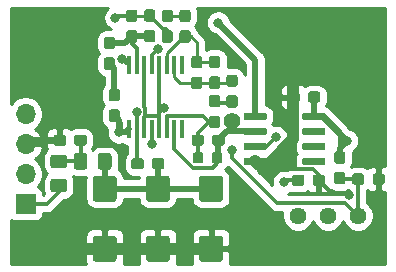
<source format=gbr>
G04 #@! TF.GenerationSoftware,KiCad,Pcbnew,5.1.5+dfsg1-2build2*
G04 #@! TF.CreationDate,2021-10-19T23:30:31+01:00*
G04 #@! TF.ProjectId,radiation_sensor,72616469-6174-4696-9f6e-5f73656e736f,rev?*
G04 #@! TF.SameCoordinates,Original*
G04 #@! TF.FileFunction,Copper,L1,Top*
G04 #@! TF.FilePolarity,Positive*
%FSLAX46Y46*%
G04 Gerber Fmt 4.6, Leading zero omitted, Abs format (unit mm)*
G04 Created by KiCad (PCBNEW 5.1.5+dfsg1-2build2) date 2021-10-19 23:30:31*
%MOMM*%
%LPD*%
G04 APERTURE LIST*
%ADD10C,0.100000*%
%ADD11C,1.440000*%
%ADD12O,1.700000X1.700000*%
%ADD13R,1.700000X1.700000*%
%ADD14R,0.435000X1.526000*%
%ADD15C,0.800000*%
%ADD16C,0.600000*%
%ADD17C,1.400000*%
%ADD18C,0.300000*%
%ADD19C,0.500000*%
%ADD20C,1.000000*%
%ADD21C,0.250000*%
%ADD22C,0.254000*%
G04 APERTURE END LIST*
G04 #@! TA.AperFunction,SMDPad,CuDef*
D10*
G36*
X130660779Y-64751144D02*
G01*
X130683834Y-64754563D01*
X130706443Y-64760227D01*
X130728387Y-64768079D01*
X130749457Y-64778044D01*
X130769448Y-64790026D01*
X130788168Y-64803910D01*
X130805438Y-64819562D01*
X130821090Y-64836832D01*
X130834974Y-64855552D01*
X130846956Y-64875543D01*
X130856921Y-64896613D01*
X130864773Y-64918557D01*
X130870437Y-64941166D01*
X130873856Y-64964221D01*
X130875000Y-64987500D01*
X130875000Y-65562500D01*
X130873856Y-65585779D01*
X130870437Y-65608834D01*
X130864773Y-65631443D01*
X130856921Y-65653387D01*
X130846956Y-65674457D01*
X130834974Y-65694448D01*
X130821090Y-65713168D01*
X130805438Y-65730438D01*
X130788168Y-65746090D01*
X130769448Y-65759974D01*
X130749457Y-65771956D01*
X130728387Y-65781921D01*
X130706443Y-65789773D01*
X130683834Y-65795437D01*
X130660779Y-65798856D01*
X130637500Y-65800000D01*
X130162500Y-65800000D01*
X130139221Y-65798856D01*
X130116166Y-65795437D01*
X130093557Y-65789773D01*
X130071613Y-65781921D01*
X130050543Y-65771956D01*
X130030552Y-65759974D01*
X130011832Y-65746090D01*
X129994562Y-65730438D01*
X129978910Y-65713168D01*
X129965026Y-65694448D01*
X129953044Y-65674457D01*
X129943079Y-65653387D01*
X129935227Y-65631443D01*
X129929563Y-65608834D01*
X129926144Y-65585779D01*
X129925000Y-65562500D01*
X129925000Y-64987500D01*
X129926144Y-64964221D01*
X129929563Y-64941166D01*
X129935227Y-64918557D01*
X129943079Y-64896613D01*
X129953044Y-64875543D01*
X129965026Y-64855552D01*
X129978910Y-64836832D01*
X129994562Y-64819562D01*
X130011832Y-64803910D01*
X130030552Y-64790026D01*
X130050543Y-64778044D01*
X130071613Y-64768079D01*
X130093557Y-64760227D01*
X130116166Y-64754563D01*
X130139221Y-64751144D01*
X130162500Y-64750000D01*
X130637500Y-64750000D01*
X130660779Y-64751144D01*
G37*
G04 #@! TD.AperFunction*
G04 #@! TA.AperFunction,SMDPad,CuDef*
G36*
X130660779Y-63001144D02*
G01*
X130683834Y-63004563D01*
X130706443Y-63010227D01*
X130728387Y-63018079D01*
X130749457Y-63028044D01*
X130769448Y-63040026D01*
X130788168Y-63053910D01*
X130805438Y-63069562D01*
X130821090Y-63086832D01*
X130834974Y-63105552D01*
X130846956Y-63125543D01*
X130856921Y-63146613D01*
X130864773Y-63168557D01*
X130870437Y-63191166D01*
X130873856Y-63214221D01*
X130875000Y-63237500D01*
X130875000Y-63812500D01*
X130873856Y-63835779D01*
X130870437Y-63858834D01*
X130864773Y-63881443D01*
X130856921Y-63903387D01*
X130846956Y-63924457D01*
X130834974Y-63944448D01*
X130821090Y-63963168D01*
X130805438Y-63980438D01*
X130788168Y-63996090D01*
X130769448Y-64009974D01*
X130749457Y-64021956D01*
X130728387Y-64031921D01*
X130706443Y-64039773D01*
X130683834Y-64045437D01*
X130660779Y-64048856D01*
X130637500Y-64050000D01*
X130162500Y-64050000D01*
X130139221Y-64048856D01*
X130116166Y-64045437D01*
X130093557Y-64039773D01*
X130071613Y-64031921D01*
X130050543Y-64021956D01*
X130030552Y-64009974D01*
X130011832Y-63996090D01*
X129994562Y-63980438D01*
X129978910Y-63963168D01*
X129965026Y-63944448D01*
X129953044Y-63924457D01*
X129943079Y-63903387D01*
X129935227Y-63881443D01*
X129929563Y-63858834D01*
X129926144Y-63835779D01*
X129925000Y-63812500D01*
X129925000Y-63237500D01*
X129926144Y-63214221D01*
X129929563Y-63191166D01*
X129935227Y-63168557D01*
X129943079Y-63146613D01*
X129953044Y-63125543D01*
X129965026Y-63105552D01*
X129978910Y-63086832D01*
X129994562Y-63069562D01*
X130011832Y-63053910D01*
X130030552Y-63040026D01*
X130050543Y-63028044D01*
X130071613Y-63018079D01*
X130093557Y-63010227D01*
X130116166Y-63004563D01*
X130139221Y-63001144D01*
X130162500Y-63000000D01*
X130637500Y-63000000D01*
X130660779Y-63001144D01*
G37*
G04 #@! TD.AperFunction*
G04 #@! TA.AperFunction,SMDPad,CuDef*
G36*
X137752691Y-68376053D02*
G01*
X137773926Y-68379203D01*
X137794750Y-68384419D01*
X137814962Y-68391651D01*
X137834368Y-68400830D01*
X137852781Y-68411866D01*
X137870024Y-68424654D01*
X137885930Y-68439070D01*
X137900346Y-68454976D01*
X137913134Y-68472219D01*
X137924170Y-68490632D01*
X137933349Y-68510038D01*
X137940581Y-68530250D01*
X137945797Y-68551074D01*
X137948947Y-68572309D01*
X137950000Y-68593750D01*
X137950000Y-69106250D01*
X137948947Y-69127691D01*
X137945797Y-69148926D01*
X137940581Y-69169750D01*
X137933349Y-69189962D01*
X137924170Y-69209368D01*
X137913134Y-69227781D01*
X137900346Y-69245024D01*
X137885930Y-69260930D01*
X137870024Y-69275346D01*
X137852781Y-69288134D01*
X137834368Y-69299170D01*
X137814962Y-69308349D01*
X137794750Y-69315581D01*
X137773926Y-69320797D01*
X137752691Y-69323947D01*
X137731250Y-69325000D01*
X137293750Y-69325000D01*
X137272309Y-69323947D01*
X137251074Y-69320797D01*
X137230250Y-69315581D01*
X137210038Y-69308349D01*
X137190632Y-69299170D01*
X137172219Y-69288134D01*
X137154976Y-69275346D01*
X137139070Y-69260930D01*
X137124654Y-69245024D01*
X137111866Y-69227781D01*
X137100830Y-69209368D01*
X137091651Y-69189962D01*
X137084419Y-69169750D01*
X137079203Y-69148926D01*
X137076053Y-69127691D01*
X137075000Y-69106250D01*
X137075000Y-68593750D01*
X137076053Y-68572309D01*
X137079203Y-68551074D01*
X137084419Y-68530250D01*
X137091651Y-68510038D01*
X137100830Y-68490632D01*
X137111866Y-68472219D01*
X137124654Y-68454976D01*
X137139070Y-68439070D01*
X137154976Y-68424654D01*
X137172219Y-68411866D01*
X137190632Y-68400830D01*
X137210038Y-68391651D01*
X137230250Y-68384419D01*
X137251074Y-68379203D01*
X137272309Y-68376053D01*
X137293750Y-68375000D01*
X137731250Y-68375000D01*
X137752691Y-68376053D01*
G37*
G04 #@! TD.AperFunction*
G04 #@! TA.AperFunction,SMDPad,CuDef*
G36*
X139327691Y-68376053D02*
G01*
X139348926Y-68379203D01*
X139369750Y-68384419D01*
X139389962Y-68391651D01*
X139409368Y-68400830D01*
X139427781Y-68411866D01*
X139445024Y-68424654D01*
X139460930Y-68439070D01*
X139475346Y-68454976D01*
X139488134Y-68472219D01*
X139499170Y-68490632D01*
X139508349Y-68510038D01*
X139515581Y-68530250D01*
X139520797Y-68551074D01*
X139523947Y-68572309D01*
X139525000Y-68593750D01*
X139525000Y-69106250D01*
X139523947Y-69127691D01*
X139520797Y-69148926D01*
X139515581Y-69169750D01*
X139508349Y-69189962D01*
X139499170Y-69209368D01*
X139488134Y-69227781D01*
X139475346Y-69245024D01*
X139460930Y-69260930D01*
X139445024Y-69275346D01*
X139427781Y-69288134D01*
X139409368Y-69299170D01*
X139389962Y-69308349D01*
X139369750Y-69315581D01*
X139348926Y-69320797D01*
X139327691Y-69323947D01*
X139306250Y-69325000D01*
X138868750Y-69325000D01*
X138847309Y-69323947D01*
X138826074Y-69320797D01*
X138805250Y-69315581D01*
X138785038Y-69308349D01*
X138765632Y-69299170D01*
X138747219Y-69288134D01*
X138729976Y-69275346D01*
X138714070Y-69260930D01*
X138699654Y-69245024D01*
X138686866Y-69227781D01*
X138675830Y-69209368D01*
X138666651Y-69189962D01*
X138659419Y-69169750D01*
X138654203Y-69148926D01*
X138651053Y-69127691D01*
X138650000Y-69106250D01*
X138650000Y-68593750D01*
X138651053Y-68572309D01*
X138654203Y-68551074D01*
X138659419Y-68530250D01*
X138666651Y-68510038D01*
X138675830Y-68490632D01*
X138686866Y-68472219D01*
X138699654Y-68454976D01*
X138714070Y-68439070D01*
X138729976Y-68424654D01*
X138747219Y-68411866D01*
X138765632Y-68400830D01*
X138785038Y-68391651D01*
X138805250Y-68384419D01*
X138826074Y-68379203D01*
X138847309Y-68376053D01*
X138868750Y-68375000D01*
X139306250Y-68375000D01*
X139327691Y-68376053D01*
G37*
G04 #@! TD.AperFunction*
G04 #@! TA.AperFunction,SMDPad,CuDef*
G36*
X148139703Y-65030722D02*
G01*
X148154264Y-65032882D01*
X148168543Y-65036459D01*
X148182403Y-65041418D01*
X148195710Y-65047712D01*
X148208336Y-65055280D01*
X148220159Y-65064048D01*
X148231066Y-65073934D01*
X148240952Y-65084841D01*
X148249720Y-65096664D01*
X148257288Y-65109290D01*
X148263582Y-65122597D01*
X148268541Y-65136457D01*
X148272118Y-65150736D01*
X148274278Y-65165297D01*
X148275000Y-65180000D01*
X148275000Y-65480000D01*
X148274278Y-65494703D01*
X148272118Y-65509264D01*
X148268541Y-65523543D01*
X148263582Y-65537403D01*
X148257288Y-65550710D01*
X148249720Y-65563336D01*
X148240952Y-65575159D01*
X148231066Y-65586066D01*
X148220159Y-65595952D01*
X148208336Y-65604720D01*
X148195710Y-65612288D01*
X148182403Y-65618582D01*
X148168543Y-65623541D01*
X148154264Y-65627118D01*
X148139703Y-65629278D01*
X148125000Y-65630000D01*
X146475000Y-65630000D01*
X146460297Y-65629278D01*
X146445736Y-65627118D01*
X146431457Y-65623541D01*
X146417597Y-65618582D01*
X146404290Y-65612288D01*
X146391664Y-65604720D01*
X146379841Y-65595952D01*
X146368934Y-65586066D01*
X146359048Y-65575159D01*
X146350280Y-65563336D01*
X146342712Y-65550710D01*
X146336418Y-65537403D01*
X146331459Y-65523543D01*
X146327882Y-65509264D01*
X146325722Y-65494703D01*
X146325000Y-65480000D01*
X146325000Y-65180000D01*
X146325722Y-65165297D01*
X146327882Y-65150736D01*
X146331459Y-65136457D01*
X146336418Y-65122597D01*
X146342712Y-65109290D01*
X146350280Y-65096664D01*
X146359048Y-65084841D01*
X146368934Y-65073934D01*
X146379841Y-65064048D01*
X146391664Y-65055280D01*
X146404290Y-65047712D01*
X146417597Y-65041418D01*
X146431457Y-65036459D01*
X146445736Y-65032882D01*
X146460297Y-65030722D01*
X146475000Y-65030000D01*
X148125000Y-65030000D01*
X148139703Y-65030722D01*
G37*
G04 #@! TD.AperFunction*
G04 #@! TA.AperFunction,SMDPad,CuDef*
G36*
X148139703Y-66300722D02*
G01*
X148154264Y-66302882D01*
X148168543Y-66306459D01*
X148182403Y-66311418D01*
X148195710Y-66317712D01*
X148208336Y-66325280D01*
X148220159Y-66334048D01*
X148231066Y-66343934D01*
X148240952Y-66354841D01*
X148249720Y-66366664D01*
X148257288Y-66379290D01*
X148263582Y-66392597D01*
X148268541Y-66406457D01*
X148272118Y-66420736D01*
X148274278Y-66435297D01*
X148275000Y-66450000D01*
X148275000Y-66750000D01*
X148274278Y-66764703D01*
X148272118Y-66779264D01*
X148268541Y-66793543D01*
X148263582Y-66807403D01*
X148257288Y-66820710D01*
X148249720Y-66833336D01*
X148240952Y-66845159D01*
X148231066Y-66856066D01*
X148220159Y-66865952D01*
X148208336Y-66874720D01*
X148195710Y-66882288D01*
X148182403Y-66888582D01*
X148168543Y-66893541D01*
X148154264Y-66897118D01*
X148139703Y-66899278D01*
X148125000Y-66900000D01*
X146475000Y-66900000D01*
X146460297Y-66899278D01*
X146445736Y-66897118D01*
X146431457Y-66893541D01*
X146417597Y-66888582D01*
X146404290Y-66882288D01*
X146391664Y-66874720D01*
X146379841Y-66865952D01*
X146368934Y-66856066D01*
X146359048Y-66845159D01*
X146350280Y-66833336D01*
X146342712Y-66820710D01*
X146336418Y-66807403D01*
X146331459Y-66793543D01*
X146327882Y-66779264D01*
X146325722Y-66764703D01*
X146325000Y-66750000D01*
X146325000Y-66450000D01*
X146325722Y-66435297D01*
X146327882Y-66420736D01*
X146331459Y-66406457D01*
X146336418Y-66392597D01*
X146342712Y-66379290D01*
X146350280Y-66366664D01*
X146359048Y-66354841D01*
X146368934Y-66343934D01*
X146379841Y-66334048D01*
X146391664Y-66325280D01*
X146404290Y-66317712D01*
X146417597Y-66311418D01*
X146431457Y-66306459D01*
X146445736Y-66302882D01*
X146460297Y-66300722D01*
X146475000Y-66300000D01*
X148125000Y-66300000D01*
X148139703Y-66300722D01*
G37*
G04 #@! TD.AperFunction*
G04 #@! TA.AperFunction,SMDPad,CuDef*
G36*
X148139703Y-67570722D02*
G01*
X148154264Y-67572882D01*
X148168543Y-67576459D01*
X148182403Y-67581418D01*
X148195710Y-67587712D01*
X148208336Y-67595280D01*
X148220159Y-67604048D01*
X148231066Y-67613934D01*
X148240952Y-67624841D01*
X148249720Y-67636664D01*
X148257288Y-67649290D01*
X148263582Y-67662597D01*
X148268541Y-67676457D01*
X148272118Y-67690736D01*
X148274278Y-67705297D01*
X148275000Y-67720000D01*
X148275000Y-68020000D01*
X148274278Y-68034703D01*
X148272118Y-68049264D01*
X148268541Y-68063543D01*
X148263582Y-68077403D01*
X148257288Y-68090710D01*
X148249720Y-68103336D01*
X148240952Y-68115159D01*
X148231066Y-68126066D01*
X148220159Y-68135952D01*
X148208336Y-68144720D01*
X148195710Y-68152288D01*
X148182403Y-68158582D01*
X148168543Y-68163541D01*
X148154264Y-68167118D01*
X148139703Y-68169278D01*
X148125000Y-68170000D01*
X146475000Y-68170000D01*
X146460297Y-68169278D01*
X146445736Y-68167118D01*
X146431457Y-68163541D01*
X146417597Y-68158582D01*
X146404290Y-68152288D01*
X146391664Y-68144720D01*
X146379841Y-68135952D01*
X146368934Y-68126066D01*
X146359048Y-68115159D01*
X146350280Y-68103336D01*
X146342712Y-68090710D01*
X146336418Y-68077403D01*
X146331459Y-68063543D01*
X146327882Y-68049264D01*
X146325722Y-68034703D01*
X146325000Y-68020000D01*
X146325000Y-67720000D01*
X146325722Y-67705297D01*
X146327882Y-67690736D01*
X146331459Y-67676457D01*
X146336418Y-67662597D01*
X146342712Y-67649290D01*
X146350280Y-67636664D01*
X146359048Y-67624841D01*
X146368934Y-67613934D01*
X146379841Y-67604048D01*
X146391664Y-67595280D01*
X146404290Y-67587712D01*
X146417597Y-67581418D01*
X146431457Y-67576459D01*
X146445736Y-67572882D01*
X146460297Y-67570722D01*
X146475000Y-67570000D01*
X148125000Y-67570000D01*
X148139703Y-67570722D01*
G37*
G04 #@! TD.AperFunction*
G04 #@! TA.AperFunction,SMDPad,CuDef*
G36*
X148139703Y-68840722D02*
G01*
X148154264Y-68842882D01*
X148168543Y-68846459D01*
X148182403Y-68851418D01*
X148195710Y-68857712D01*
X148208336Y-68865280D01*
X148220159Y-68874048D01*
X148231066Y-68883934D01*
X148240952Y-68894841D01*
X148249720Y-68906664D01*
X148257288Y-68919290D01*
X148263582Y-68932597D01*
X148268541Y-68946457D01*
X148272118Y-68960736D01*
X148274278Y-68975297D01*
X148275000Y-68990000D01*
X148275000Y-69290000D01*
X148274278Y-69304703D01*
X148272118Y-69319264D01*
X148268541Y-69333543D01*
X148263582Y-69347403D01*
X148257288Y-69360710D01*
X148249720Y-69373336D01*
X148240952Y-69385159D01*
X148231066Y-69396066D01*
X148220159Y-69405952D01*
X148208336Y-69414720D01*
X148195710Y-69422288D01*
X148182403Y-69428582D01*
X148168543Y-69433541D01*
X148154264Y-69437118D01*
X148139703Y-69439278D01*
X148125000Y-69440000D01*
X146475000Y-69440000D01*
X146460297Y-69439278D01*
X146445736Y-69437118D01*
X146431457Y-69433541D01*
X146417597Y-69428582D01*
X146404290Y-69422288D01*
X146391664Y-69414720D01*
X146379841Y-69405952D01*
X146368934Y-69396066D01*
X146359048Y-69385159D01*
X146350280Y-69373336D01*
X146342712Y-69360710D01*
X146336418Y-69347403D01*
X146331459Y-69333543D01*
X146327882Y-69319264D01*
X146325722Y-69304703D01*
X146325000Y-69290000D01*
X146325000Y-68990000D01*
X146325722Y-68975297D01*
X146327882Y-68960736D01*
X146331459Y-68946457D01*
X146336418Y-68932597D01*
X146342712Y-68919290D01*
X146350280Y-68906664D01*
X146359048Y-68894841D01*
X146368934Y-68883934D01*
X146379841Y-68874048D01*
X146391664Y-68865280D01*
X146404290Y-68857712D01*
X146417597Y-68851418D01*
X146431457Y-68846459D01*
X146445736Y-68842882D01*
X146460297Y-68840722D01*
X146475000Y-68840000D01*
X148125000Y-68840000D01*
X148139703Y-68840722D01*
G37*
G04 #@! TD.AperFunction*
G04 #@! TA.AperFunction,SMDPad,CuDef*
G36*
X143189703Y-68840722D02*
G01*
X143204264Y-68842882D01*
X143218543Y-68846459D01*
X143232403Y-68851418D01*
X143245710Y-68857712D01*
X143258336Y-68865280D01*
X143270159Y-68874048D01*
X143281066Y-68883934D01*
X143290952Y-68894841D01*
X143299720Y-68906664D01*
X143307288Y-68919290D01*
X143313582Y-68932597D01*
X143318541Y-68946457D01*
X143322118Y-68960736D01*
X143324278Y-68975297D01*
X143325000Y-68990000D01*
X143325000Y-69290000D01*
X143324278Y-69304703D01*
X143322118Y-69319264D01*
X143318541Y-69333543D01*
X143313582Y-69347403D01*
X143307288Y-69360710D01*
X143299720Y-69373336D01*
X143290952Y-69385159D01*
X143281066Y-69396066D01*
X143270159Y-69405952D01*
X143258336Y-69414720D01*
X143245710Y-69422288D01*
X143232403Y-69428582D01*
X143218543Y-69433541D01*
X143204264Y-69437118D01*
X143189703Y-69439278D01*
X143175000Y-69440000D01*
X141525000Y-69440000D01*
X141510297Y-69439278D01*
X141495736Y-69437118D01*
X141481457Y-69433541D01*
X141467597Y-69428582D01*
X141454290Y-69422288D01*
X141441664Y-69414720D01*
X141429841Y-69405952D01*
X141418934Y-69396066D01*
X141409048Y-69385159D01*
X141400280Y-69373336D01*
X141392712Y-69360710D01*
X141386418Y-69347403D01*
X141381459Y-69333543D01*
X141377882Y-69319264D01*
X141375722Y-69304703D01*
X141375000Y-69290000D01*
X141375000Y-68990000D01*
X141375722Y-68975297D01*
X141377882Y-68960736D01*
X141381459Y-68946457D01*
X141386418Y-68932597D01*
X141392712Y-68919290D01*
X141400280Y-68906664D01*
X141409048Y-68894841D01*
X141418934Y-68883934D01*
X141429841Y-68874048D01*
X141441664Y-68865280D01*
X141454290Y-68857712D01*
X141467597Y-68851418D01*
X141481457Y-68846459D01*
X141495736Y-68842882D01*
X141510297Y-68840722D01*
X141525000Y-68840000D01*
X143175000Y-68840000D01*
X143189703Y-68840722D01*
G37*
G04 #@! TD.AperFunction*
G04 #@! TA.AperFunction,SMDPad,CuDef*
G36*
X143189703Y-67570722D02*
G01*
X143204264Y-67572882D01*
X143218543Y-67576459D01*
X143232403Y-67581418D01*
X143245710Y-67587712D01*
X143258336Y-67595280D01*
X143270159Y-67604048D01*
X143281066Y-67613934D01*
X143290952Y-67624841D01*
X143299720Y-67636664D01*
X143307288Y-67649290D01*
X143313582Y-67662597D01*
X143318541Y-67676457D01*
X143322118Y-67690736D01*
X143324278Y-67705297D01*
X143325000Y-67720000D01*
X143325000Y-68020000D01*
X143324278Y-68034703D01*
X143322118Y-68049264D01*
X143318541Y-68063543D01*
X143313582Y-68077403D01*
X143307288Y-68090710D01*
X143299720Y-68103336D01*
X143290952Y-68115159D01*
X143281066Y-68126066D01*
X143270159Y-68135952D01*
X143258336Y-68144720D01*
X143245710Y-68152288D01*
X143232403Y-68158582D01*
X143218543Y-68163541D01*
X143204264Y-68167118D01*
X143189703Y-68169278D01*
X143175000Y-68170000D01*
X141525000Y-68170000D01*
X141510297Y-68169278D01*
X141495736Y-68167118D01*
X141481457Y-68163541D01*
X141467597Y-68158582D01*
X141454290Y-68152288D01*
X141441664Y-68144720D01*
X141429841Y-68135952D01*
X141418934Y-68126066D01*
X141409048Y-68115159D01*
X141400280Y-68103336D01*
X141392712Y-68090710D01*
X141386418Y-68077403D01*
X141381459Y-68063543D01*
X141377882Y-68049264D01*
X141375722Y-68034703D01*
X141375000Y-68020000D01*
X141375000Y-67720000D01*
X141375722Y-67705297D01*
X141377882Y-67690736D01*
X141381459Y-67676457D01*
X141386418Y-67662597D01*
X141392712Y-67649290D01*
X141400280Y-67636664D01*
X141409048Y-67624841D01*
X141418934Y-67613934D01*
X141429841Y-67604048D01*
X141441664Y-67595280D01*
X141454290Y-67587712D01*
X141467597Y-67581418D01*
X141481457Y-67576459D01*
X141495736Y-67572882D01*
X141510297Y-67570722D01*
X141525000Y-67570000D01*
X143175000Y-67570000D01*
X143189703Y-67570722D01*
G37*
G04 #@! TD.AperFunction*
G04 #@! TA.AperFunction,SMDPad,CuDef*
G36*
X143189703Y-66300722D02*
G01*
X143204264Y-66302882D01*
X143218543Y-66306459D01*
X143232403Y-66311418D01*
X143245710Y-66317712D01*
X143258336Y-66325280D01*
X143270159Y-66334048D01*
X143281066Y-66343934D01*
X143290952Y-66354841D01*
X143299720Y-66366664D01*
X143307288Y-66379290D01*
X143313582Y-66392597D01*
X143318541Y-66406457D01*
X143322118Y-66420736D01*
X143324278Y-66435297D01*
X143325000Y-66450000D01*
X143325000Y-66750000D01*
X143324278Y-66764703D01*
X143322118Y-66779264D01*
X143318541Y-66793543D01*
X143313582Y-66807403D01*
X143307288Y-66820710D01*
X143299720Y-66833336D01*
X143290952Y-66845159D01*
X143281066Y-66856066D01*
X143270159Y-66865952D01*
X143258336Y-66874720D01*
X143245710Y-66882288D01*
X143232403Y-66888582D01*
X143218543Y-66893541D01*
X143204264Y-66897118D01*
X143189703Y-66899278D01*
X143175000Y-66900000D01*
X141525000Y-66900000D01*
X141510297Y-66899278D01*
X141495736Y-66897118D01*
X141481457Y-66893541D01*
X141467597Y-66888582D01*
X141454290Y-66882288D01*
X141441664Y-66874720D01*
X141429841Y-66865952D01*
X141418934Y-66856066D01*
X141409048Y-66845159D01*
X141400280Y-66833336D01*
X141392712Y-66820710D01*
X141386418Y-66807403D01*
X141381459Y-66793543D01*
X141377882Y-66779264D01*
X141375722Y-66764703D01*
X141375000Y-66750000D01*
X141375000Y-66450000D01*
X141375722Y-66435297D01*
X141377882Y-66420736D01*
X141381459Y-66406457D01*
X141386418Y-66392597D01*
X141392712Y-66379290D01*
X141400280Y-66366664D01*
X141409048Y-66354841D01*
X141418934Y-66343934D01*
X141429841Y-66334048D01*
X141441664Y-66325280D01*
X141454290Y-66317712D01*
X141467597Y-66311418D01*
X141481457Y-66306459D01*
X141495736Y-66302882D01*
X141510297Y-66300722D01*
X141525000Y-66300000D01*
X143175000Y-66300000D01*
X143189703Y-66300722D01*
G37*
G04 #@! TD.AperFunction*
G04 #@! TA.AperFunction,SMDPad,CuDef*
G36*
X143189703Y-65030722D02*
G01*
X143204264Y-65032882D01*
X143218543Y-65036459D01*
X143232403Y-65041418D01*
X143245710Y-65047712D01*
X143258336Y-65055280D01*
X143270159Y-65064048D01*
X143281066Y-65073934D01*
X143290952Y-65084841D01*
X143299720Y-65096664D01*
X143307288Y-65109290D01*
X143313582Y-65122597D01*
X143318541Y-65136457D01*
X143322118Y-65150736D01*
X143324278Y-65165297D01*
X143325000Y-65180000D01*
X143325000Y-65480000D01*
X143324278Y-65494703D01*
X143322118Y-65509264D01*
X143318541Y-65523543D01*
X143313582Y-65537403D01*
X143307288Y-65550710D01*
X143299720Y-65563336D01*
X143290952Y-65575159D01*
X143281066Y-65586066D01*
X143270159Y-65595952D01*
X143258336Y-65604720D01*
X143245710Y-65612288D01*
X143232403Y-65618582D01*
X143218543Y-65623541D01*
X143204264Y-65627118D01*
X143189703Y-65629278D01*
X143175000Y-65630000D01*
X141525000Y-65630000D01*
X141510297Y-65629278D01*
X141495736Y-65627118D01*
X141481457Y-65623541D01*
X141467597Y-65618582D01*
X141454290Y-65612288D01*
X141441664Y-65604720D01*
X141429841Y-65595952D01*
X141418934Y-65586066D01*
X141409048Y-65575159D01*
X141400280Y-65563336D01*
X141392712Y-65550710D01*
X141386418Y-65537403D01*
X141381459Y-65523543D01*
X141377882Y-65509264D01*
X141375722Y-65494703D01*
X141375000Y-65480000D01*
X141375000Y-65180000D01*
X141375722Y-65165297D01*
X141377882Y-65150736D01*
X141381459Y-65136457D01*
X141386418Y-65122597D01*
X141392712Y-65109290D01*
X141400280Y-65096664D01*
X141409048Y-65084841D01*
X141418934Y-65073934D01*
X141429841Y-65064048D01*
X141441664Y-65055280D01*
X141454290Y-65047712D01*
X141467597Y-65041418D01*
X141481457Y-65036459D01*
X141495736Y-65032882D01*
X141510297Y-65030722D01*
X141525000Y-65030000D01*
X143175000Y-65030000D01*
X143189703Y-65030722D01*
G37*
G04 #@! TD.AperFunction*
D11*
X145970000Y-73750000D03*
X148510000Y-73750000D03*
X151050000Y-73750000D03*
G04 #@! TA.AperFunction,SMDPad,CuDef*
D10*
G36*
X148035779Y-70276144D02*
G01*
X148058834Y-70279563D01*
X148081443Y-70285227D01*
X148103387Y-70293079D01*
X148124457Y-70303044D01*
X148144448Y-70315026D01*
X148163168Y-70328910D01*
X148180438Y-70344562D01*
X148196090Y-70361832D01*
X148209974Y-70380552D01*
X148221956Y-70400543D01*
X148231921Y-70421613D01*
X148239773Y-70443557D01*
X148245437Y-70466166D01*
X148248856Y-70489221D01*
X148250000Y-70512500D01*
X148250000Y-70987500D01*
X148248856Y-71010779D01*
X148245437Y-71033834D01*
X148239773Y-71056443D01*
X148231921Y-71078387D01*
X148221956Y-71099457D01*
X148209974Y-71119448D01*
X148196090Y-71138168D01*
X148180438Y-71155438D01*
X148163168Y-71171090D01*
X148144448Y-71184974D01*
X148124457Y-71196956D01*
X148103387Y-71206921D01*
X148081443Y-71214773D01*
X148058834Y-71220437D01*
X148035779Y-71223856D01*
X148012500Y-71225000D01*
X147437500Y-71225000D01*
X147414221Y-71223856D01*
X147391166Y-71220437D01*
X147368557Y-71214773D01*
X147346613Y-71206921D01*
X147325543Y-71196956D01*
X147305552Y-71184974D01*
X147286832Y-71171090D01*
X147269562Y-71155438D01*
X147253910Y-71138168D01*
X147240026Y-71119448D01*
X147228044Y-71099457D01*
X147218079Y-71078387D01*
X147210227Y-71056443D01*
X147204563Y-71033834D01*
X147201144Y-71010779D01*
X147200000Y-70987500D01*
X147200000Y-70512500D01*
X147201144Y-70489221D01*
X147204563Y-70466166D01*
X147210227Y-70443557D01*
X147218079Y-70421613D01*
X147228044Y-70400543D01*
X147240026Y-70380552D01*
X147253910Y-70361832D01*
X147269562Y-70344562D01*
X147286832Y-70328910D01*
X147305552Y-70315026D01*
X147325543Y-70303044D01*
X147346613Y-70293079D01*
X147368557Y-70285227D01*
X147391166Y-70279563D01*
X147414221Y-70276144D01*
X147437500Y-70275000D01*
X148012500Y-70275000D01*
X148035779Y-70276144D01*
G37*
G04 #@! TD.AperFunction*
G04 #@! TA.AperFunction,SMDPad,CuDef*
G36*
X146285779Y-70276144D02*
G01*
X146308834Y-70279563D01*
X146331443Y-70285227D01*
X146353387Y-70293079D01*
X146374457Y-70303044D01*
X146394448Y-70315026D01*
X146413168Y-70328910D01*
X146430438Y-70344562D01*
X146446090Y-70361832D01*
X146459974Y-70380552D01*
X146471956Y-70400543D01*
X146481921Y-70421613D01*
X146489773Y-70443557D01*
X146495437Y-70466166D01*
X146498856Y-70489221D01*
X146500000Y-70512500D01*
X146500000Y-70987500D01*
X146498856Y-71010779D01*
X146495437Y-71033834D01*
X146489773Y-71056443D01*
X146481921Y-71078387D01*
X146471956Y-71099457D01*
X146459974Y-71119448D01*
X146446090Y-71138168D01*
X146430438Y-71155438D01*
X146413168Y-71171090D01*
X146394448Y-71184974D01*
X146374457Y-71196956D01*
X146353387Y-71206921D01*
X146331443Y-71214773D01*
X146308834Y-71220437D01*
X146285779Y-71223856D01*
X146262500Y-71225000D01*
X145687500Y-71225000D01*
X145664221Y-71223856D01*
X145641166Y-71220437D01*
X145618557Y-71214773D01*
X145596613Y-71206921D01*
X145575543Y-71196956D01*
X145555552Y-71184974D01*
X145536832Y-71171090D01*
X145519562Y-71155438D01*
X145503910Y-71138168D01*
X145490026Y-71119448D01*
X145478044Y-71099457D01*
X145468079Y-71078387D01*
X145460227Y-71056443D01*
X145454563Y-71033834D01*
X145451144Y-71010779D01*
X145450000Y-70987500D01*
X145450000Y-70512500D01*
X145451144Y-70489221D01*
X145454563Y-70466166D01*
X145460227Y-70443557D01*
X145468079Y-70421613D01*
X145478044Y-70400543D01*
X145490026Y-70380552D01*
X145503910Y-70361832D01*
X145519562Y-70344562D01*
X145536832Y-70328910D01*
X145555552Y-70315026D01*
X145575543Y-70303044D01*
X145596613Y-70293079D01*
X145618557Y-70285227D01*
X145641166Y-70279563D01*
X145664221Y-70276144D01*
X145687500Y-70275000D01*
X146262500Y-70275000D01*
X146285779Y-70276144D01*
G37*
G04 #@! TD.AperFunction*
G04 #@! TA.AperFunction,SMDPad,CuDef*
G36*
X149760779Y-70051144D02*
G01*
X149783834Y-70054563D01*
X149806443Y-70060227D01*
X149828387Y-70068079D01*
X149849457Y-70078044D01*
X149869448Y-70090026D01*
X149888168Y-70103910D01*
X149905438Y-70119562D01*
X149921090Y-70136832D01*
X149934974Y-70155552D01*
X149946956Y-70175543D01*
X149956921Y-70196613D01*
X149964773Y-70218557D01*
X149970437Y-70241166D01*
X149973856Y-70264221D01*
X149975000Y-70287500D01*
X149975000Y-70862500D01*
X149973856Y-70885779D01*
X149970437Y-70908834D01*
X149964773Y-70931443D01*
X149956921Y-70953387D01*
X149946956Y-70974457D01*
X149934974Y-70994448D01*
X149921090Y-71013168D01*
X149905438Y-71030438D01*
X149888168Y-71046090D01*
X149869448Y-71059974D01*
X149849457Y-71071956D01*
X149828387Y-71081921D01*
X149806443Y-71089773D01*
X149783834Y-71095437D01*
X149760779Y-71098856D01*
X149737500Y-71100000D01*
X149262500Y-71100000D01*
X149239221Y-71098856D01*
X149216166Y-71095437D01*
X149193557Y-71089773D01*
X149171613Y-71081921D01*
X149150543Y-71071956D01*
X149130552Y-71059974D01*
X149111832Y-71046090D01*
X149094562Y-71030438D01*
X149078910Y-71013168D01*
X149065026Y-70994448D01*
X149053044Y-70974457D01*
X149043079Y-70953387D01*
X149035227Y-70931443D01*
X149029563Y-70908834D01*
X149026144Y-70885779D01*
X149025000Y-70862500D01*
X149025000Y-70287500D01*
X149026144Y-70264221D01*
X149029563Y-70241166D01*
X149035227Y-70218557D01*
X149043079Y-70196613D01*
X149053044Y-70175543D01*
X149065026Y-70155552D01*
X149078910Y-70136832D01*
X149094562Y-70119562D01*
X149111832Y-70103910D01*
X149130552Y-70090026D01*
X149150543Y-70078044D01*
X149171613Y-70068079D01*
X149193557Y-70060227D01*
X149216166Y-70054563D01*
X149239221Y-70051144D01*
X149262500Y-70050000D01*
X149737500Y-70050000D01*
X149760779Y-70051144D01*
G37*
G04 #@! TD.AperFunction*
G04 #@! TA.AperFunction,SMDPad,CuDef*
G36*
X149760779Y-68301144D02*
G01*
X149783834Y-68304563D01*
X149806443Y-68310227D01*
X149828387Y-68318079D01*
X149849457Y-68328044D01*
X149869448Y-68340026D01*
X149888168Y-68353910D01*
X149905438Y-68369562D01*
X149921090Y-68386832D01*
X149934974Y-68405552D01*
X149946956Y-68425543D01*
X149956921Y-68446613D01*
X149964773Y-68468557D01*
X149970437Y-68491166D01*
X149973856Y-68514221D01*
X149975000Y-68537500D01*
X149975000Y-69112500D01*
X149973856Y-69135779D01*
X149970437Y-69158834D01*
X149964773Y-69181443D01*
X149956921Y-69203387D01*
X149946956Y-69224457D01*
X149934974Y-69244448D01*
X149921090Y-69263168D01*
X149905438Y-69280438D01*
X149888168Y-69296090D01*
X149869448Y-69309974D01*
X149849457Y-69321956D01*
X149828387Y-69331921D01*
X149806443Y-69339773D01*
X149783834Y-69345437D01*
X149760779Y-69348856D01*
X149737500Y-69350000D01*
X149262500Y-69350000D01*
X149239221Y-69348856D01*
X149216166Y-69345437D01*
X149193557Y-69339773D01*
X149171613Y-69331921D01*
X149150543Y-69321956D01*
X149130552Y-69309974D01*
X149111832Y-69296090D01*
X149094562Y-69280438D01*
X149078910Y-69263168D01*
X149065026Y-69244448D01*
X149053044Y-69224457D01*
X149043079Y-69203387D01*
X149035227Y-69181443D01*
X149029563Y-69158834D01*
X149026144Y-69135779D01*
X149025000Y-69112500D01*
X149025000Y-68537500D01*
X149026144Y-68514221D01*
X149029563Y-68491166D01*
X149035227Y-68468557D01*
X149043079Y-68446613D01*
X149053044Y-68425543D01*
X149065026Y-68405552D01*
X149078910Y-68386832D01*
X149094562Y-68369562D01*
X149111832Y-68353910D01*
X149130552Y-68340026D01*
X149150543Y-68328044D01*
X149171613Y-68318079D01*
X149193557Y-68310227D01*
X149216166Y-68304563D01*
X149239221Y-68301144D01*
X149262500Y-68300000D01*
X149737500Y-68300000D01*
X149760779Y-68301144D01*
G37*
G04 #@! TD.AperFunction*
G04 #@! TA.AperFunction,SMDPad,CuDef*
G36*
X139160779Y-63526144D02*
G01*
X139183834Y-63529563D01*
X139206443Y-63535227D01*
X139228387Y-63543079D01*
X139249457Y-63553044D01*
X139269448Y-63565026D01*
X139288168Y-63578910D01*
X139305438Y-63594562D01*
X139321090Y-63611832D01*
X139334974Y-63630552D01*
X139346956Y-63650543D01*
X139356921Y-63671613D01*
X139364773Y-63693557D01*
X139370437Y-63716166D01*
X139373856Y-63739221D01*
X139375000Y-63762500D01*
X139375000Y-64337500D01*
X139373856Y-64360779D01*
X139370437Y-64383834D01*
X139364773Y-64406443D01*
X139356921Y-64428387D01*
X139346956Y-64449457D01*
X139334974Y-64469448D01*
X139321090Y-64488168D01*
X139305438Y-64505438D01*
X139288168Y-64521090D01*
X139269448Y-64534974D01*
X139249457Y-64546956D01*
X139228387Y-64556921D01*
X139206443Y-64564773D01*
X139183834Y-64570437D01*
X139160779Y-64573856D01*
X139137500Y-64575000D01*
X138662500Y-64575000D01*
X138639221Y-64573856D01*
X138616166Y-64570437D01*
X138593557Y-64564773D01*
X138571613Y-64556921D01*
X138550543Y-64546956D01*
X138530552Y-64534974D01*
X138511832Y-64521090D01*
X138494562Y-64505438D01*
X138478910Y-64488168D01*
X138465026Y-64469448D01*
X138453044Y-64449457D01*
X138443079Y-64428387D01*
X138435227Y-64406443D01*
X138429563Y-64383834D01*
X138426144Y-64360779D01*
X138425000Y-64337500D01*
X138425000Y-63762500D01*
X138426144Y-63739221D01*
X138429563Y-63716166D01*
X138435227Y-63693557D01*
X138443079Y-63671613D01*
X138453044Y-63650543D01*
X138465026Y-63630552D01*
X138478910Y-63611832D01*
X138494562Y-63594562D01*
X138511832Y-63578910D01*
X138530552Y-63565026D01*
X138550543Y-63553044D01*
X138571613Y-63543079D01*
X138593557Y-63535227D01*
X138616166Y-63529563D01*
X138639221Y-63526144D01*
X138662500Y-63525000D01*
X139137500Y-63525000D01*
X139160779Y-63526144D01*
G37*
G04 #@! TD.AperFunction*
G04 #@! TA.AperFunction,SMDPad,CuDef*
G36*
X139160779Y-65276144D02*
G01*
X139183834Y-65279563D01*
X139206443Y-65285227D01*
X139228387Y-65293079D01*
X139249457Y-65303044D01*
X139269448Y-65315026D01*
X139288168Y-65328910D01*
X139305438Y-65344562D01*
X139321090Y-65361832D01*
X139334974Y-65380552D01*
X139346956Y-65400543D01*
X139356921Y-65421613D01*
X139364773Y-65443557D01*
X139370437Y-65466166D01*
X139373856Y-65489221D01*
X139375000Y-65512500D01*
X139375000Y-66087500D01*
X139373856Y-66110779D01*
X139370437Y-66133834D01*
X139364773Y-66156443D01*
X139356921Y-66178387D01*
X139346956Y-66199457D01*
X139334974Y-66219448D01*
X139321090Y-66238168D01*
X139305438Y-66255438D01*
X139288168Y-66271090D01*
X139269448Y-66284974D01*
X139249457Y-66296956D01*
X139228387Y-66306921D01*
X139206443Y-66314773D01*
X139183834Y-66320437D01*
X139160779Y-66323856D01*
X139137500Y-66325000D01*
X138662500Y-66325000D01*
X138639221Y-66323856D01*
X138616166Y-66320437D01*
X138593557Y-66314773D01*
X138571613Y-66306921D01*
X138550543Y-66296956D01*
X138530552Y-66284974D01*
X138511832Y-66271090D01*
X138494562Y-66255438D01*
X138478910Y-66238168D01*
X138465026Y-66219448D01*
X138453044Y-66199457D01*
X138443079Y-66178387D01*
X138435227Y-66156443D01*
X138429563Y-66133834D01*
X138426144Y-66110779D01*
X138425000Y-66087500D01*
X138425000Y-65512500D01*
X138426144Y-65489221D01*
X138429563Y-65466166D01*
X138435227Y-65443557D01*
X138443079Y-65421613D01*
X138453044Y-65400543D01*
X138465026Y-65380552D01*
X138478910Y-65361832D01*
X138494562Y-65344562D01*
X138511832Y-65328910D01*
X138530552Y-65315026D01*
X138550543Y-65303044D01*
X138571613Y-65293079D01*
X138593557Y-65285227D01*
X138616166Y-65279563D01*
X138639221Y-65276144D01*
X138662500Y-65275000D01*
X139137500Y-65275000D01*
X139160779Y-65276144D01*
G37*
G04 #@! TD.AperFunction*
G04 #@! TA.AperFunction,SMDPad,CuDef*
G36*
X136660779Y-56301144D02*
G01*
X136683834Y-56304563D01*
X136706443Y-56310227D01*
X136728387Y-56318079D01*
X136749457Y-56328044D01*
X136769448Y-56340026D01*
X136788168Y-56353910D01*
X136805438Y-56369562D01*
X136821090Y-56386832D01*
X136834974Y-56405552D01*
X136846956Y-56425543D01*
X136856921Y-56446613D01*
X136864773Y-56468557D01*
X136870437Y-56491166D01*
X136873856Y-56514221D01*
X136875000Y-56537500D01*
X136875000Y-57112500D01*
X136873856Y-57135779D01*
X136870437Y-57158834D01*
X136864773Y-57181443D01*
X136856921Y-57203387D01*
X136846956Y-57224457D01*
X136834974Y-57244448D01*
X136821090Y-57263168D01*
X136805438Y-57280438D01*
X136788168Y-57296090D01*
X136769448Y-57309974D01*
X136749457Y-57321956D01*
X136728387Y-57331921D01*
X136706443Y-57339773D01*
X136683834Y-57345437D01*
X136660779Y-57348856D01*
X136637500Y-57350000D01*
X136162500Y-57350000D01*
X136139221Y-57348856D01*
X136116166Y-57345437D01*
X136093557Y-57339773D01*
X136071613Y-57331921D01*
X136050543Y-57321956D01*
X136030552Y-57309974D01*
X136011832Y-57296090D01*
X135994562Y-57280438D01*
X135978910Y-57263168D01*
X135965026Y-57244448D01*
X135953044Y-57224457D01*
X135943079Y-57203387D01*
X135935227Y-57181443D01*
X135929563Y-57158834D01*
X135926144Y-57135779D01*
X135925000Y-57112500D01*
X135925000Y-56537500D01*
X135926144Y-56514221D01*
X135929563Y-56491166D01*
X135935227Y-56468557D01*
X135943079Y-56446613D01*
X135953044Y-56425543D01*
X135965026Y-56405552D01*
X135978910Y-56386832D01*
X135994562Y-56369562D01*
X136011832Y-56353910D01*
X136030552Y-56340026D01*
X136050543Y-56328044D01*
X136071613Y-56318079D01*
X136093557Y-56310227D01*
X136116166Y-56304563D01*
X136139221Y-56301144D01*
X136162500Y-56300000D01*
X136637500Y-56300000D01*
X136660779Y-56301144D01*
G37*
G04 #@! TD.AperFunction*
G04 #@! TA.AperFunction,SMDPad,CuDef*
G36*
X136660779Y-58051144D02*
G01*
X136683834Y-58054563D01*
X136706443Y-58060227D01*
X136728387Y-58068079D01*
X136749457Y-58078044D01*
X136769448Y-58090026D01*
X136788168Y-58103910D01*
X136805438Y-58119562D01*
X136821090Y-58136832D01*
X136834974Y-58155552D01*
X136846956Y-58175543D01*
X136856921Y-58196613D01*
X136864773Y-58218557D01*
X136870437Y-58241166D01*
X136873856Y-58264221D01*
X136875000Y-58287500D01*
X136875000Y-58862500D01*
X136873856Y-58885779D01*
X136870437Y-58908834D01*
X136864773Y-58931443D01*
X136856921Y-58953387D01*
X136846956Y-58974457D01*
X136834974Y-58994448D01*
X136821090Y-59013168D01*
X136805438Y-59030438D01*
X136788168Y-59046090D01*
X136769448Y-59059974D01*
X136749457Y-59071956D01*
X136728387Y-59081921D01*
X136706443Y-59089773D01*
X136683834Y-59095437D01*
X136660779Y-59098856D01*
X136637500Y-59100000D01*
X136162500Y-59100000D01*
X136139221Y-59098856D01*
X136116166Y-59095437D01*
X136093557Y-59089773D01*
X136071613Y-59081921D01*
X136050543Y-59071956D01*
X136030552Y-59059974D01*
X136011832Y-59046090D01*
X135994562Y-59030438D01*
X135978910Y-59013168D01*
X135965026Y-58994448D01*
X135953044Y-58974457D01*
X135943079Y-58953387D01*
X135935227Y-58931443D01*
X135929563Y-58908834D01*
X135926144Y-58885779D01*
X135925000Y-58862500D01*
X135925000Y-58287500D01*
X135926144Y-58264221D01*
X135929563Y-58241166D01*
X135935227Y-58218557D01*
X135943079Y-58196613D01*
X135953044Y-58175543D01*
X135965026Y-58155552D01*
X135978910Y-58136832D01*
X135994562Y-58119562D01*
X136011832Y-58103910D01*
X136030552Y-58090026D01*
X136050543Y-58078044D01*
X136071613Y-58068079D01*
X136093557Y-58060227D01*
X136116166Y-58054563D01*
X136139221Y-58051144D01*
X136162500Y-58050000D01*
X136637500Y-58050000D01*
X136660779Y-58051144D01*
G37*
G04 #@! TD.AperFunction*
G04 #@! TA.AperFunction,SMDPad,CuDef*
G36*
X137660779Y-60226144D02*
G01*
X137683834Y-60229563D01*
X137706443Y-60235227D01*
X137728387Y-60243079D01*
X137749457Y-60253044D01*
X137769448Y-60265026D01*
X137788168Y-60278910D01*
X137805438Y-60294562D01*
X137821090Y-60311832D01*
X137834974Y-60330552D01*
X137846956Y-60350543D01*
X137856921Y-60371613D01*
X137864773Y-60393557D01*
X137870437Y-60416166D01*
X137873856Y-60439221D01*
X137875000Y-60462500D01*
X137875000Y-61037500D01*
X137873856Y-61060779D01*
X137870437Y-61083834D01*
X137864773Y-61106443D01*
X137856921Y-61128387D01*
X137846956Y-61149457D01*
X137834974Y-61169448D01*
X137821090Y-61188168D01*
X137805438Y-61205438D01*
X137788168Y-61221090D01*
X137769448Y-61234974D01*
X137749457Y-61246956D01*
X137728387Y-61256921D01*
X137706443Y-61264773D01*
X137683834Y-61270437D01*
X137660779Y-61273856D01*
X137637500Y-61275000D01*
X137162500Y-61275000D01*
X137139221Y-61273856D01*
X137116166Y-61270437D01*
X137093557Y-61264773D01*
X137071613Y-61256921D01*
X137050543Y-61246956D01*
X137030552Y-61234974D01*
X137011832Y-61221090D01*
X136994562Y-61205438D01*
X136978910Y-61188168D01*
X136965026Y-61169448D01*
X136953044Y-61149457D01*
X136943079Y-61128387D01*
X136935227Y-61106443D01*
X136929563Y-61083834D01*
X136926144Y-61060779D01*
X136925000Y-61037500D01*
X136925000Y-60462500D01*
X136926144Y-60439221D01*
X136929563Y-60416166D01*
X136935227Y-60393557D01*
X136943079Y-60371613D01*
X136953044Y-60350543D01*
X136965026Y-60330552D01*
X136978910Y-60311832D01*
X136994562Y-60294562D01*
X137011832Y-60278910D01*
X137030552Y-60265026D01*
X137050543Y-60253044D01*
X137071613Y-60243079D01*
X137093557Y-60235227D01*
X137116166Y-60229563D01*
X137139221Y-60226144D01*
X137162500Y-60225000D01*
X137637500Y-60225000D01*
X137660779Y-60226144D01*
G37*
G04 #@! TD.AperFunction*
G04 #@! TA.AperFunction,SMDPad,CuDef*
G36*
X137660779Y-61976144D02*
G01*
X137683834Y-61979563D01*
X137706443Y-61985227D01*
X137728387Y-61993079D01*
X137749457Y-62003044D01*
X137769448Y-62015026D01*
X137788168Y-62028910D01*
X137805438Y-62044562D01*
X137821090Y-62061832D01*
X137834974Y-62080552D01*
X137846956Y-62100543D01*
X137856921Y-62121613D01*
X137864773Y-62143557D01*
X137870437Y-62166166D01*
X137873856Y-62189221D01*
X137875000Y-62212500D01*
X137875000Y-62787500D01*
X137873856Y-62810779D01*
X137870437Y-62833834D01*
X137864773Y-62856443D01*
X137856921Y-62878387D01*
X137846956Y-62899457D01*
X137834974Y-62919448D01*
X137821090Y-62938168D01*
X137805438Y-62955438D01*
X137788168Y-62971090D01*
X137769448Y-62984974D01*
X137749457Y-62996956D01*
X137728387Y-63006921D01*
X137706443Y-63014773D01*
X137683834Y-63020437D01*
X137660779Y-63023856D01*
X137637500Y-63025000D01*
X137162500Y-63025000D01*
X137139221Y-63023856D01*
X137116166Y-63020437D01*
X137093557Y-63014773D01*
X137071613Y-63006921D01*
X137050543Y-62996956D01*
X137030552Y-62984974D01*
X137011832Y-62971090D01*
X136994562Y-62955438D01*
X136978910Y-62938168D01*
X136965026Y-62919448D01*
X136953044Y-62899457D01*
X136943079Y-62878387D01*
X136935227Y-62856443D01*
X136929563Y-62833834D01*
X136926144Y-62810779D01*
X136925000Y-62787500D01*
X136925000Y-62212500D01*
X136926144Y-62189221D01*
X136929563Y-62166166D01*
X136935227Y-62143557D01*
X136943079Y-62121613D01*
X136953044Y-62100543D01*
X136965026Y-62080552D01*
X136978910Y-62061832D01*
X136994562Y-62044562D01*
X137011832Y-62028910D01*
X137030552Y-62015026D01*
X137050543Y-62003044D01*
X137071613Y-61993079D01*
X137093557Y-61985227D01*
X137116166Y-61979563D01*
X137139221Y-61976144D01*
X137162500Y-61975000D01*
X137637500Y-61975000D01*
X137660779Y-61976144D01*
G37*
G04 #@! TD.AperFunction*
G04 #@! TA.AperFunction,SMDPad,CuDef*
G36*
X133660779Y-56276144D02*
G01*
X133683834Y-56279563D01*
X133706443Y-56285227D01*
X133728387Y-56293079D01*
X133749457Y-56303044D01*
X133769448Y-56315026D01*
X133788168Y-56328910D01*
X133805438Y-56344562D01*
X133821090Y-56361832D01*
X133834974Y-56380552D01*
X133846956Y-56400543D01*
X133856921Y-56421613D01*
X133864773Y-56443557D01*
X133870437Y-56466166D01*
X133873856Y-56489221D01*
X133875000Y-56512500D01*
X133875000Y-57087500D01*
X133873856Y-57110779D01*
X133870437Y-57133834D01*
X133864773Y-57156443D01*
X133856921Y-57178387D01*
X133846956Y-57199457D01*
X133834974Y-57219448D01*
X133821090Y-57238168D01*
X133805438Y-57255438D01*
X133788168Y-57271090D01*
X133769448Y-57284974D01*
X133749457Y-57296956D01*
X133728387Y-57306921D01*
X133706443Y-57314773D01*
X133683834Y-57320437D01*
X133660779Y-57323856D01*
X133637500Y-57325000D01*
X133162500Y-57325000D01*
X133139221Y-57323856D01*
X133116166Y-57320437D01*
X133093557Y-57314773D01*
X133071613Y-57306921D01*
X133050543Y-57296956D01*
X133030552Y-57284974D01*
X133011832Y-57271090D01*
X132994562Y-57255438D01*
X132978910Y-57238168D01*
X132965026Y-57219448D01*
X132953044Y-57199457D01*
X132943079Y-57178387D01*
X132935227Y-57156443D01*
X132929563Y-57133834D01*
X132926144Y-57110779D01*
X132925000Y-57087500D01*
X132925000Y-56512500D01*
X132926144Y-56489221D01*
X132929563Y-56466166D01*
X132935227Y-56443557D01*
X132943079Y-56421613D01*
X132953044Y-56400543D01*
X132965026Y-56380552D01*
X132978910Y-56361832D01*
X132994562Y-56344562D01*
X133011832Y-56328910D01*
X133030552Y-56315026D01*
X133050543Y-56303044D01*
X133071613Y-56293079D01*
X133093557Y-56285227D01*
X133116166Y-56279563D01*
X133139221Y-56276144D01*
X133162500Y-56275000D01*
X133637500Y-56275000D01*
X133660779Y-56276144D01*
G37*
G04 #@! TD.AperFunction*
G04 #@! TA.AperFunction,SMDPad,CuDef*
G36*
X133660779Y-58026144D02*
G01*
X133683834Y-58029563D01*
X133706443Y-58035227D01*
X133728387Y-58043079D01*
X133749457Y-58053044D01*
X133769448Y-58065026D01*
X133788168Y-58078910D01*
X133805438Y-58094562D01*
X133821090Y-58111832D01*
X133834974Y-58130552D01*
X133846956Y-58150543D01*
X133856921Y-58171613D01*
X133864773Y-58193557D01*
X133870437Y-58216166D01*
X133873856Y-58239221D01*
X133875000Y-58262500D01*
X133875000Y-58837500D01*
X133873856Y-58860779D01*
X133870437Y-58883834D01*
X133864773Y-58906443D01*
X133856921Y-58928387D01*
X133846956Y-58949457D01*
X133834974Y-58969448D01*
X133821090Y-58988168D01*
X133805438Y-59005438D01*
X133788168Y-59021090D01*
X133769448Y-59034974D01*
X133749457Y-59046956D01*
X133728387Y-59056921D01*
X133706443Y-59064773D01*
X133683834Y-59070437D01*
X133660779Y-59073856D01*
X133637500Y-59075000D01*
X133162500Y-59075000D01*
X133139221Y-59073856D01*
X133116166Y-59070437D01*
X133093557Y-59064773D01*
X133071613Y-59056921D01*
X133050543Y-59046956D01*
X133030552Y-59034974D01*
X133011832Y-59021090D01*
X132994562Y-59005438D01*
X132978910Y-58988168D01*
X132965026Y-58969448D01*
X132953044Y-58949457D01*
X132943079Y-58928387D01*
X132935227Y-58906443D01*
X132929563Y-58883834D01*
X132926144Y-58860779D01*
X132925000Y-58837500D01*
X132925000Y-58262500D01*
X132926144Y-58239221D01*
X132929563Y-58216166D01*
X132935227Y-58193557D01*
X132943079Y-58171613D01*
X132953044Y-58150543D01*
X132965026Y-58130552D01*
X132978910Y-58111832D01*
X132994562Y-58094562D01*
X133011832Y-58078910D01*
X133030552Y-58065026D01*
X133050543Y-58053044D01*
X133071613Y-58043079D01*
X133093557Y-58035227D01*
X133116166Y-58029563D01*
X133139221Y-58026144D01*
X133162500Y-58025000D01*
X133637500Y-58025000D01*
X133660779Y-58026144D01*
G37*
G04 #@! TD.AperFunction*
G04 #@! TA.AperFunction,SMDPad,CuDef*
G36*
X130260779Y-60351144D02*
G01*
X130283834Y-60354563D01*
X130306443Y-60360227D01*
X130328387Y-60368079D01*
X130349457Y-60378044D01*
X130369448Y-60390026D01*
X130388168Y-60403910D01*
X130405438Y-60419562D01*
X130421090Y-60436832D01*
X130434974Y-60455552D01*
X130446956Y-60475543D01*
X130456921Y-60496613D01*
X130464773Y-60518557D01*
X130470437Y-60541166D01*
X130473856Y-60564221D01*
X130475000Y-60587500D01*
X130475000Y-61162500D01*
X130473856Y-61185779D01*
X130470437Y-61208834D01*
X130464773Y-61231443D01*
X130456921Y-61253387D01*
X130446956Y-61274457D01*
X130434974Y-61294448D01*
X130421090Y-61313168D01*
X130405438Y-61330438D01*
X130388168Y-61346090D01*
X130369448Y-61359974D01*
X130349457Y-61371956D01*
X130328387Y-61381921D01*
X130306443Y-61389773D01*
X130283834Y-61395437D01*
X130260779Y-61398856D01*
X130237500Y-61400000D01*
X129762500Y-61400000D01*
X129739221Y-61398856D01*
X129716166Y-61395437D01*
X129693557Y-61389773D01*
X129671613Y-61381921D01*
X129650543Y-61371956D01*
X129630552Y-61359974D01*
X129611832Y-61346090D01*
X129594562Y-61330438D01*
X129578910Y-61313168D01*
X129565026Y-61294448D01*
X129553044Y-61274457D01*
X129543079Y-61253387D01*
X129535227Y-61231443D01*
X129529563Y-61208834D01*
X129526144Y-61185779D01*
X129525000Y-61162500D01*
X129525000Y-60587500D01*
X129526144Y-60564221D01*
X129529563Y-60541166D01*
X129535227Y-60518557D01*
X129543079Y-60496613D01*
X129553044Y-60475543D01*
X129565026Y-60455552D01*
X129578910Y-60436832D01*
X129594562Y-60419562D01*
X129611832Y-60403910D01*
X129630552Y-60390026D01*
X129650543Y-60378044D01*
X129671613Y-60368079D01*
X129693557Y-60360227D01*
X129716166Y-60354563D01*
X129739221Y-60351144D01*
X129762500Y-60350000D01*
X130237500Y-60350000D01*
X130260779Y-60351144D01*
G37*
G04 #@! TD.AperFunction*
G04 #@! TA.AperFunction,SMDPad,CuDef*
G36*
X130260779Y-58601144D02*
G01*
X130283834Y-58604563D01*
X130306443Y-58610227D01*
X130328387Y-58618079D01*
X130349457Y-58628044D01*
X130369448Y-58640026D01*
X130388168Y-58653910D01*
X130405438Y-58669562D01*
X130421090Y-58686832D01*
X130434974Y-58705552D01*
X130446956Y-58725543D01*
X130456921Y-58746613D01*
X130464773Y-58768557D01*
X130470437Y-58791166D01*
X130473856Y-58814221D01*
X130475000Y-58837500D01*
X130475000Y-59412500D01*
X130473856Y-59435779D01*
X130470437Y-59458834D01*
X130464773Y-59481443D01*
X130456921Y-59503387D01*
X130446956Y-59524457D01*
X130434974Y-59544448D01*
X130421090Y-59563168D01*
X130405438Y-59580438D01*
X130388168Y-59596090D01*
X130369448Y-59609974D01*
X130349457Y-59621956D01*
X130328387Y-59631921D01*
X130306443Y-59639773D01*
X130283834Y-59645437D01*
X130260779Y-59648856D01*
X130237500Y-59650000D01*
X129762500Y-59650000D01*
X129739221Y-59648856D01*
X129716166Y-59645437D01*
X129693557Y-59639773D01*
X129671613Y-59631921D01*
X129650543Y-59621956D01*
X129630552Y-59609974D01*
X129611832Y-59596090D01*
X129594562Y-59580438D01*
X129578910Y-59563168D01*
X129565026Y-59544448D01*
X129553044Y-59524457D01*
X129543079Y-59503387D01*
X129535227Y-59481443D01*
X129529563Y-59458834D01*
X129526144Y-59435779D01*
X129525000Y-59412500D01*
X129525000Y-58837500D01*
X129526144Y-58814221D01*
X129529563Y-58791166D01*
X129535227Y-58768557D01*
X129543079Y-58746613D01*
X129553044Y-58725543D01*
X129565026Y-58705552D01*
X129578910Y-58686832D01*
X129594562Y-58669562D01*
X129611832Y-58653910D01*
X129630552Y-58640026D01*
X129650543Y-58628044D01*
X129671613Y-58618079D01*
X129693557Y-58610227D01*
X129716166Y-58604563D01*
X129739221Y-58601144D01*
X129762500Y-58600000D01*
X130237500Y-58600000D01*
X130260779Y-58601144D01*
G37*
G04 #@! TD.AperFunction*
G04 #@! TA.AperFunction,SMDPad,CuDef*
G36*
X129949505Y-68451204D02*
G01*
X129973773Y-68454804D01*
X129997572Y-68460765D01*
X130020671Y-68469030D01*
X130042850Y-68479520D01*
X130063893Y-68492132D01*
X130083599Y-68506747D01*
X130101777Y-68523223D01*
X130118253Y-68541401D01*
X130132868Y-68561107D01*
X130145480Y-68582150D01*
X130155970Y-68604329D01*
X130164235Y-68627428D01*
X130170196Y-68651227D01*
X130173796Y-68675495D01*
X130175000Y-68699999D01*
X130175000Y-69600001D01*
X130173796Y-69624505D01*
X130170196Y-69648773D01*
X130164235Y-69672572D01*
X130155970Y-69695671D01*
X130145480Y-69717850D01*
X130132868Y-69738893D01*
X130118253Y-69758599D01*
X130101777Y-69776777D01*
X130083599Y-69793253D01*
X130063893Y-69807868D01*
X130042850Y-69820480D01*
X130020671Y-69830970D01*
X129997572Y-69839235D01*
X129973773Y-69845196D01*
X129949505Y-69848796D01*
X129925001Y-69850000D01*
X129274999Y-69850000D01*
X129250495Y-69848796D01*
X129226227Y-69845196D01*
X129202428Y-69839235D01*
X129179329Y-69830970D01*
X129157150Y-69820480D01*
X129136107Y-69807868D01*
X129116401Y-69793253D01*
X129098223Y-69776777D01*
X129081747Y-69758599D01*
X129067132Y-69738893D01*
X129054520Y-69717850D01*
X129044030Y-69695671D01*
X129035765Y-69672572D01*
X129029804Y-69648773D01*
X129026204Y-69624505D01*
X129025000Y-69600001D01*
X129025000Y-68699999D01*
X129026204Y-68675495D01*
X129029804Y-68651227D01*
X129035765Y-68627428D01*
X129044030Y-68604329D01*
X129054520Y-68582150D01*
X129067132Y-68561107D01*
X129081747Y-68541401D01*
X129098223Y-68523223D01*
X129116401Y-68506747D01*
X129136107Y-68492132D01*
X129157150Y-68479520D01*
X129179329Y-68469030D01*
X129202428Y-68460765D01*
X129226227Y-68454804D01*
X129250495Y-68451204D01*
X129274999Y-68450000D01*
X129925001Y-68450000D01*
X129949505Y-68451204D01*
G37*
G04 #@! TD.AperFunction*
G04 #@! TA.AperFunction,SMDPad,CuDef*
G36*
X127899505Y-68451204D02*
G01*
X127923773Y-68454804D01*
X127947572Y-68460765D01*
X127970671Y-68469030D01*
X127992850Y-68479520D01*
X128013893Y-68492132D01*
X128033599Y-68506747D01*
X128051777Y-68523223D01*
X128068253Y-68541401D01*
X128082868Y-68561107D01*
X128095480Y-68582150D01*
X128105970Y-68604329D01*
X128114235Y-68627428D01*
X128120196Y-68651227D01*
X128123796Y-68675495D01*
X128125000Y-68699999D01*
X128125000Y-69600001D01*
X128123796Y-69624505D01*
X128120196Y-69648773D01*
X128114235Y-69672572D01*
X128105970Y-69695671D01*
X128095480Y-69717850D01*
X128082868Y-69738893D01*
X128068253Y-69758599D01*
X128051777Y-69776777D01*
X128033599Y-69793253D01*
X128013893Y-69807868D01*
X127992850Y-69820480D01*
X127970671Y-69830970D01*
X127947572Y-69839235D01*
X127923773Y-69845196D01*
X127899505Y-69848796D01*
X127875001Y-69850000D01*
X127224999Y-69850000D01*
X127200495Y-69848796D01*
X127176227Y-69845196D01*
X127152428Y-69839235D01*
X127129329Y-69830970D01*
X127107150Y-69820480D01*
X127086107Y-69807868D01*
X127066401Y-69793253D01*
X127048223Y-69776777D01*
X127031747Y-69758599D01*
X127017132Y-69738893D01*
X127004520Y-69717850D01*
X126994030Y-69695671D01*
X126985765Y-69672572D01*
X126979804Y-69648773D01*
X126976204Y-69624505D01*
X126975000Y-69600001D01*
X126975000Y-68699999D01*
X126976204Y-68675495D01*
X126979804Y-68651227D01*
X126985765Y-68627428D01*
X126994030Y-68604329D01*
X127004520Y-68582150D01*
X127017132Y-68561107D01*
X127031747Y-68541401D01*
X127048223Y-68523223D01*
X127066401Y-68506747D01*
X127086107Y-68492132D01*
X127107150Y-68479520D01*
X127129329Y-68469030D01*
X127152428Y-68460765D01*
X127176227Y-68454804D01*
X127200495Y-68451204D01*
X127224999Y-68450000D01*
X127875001Y-68450000D01*
X127899505Y-68451204D01*
G37*
G04 #@! TD.AperFunction*
G04 #@! TA.AperFunction,SMDPad,CuDef*
G36*
X126174505Y-68576204D02*
G01*
X126198773Y-68579804D01*
X126222572Y-68585765D01*
X126245671Y-68594030D01*
X126267850Y-68604520D01*
X126288893Y-68617132D01*
X126308599Y-68631747D01*
X126326777Y-68648223D01*
X126343253Y-68666401D01*
X126357868Y-68686107D01*
X126370480Y-68707150D01*
X126380970Y-68729329D01*
X126389235Y-68752428D01*
X126395196Y-68776227D01*
X126398796Y-68800495D01*
X126400000Y-68824999D01*
X126400000Y-69475001D01*
X126398796Y-69499505D01*
X126395196Y-69523773D01*
X126389235Y-69547572D01*
X126380970Y-69570671D01*
X126370480Y-69592850D01*
X126357868Y-69613893D01*
X126343253Y-69633599D01*
X126326777Y-69651777D01*
X126308599Y-69668253D01*
X126288893Y-69682868D01*
X126267850Y-69695480D01*
X126245671Y-69705970D01*
X126222572Y-69714235D01*
X126198773Y-69720196D01*
X126174505Y-69723796D01*
X126150001Y-69725000D01*
X125249999Y-69725000D01*
X125225495Y-69723796D01*
X125201227Y-69720196D01*
X125177428Y-69714235D01*
X125154329Y-69705970D01*
X125132150Y-69695480D01*
X125111107Y-69682868D01*
X125091401Y-69668253D01*
X125073223Y-69651777D01*
X125056747Y-69633599D01*
X125042132Y-69613893D01*
X125029520Y-69592850D01*
X125019030Y-69570671D01*
X125010765Y-69547572D01*
X125004804Y-69523773D01*
X125001204Y-69499505D01*
X125000000Y-69475001D01*
X125000000Y-68824999D01*
X125001204Y-68800495D01*
X125004804Y-68776227D01*
X125010765Y-68752428D01*
X125019030Y-68729329D01*
X125029520Y-68707150D01*
X125042132Y-68686107D01*
X125056747Y-68666401D01*
X125073223Y-68648223D01*
X125091401Y-68631747D01*
X125111107Y-68617132D01*
X125132150Y-68604520D01*
X125154329Y-68594030D01*
X125177428Y-68585765D01*
X125201227Y-68579804D01*
X125225495Y-68576204D01*
X125249999Y-68575000D01*
X126150001Y-68575000D01*
X126174505Y-68576204D01*
G37*
G04 #@! TD.AperFunction*
G04 #@! TA.AperFunction,SMDPad,CuDef*
G36*
X126174505Y-70626204D02*
G01*
X126198773Y-70629804D01*
X126222572Y-70635765D01*
X126245671Y-70644030D01*
X126267850Y-70654520D01*
X126288893Y-70667132D01*
X126308599Y-70681747D01*
X126326777Y-70698223D01*
X126343253Y-70716401D01*
X126357868Y-70736107D01*
X126370480Y-70757150D01*
X126380970Y-70779329D01*
X126389235Y-70802428D01*
X126395196Y-70826227D01*
X126398796Y-70850495D01*
X126400000Y-70874999D01*
X126400000Y-71525001D01*
X126398796Y-71549505D01*
X126395196Y-71573773D01*
X126389235Y-71597572D01*
X126380970Y-71620671D01*
X126370480Y-71642850D01*
X126357868Y-71663893D01*
X126343253Y-71683599D01*
X126326777Y-71701777D01*
X126308599Y-71718253D01*
X126288893Y-71732868D01*
X126267850Y-71745480D01*
X126245671Y-71755970D01*
X126222572Y-71764235D01*
X126198773Y-71770196D01*
X126174505Y-71773796D01*
X126150001Y-71775000D01*
X125249999Y-71775000D01*
X125225495Y-71773796D01*
X125201227Y-71770196D01*
X125177428Y-71764235D01*
X125154329Y-71755970D01*
X125132150Y-71745480D01*
X125111107Y-71732868D01*
X125091401Y-71718253D01*
X125073223Y-71701777D01*
X125056747Y-71683599D01*
X125042132Y-71663893D01*
X125029520Y-71642850D01*
X125019030Y-71620671D01*
X125010765Y-71597572D01*
X125004804Y-71573773D01*
X125001204Y-71549505D01*
X125000000Y-71525001D01*
X125000000Y-70874999D01*
X125001204Y-70850495D01*
X125004804Y-70826227D01*
X125010765Y-70802428D01*
X125019030Y-70779329D01*
X125029520Y-70757150D01*
X125042132Y-70736107D01*
X125056747Y-70716401D01*
X125073223Y-70698223D01*
X125091401Y-70681747D01*
X125111107Y-70667132D01*
X125132150Y-70654520D01*
X125154329Y-70644030D01*
X125177428Y-70635765D01*
X125201227Y-70629804D01*
X125225495Y-70626204D01*
X125249999Y-70625000D01*
X126150001Y-70625000D01*
X126174505Y-70626204D01*
G37*
G04 #@! TD.AperFunction*
D12*
X122900000Y-65130000D03*
X122900000Y-67670000D03*
X122900000Y-70210000D03*
D13*
X122900000Y-72750000D03*
D14*
X131680000Y-61026000D03*
X132314000Y-61026000D03*
X132950000Y-61026000D03*
X133584000Y-61026000D03*
X134220000Y-61026000D03*
X134854000Y-61026000D03*
X135490000Y-61026000D03*
X136124000Y-61026000D03*
X136124000Y-66450000D03*
X135490000Y-66450000D03*
X134854000Y-66450000D03*
X134220000Y-66450000D03*
X133584000Y-66450000D03*
X132950000Y-66450000D03*
X132314000Y-66450000D03*
X131680000Y-66450000D03*
G04 #@! TA.AperFunction,SMDPad,CuDef*
D10*
G36*
X130374504Y-70361204D02*
G01*
X130398773Y-70364804D01*
X130422571Y-70370765D01*
X130445671Y-70379030D01*
X130467849Y-70389520D01*
X130488893Y-70402133D01*
X130508598Y-70416747D01*
X130526777Y-70433223D01*
X130543253Y-70451402D01*
X130557867Y-70471107D01*
X130570480Y-70492151D01*
X130580970Y-70514329D01*
X130589235Y-70537429D01*
X130595196Y-70561227D01*
X130598796Y-70585496D01*
X130600000Y-70610000D01*
X130600000Y-72310000D01*
X130598796Y-72334504D01*
X130595196Y-72358773D01*
X130589235Y-72382571D01*
X130580970Y-72405671D01*
X130570480Y-72427849D01*
X130557867Y-72448893D01*
X130543253Y-72468598D01*
X130526777Y-72486777D01*
X130508598Y-72503253D01*
X130488893Y-72517867D01*
X130467849Y-72530480D01*
X130445671Y-72540970D01*
X130422571Y-72549235D01*
X130398773Y-72555196D01*
X130374504Y-72558796D01*
X130350000Y-72560000D01*
X128850000Y-72560000D01*
X128825496Y-72558796D01*
X128801227Y-72555196D01*
X128777429Y-72549235D01*
X128754329Y-72540970D01*
X128732151Y-72530480D01*
X128711107Y-72517867D01*
X128691402Y-72503253D01*
X128673223Y-72486777D01*
X128656747Y-72468598D01*
X128642133Y-72448893D01*
X128629520Y-72427849D01*
X128619030Y-72405671D01*
X128610765Y-72382571D01*
X128604804Y-72358773D01*
X128601204Y-72334504D01*
X128600000Y-72310000D01*
X128600000Y-70610000D01*
X128601204Y-70585496D01*
X128604804Y-70561227D01*
X128610765Y-70537429D01*
X128619030Y-70514329D01*
X128629520Y-70492151D01*
X128642133Y-70471107D01*
X128656747Y-70451402D01*
X128673223Y-70433223D01*
X128691402Y-70416747D01*
X128711107Y-70402133D01*
X128732151Y-70389520D01*
X128754329Y-70379030D01*
X128777429Y-70370765D01*
X128801227Y-70364804D01*
X128825496Y-70361204D01*
X128850000Y-70360000D01*
X130350000Y-70360000D01*
X130374504Y-70361204D01*
G37*
G04 #@! TD.AperFunction*
G04 #@! TA.AperFunction,SMDPad,CuDef*
G36*
X130374504Y-75441204D02*
G01*
X130398773Y-75444804D01*
X130422571Y-75450765D01*
X130445671Y-75459030D01*
X130467849Y-75469520D01*
X130488893Y-75482133D01*
X130508598Y-75496747D01*
X130526777Y-75513223D01*
X130543253Y-75531402D01*
X130557867Y-75551107D01*
X130570480Y-75572151D01*
X130580970Y-75594329D01*
X130589235Y-75617429D01*
X130595196Y-75641227D01*
X130598796Y-75665496D01*
X130600000Y-75690000D01*
X130600000Y-77390000D01*
X130598796Y-77414504D01*
X130595196Y-77438773D01*
X130589235Y-77462571D01*
X130580970Y-77485671D01*
X130570480Y-77507849D01*
X130557867Y-77528893D01*
X130543253Y-77548598D01*
X130526777Y-77566777D01*
X130508598Y-77583253D01*
X130488893Y-77597867D01*
X130467849Y-77610480D01*
X130445671Y-77620970D01*
X130422571Y-77629235D01*
X130398773Y-77635196D01*
X130374504Y-77638796D01*
X130350000Y-77640000D01*
X128850000Y-77640000D01*
X128825496Y-77638796D01*
X128801227Y-77635196D01*
X128777429Y-77629235D01*
X128754329Y-77620970D01*
X128732151Y-77610480D01*
X128711107Y-77597867D01*
X128691402Y-77583253D01*
X128673223Y-77566777D01*
X128656747Y-77548598D01*
X128642133Y-77528893D01*
X128629520Y-77507849D01*
X128619030Y-77485671D01*
X128610765Y-77462571D01*
X128604804Y-77438773D01*
X128601204Y-77414504D01*
X128600000Y-77390000D01*
X128600000Y-75690000D01*
X128601204Y-75665496D01*
X128604804Y-75641227D01*
X128610765Y-75617429D01*
X128619030Y-75594329D01*
X128629520Y-75572151D01*
X128642133Y-75551107D01*
X128656747Y-75531402D01*
X128673223Y-75513223D01*
X128691402Y-75496747D01*
X128711107Y-75482133D01*
X128732151Y-75469520D01*
X128754329Y-75459030D01*
X128777429Y-75450765D01*
X128801227Y-75444804D01*
X128825496Y-75441204D01*
X128850000Y-75440000D01*
X130350000Y-75440000D01*
X130374504Y-75441204D01*
G37*
G04 #@! TD.AperFunction*
G04 #@! TA.AperFunction,SMDPad,CuDef*
G36*
X134874504Y-70361204D02*
G01*
X134898773Y-70364804D01*
X134922571Y-70370765D01*
X134945671Y-70379030D01*
X134967849Y-70389520D01*
X134988893Y-70402133D01*
X135008598Y-70416747D01*
X135026777Y-70433223D01*
X135043253Y-70451402D01*
X135057867Y-70471107D01*
X135070480Y-70492151D01*
X135080970Y-70514329D01*
X135089235Y-70537429D01*
X135095196Y-70561227D01*
X135098796Y-70585496D01*
X135100000Y-70610000D01*
X135100000Y-72310000D01*
X135098796Y-72334504D01*
X135095196Y-72358773D01*
X135089235Y-72382571D01*
X135080970Y-72405671D01*
X135070480Y-72427849D01*
X135057867Y-72448893D01*
X135043253Y-72468598D01*
X135026777Y-72486777D01*
X135008598Y-72503253D01*
X134988893Y-72517867D01*
X134967849Y-72530480D01*
X134945671Y-72540970D01*
X134922571Y-72549235D01*
X134898773Y-72555196D01*
X134874504Y-72558796D01*
X134850000Y-72560000D01*
X133350000Y-72560000D01*
X133325496Y-72558796D01*
X133301227Y-72555196D01*
X133277429Y-72549235D01*
X133254329Y-72540970D01*
X133232151Y-72530480D01*
X133211107Y-72517867D01*
X133191402Y-72503253D01*
X133173223Y-72486777D01*
X133156747Y-72468598D01*
X133142133Y-72448893D01*
X133129520Y-72427849D01*
X133119030Y-72405671D01*
X133110765Y-72382571D01*
X133104804Y-72358773D01*
X133101204Y-72334504D01*
X133100000Y-72310000D01*
X133100000Y-70610000D01*
X133101204Y-70585496D01*
X133104804Y-70561227D01*
X133110765Y-70537429D01*
X133119030Y-70514329D01*
X133129520Y-70492151D01*
X133142133Y-70471107D01*
X133156747Y-70451402D01*
X133173223Y-70433223D01*
X133191402Y-70416747D01*
X133211107Y-70402133D01*
X133232151Y-70389520D01*
X133254329Y-70379030D01*
X133277429Y-70370765D01*
X133301227Y-70364804D01*
X133325496Y-70361204D01*
X133350000Y-70360000D01*
X134850000Y-70360000D01*
X134874504Y-70361204D01*
G37*
G04 #@! TD.AperFunction*
G04 #@! TA.AperFunction,SMDPad,CuDef*
G36*
X134874504Y-75441204D02*
G01*
X134898773Y-75444804D01*
X134922571Y-75450765D01*
X134945671Y-75459030D01*
X134967849Y-75469520D01*
X134988893Y-75482133D01*
X135008598Y-75496747D01*
X135026777Y-75513223D01*
X135043253Y-75531402D01*
X135057867Y-75551107D01*
X135070480Y-75572151D01*
X135080970Y-75594329D01*
X135089235Y-75617429D01*
X135095196Y-75641227D01*
X135098796Y-75665496D01*
X135100000Y-75690000D01*
X135100000Y-77390000D01*
X135098796Y-77414504D01*
X135095196Y-77438773D01*
X135089235Y-77462571D01*
X135080970Y-77485671D01*
X135070480Y-77507849D01*
X135057867Y-77528893D01*
X135043253Y-77548598D01*
X135026777Y-77566777D01*
X135008598Y-77583253D01*
X134988893Y-77597867D01*
X134967849Y-77610480D01*
X134945671Y-77620970D01*
X134922571Y-77629235D01*
X134898773Y-77635196D01*
X134874504Y-77638796D01*
X134850000Y-77640000D01*
X133350000Y-77640000D01*
X133325496Y-77638796D01*
X133301227Y-77635196D01*
X133277429Y-77629235D01*
X133254329Y-77620970D01*
X133232151Y-77610480D01*
X133211107Y-77597867D01*
X133191402Y-77583253D01*
X133173223Y-77566777D01*
X133156747Y-77548598D01*
X133142133Y-77528893D01*
X133129520Y-77507849D01*
X133119030Y-77485671D01*
X133110765Y-77462571D01*
X133104804Y-77438773D01*
X133101204Y-77414504D01*
X133100000Y-77390000D01*
X133100000Y-75690000D01*
X133101204Y-75665496D01*
X133104804Y-75641227D01*
X133110765Y-75617429D01*
X133119030Y-75594329D01*
X133129520Y-75572151D01*
X133142133Y-75551107D01*
X133156747Y-75531402D01*
X133173223Y-75513223D01*
X133191402Y-75496747D01*
X133211107Y-75482133D01*
X133232151Y-75469520D01*
X133254329Y-75459030D01*
X133277429Y-75450765D01*
X133301227Y-75444804D01*
X133325496Y-75441204D01*
X133350000Y-75440000D01*
X134850000Y-75440000D01*
X134874504Y-75441204D01*
G37*
G04 #@! TD.AperFunction*
G04 #@! TA.AperFunction,SMDPad,CuDef*
G36*
X139374504Y-70361204D02*
G01*
X139398773Y-70364804D01*
X139422571Y-70370765D01*
X139445671Y-70379030D01*
X139467849Y-70389520D01*
X139488893Y-70402133D01*
X139508598Y-70416747D01*
X139526777Y-70433223D01*
X139543253Y-70451402D01*
X139557867Y-70471107D01*
X139570480Y-70492151D01*
X139580970Y-70514329D01*
X139589235Y-70537429D01*
X139595196Y-70561227D01*
X139598796Y-70585496D01*
X139600000Y-70610000D01*
X139600000Y-72310000D01*
X139598796Y-72334504D01*
X139595196Y-72358773D01*
X139589235Y-72382571D01*
X139580970Y-72405671D01*
X139570480Y-72427849D01*
X139557867Y-72448893D01*
X139543253Y-72468598D01*
X139526777Y-72486777D01*
X139508598Y-72503253D01*
X139488893Y-72517867D01*
X139467849Y-72530480D01*
X139445671Y-72540970D01*
X139422571Y-72549235D01*
X139398773Y-72555196D01*
X139374504Y-72558796D01*
X139350000Y-72560000D01*
X137850000Y-72560000D01*
X137825496Y-72558796D01*
X137801227Y-72555196D01*
X137777429Y-72549235D01*
X137754329Y-72540970D01*
X137732151Y-72530480D01*
X137711107Y-72517867D01*
X137691402Y-72503253D01*
X137673223Y-72486777D01*
X137656747Y-72468598D01*
X137642133Y-72448893D01*
X137629520Y-72427849D01*
X137619030Y-72405671D01*
X137610765Y-72382571D01*
X137604804Y-72358773D01*
X137601204Y-72334504D01*
X137600000Y-72310000D01*
X137600000Y-70610000D01*
X137601204Y-70585496D01*
X137604804Y-70561227D01*
X137610765Y-70537429D01*
X137619030Y-70514329D01*
X137629520Y-70492151D01*
X137642133Y-70471107D01*
X137656747Y-70451402D01*
X137673223Y-70433223D01*
X137691402Y-70416747D01*
X137711107Y-70402133D01*
X137732151Y-70389520D01*
X137754329Y-70379030D01*
X137777429Y-70370765D01*
X137801227Y-70364804D01*
X137825496Y-70361204D01*
X137850000Y-70360000D01*
X139350000Y-70360000D01*
X139374504Y-70361204D01*
G37*
G04 #@! TD.AperFunction*
G04 #@! TA.AperFunction,SMDPad,CuDef*
G36*
X139374504Y-75441204D02*
G01*
X139398773Y-75444804D01*
X139422571Y-75450765D01*
X139445671Y-75459030D01*
X139467849Y-75469520D01*
X139488893Y-75482133D01*
X139508598Y-75496747D01*
X139526777Y-75513223D01*
X139543253Y-75531402D01*
X139557867Y-75551107D01*
X139570480Y-75572151D01*
X139580970Y-75594329D01*
X139589235Y-75617429D01*
X139595196Y-75641227D01*
X139598796Y-75665496D01*
X139600000Y-75690000D01*
X139600000Y-77390000D01*
X139598796Y-77414504D01*
X139595196Y-77438773D01*
X139589235Y-77462571D01*
X139580970Y-77485671D01*
X139570480Y-77507849D01*
X139557867Y-77528893D01*
X139543253Y-77548598D01*
X139526777Y-77566777D01*
X139508598Y-77583253D01*
X139488893Y-77597867D01*
X139467849Y-77610480D01*
X139445671Y-77620970D01*
X139422571Y-77629235D01*
X139398773Y-77635196D01*
X139374504Y-77638796D01*
X139350000Y-77640000D01*
X137850000Y-77640000D01*
X137825496Y-77638796D01*
X137801227Y-77635196D01*
X137777429Y-77629235D01*
X137754329Y-77620970D01*
X137732151Y-77610480D01*
X137711107Y-77597867D01*
X137691402Y-77583253D01*
X137673223Y-77566777D01*
X137656747Y-77548598D01*
X137642133Y-77528893D01*
X137629520Y-77507849D01*
X137619030Y-77485671D01*
X137610765Y-77462571D01*
X137604804Y-77438773D01*
X137601204Y-77414504D01*
X137600000Y-77390000D01*
X137600000Y-75690000D01*
X137601204Y-75665496D01*
X137604804Y-75641227D01*
X137610765Y-75617429D01*
X137619030Y-75594329D01*
X137629520Y-75572151D01*
X137642133Y-75551107D01*
X137656747Y-75531402D01*
X137673223Y-75513223D01*
X137691402Y-75496747D01*
X137711107Y-75482133D01*
X137732151Y-75469520D01*
X137754329Y-75459030D01*
X137777429Y-75450765D01*
X137801227Y-75444804D01*
X137825496Y-75441204D01*
X137850000Y-75440000D01*
X139350000Y-75440000D01*
X139374504Y-75441204D01*
G37*
G04 #@! TD.AperFunction*
G04 #@! TA.AperFunction,SMDPad,CuDef*
G36*
X153110779Y-70176144D02*
G01*
X153133834Y-70179563D01*
X153156443Y-70185227D01*
X153178387Y-70193079D01*
X153199457Y-70203044D01*
X153219448Y-70215026D01*
X153238168Y-70228910D01*
X153255438Y-70244562D01*
X153271090Y-70261832D01*
X153284974Y-70280552D01*
X153296956Y-70300543D01*
X153306921Y-70321613D01*
X153314773Y-70343557D01*
X153320437Y-70366166D01*
X153323856Y-70389221D01*
X153325000Y-70412500D01*
X153325000Y-70887500D01*
X153323856Y-70910779D01*
X153320437Y-70933834D01*
X153314773Y-70956443D01*
X153306921Y-70978387D01*
X153296956Y-70999457D01*
X153284974Y-71019448D01*
X153271090Y-71038168D01*
X153255438Y-71055438D01*
X153238168Y-71071090D01*
X153219448Y-71084974D01*
X153199457Y-71096956D01*
X153178387Y-71106921D01*
X153156443Y-71114773D01*
X153133834Y-71120437D01*
X153110779Y-71123856D01*
X153087500Y-71125000D01*
X152512500Y-71125000D01*
X152489221Y-71123856D01*
X152466166Y-71120437D01*
X152443557Y-71114773D01*
X152421613Y-71106921D01*
X152400543Y-71096956D01*
X152380552Y-71084974D01*
X152361832Y-71071090D01*
X152344562Y-71055438D01*
X152328910Y-71038168D01*
X152315026Y-71019448D01*
X152303044Y-70999457D01*
X152293079Y-70978387D01*
X152285227Y-70956443D01*
X152279563Y-70933834D01*
X152276144Y-70910779D01*
X152275000Y-70887500D01*
X152275000Y-70412500D01*
X152276144Y-70389221D01*
X152279563Y-70366166D01*
X152285227Y-70343557D01*
X152293079Y-70321613D01*
X152303044Y-70300543D01*
X152315026Y-70280552D01*
X152328910Y-70261832D01*
X152344562Y-70244562D01*
X152361832Y-70228910D01*
X152380552Y-70215026D01*
X152400543Y-70203044D01*
X152421613Y-70193079D01*
X152443557Y-70185227D01*
X152466166Y-70179563D01*
X152489221Y-70176144D01*
X152512500Y-70175000D01*
X153087500Y-70175000D01*
X153110779Y-70176144D01*
G37*
G04 #@! TD.AperFunction*
G04 #@! TA.AperFunction,SMDPad,CuDef*
G36*
X151360779Y-70176144D02*
G01*
X151383834Y-70179563D01*
X151406443Y-70185227D01*
X151428387Y-70193079D01*
X151449457Y-70203044D01*
X151469448Y-70215026D01*
X151488168Y-70228910D01*
X151505438Y-70244562D01*
X151521090Y-70261832D01*
X151534974Y-70280552D01*
X151546956Y-70300543D01*
X151556921Y-70321613D01*
X151564773Y-70343557D01*
X151570437Y-70366166D01*
X151573856Y-70389221D01*
X151575000Y-70412500D01*
X151575000Y-70887500D01*
X151573856Y-70910779D01*
X151570437Y-70933834D01*
X151564773Y-70956443D01*
X151556921Y-70978387D01*
X151546956Y-70999457D01*
X151534974Y-71019448D01*
X151521090Y-71038168D01*
X151505438Y-71055438D01*
X151488168Y-71071090D01*
X151469448Y-71084974D01*
X151449457Y-71096956D01*
X151428387Y-71106921D01*
X151406443Y-71114773D01*
X151383834Y-71120437D01*
X151360779Y-71123856D01*
X151337500Y-71125000D01*
X150762500Y-71125000D01*
X150739221Y-71123856D01*
X150716166Y-71120437D01*
X150693557Y-71114773D01*
X150671613Y-71106921D01*
X150650543Y-71096956D01*
X150630552Y-71084974D01*
X150611832Y-71071090D01*
X150594562Y-71055438D01*
X150578910Y-71038168D01*
X150565026Y-71019448D01*
X150553044Y-70999457D01*
X150543079Y-70978387D01*
X150535227Y-70956443D01*
X150529563Y-70933834D01*
X150526144Y-70910779D01*
X150525000Y-70887500D01*
X150525000Y-70412500D01*
X150526144Y-70389221D01*
X150529563Y-70366166D01*
X150535227Y-70343557D01*
X150543079Y-70321613D01*
X150553044Y-70300543D01*
X150565026Y-70280552D01*
X150578910Y-70261832D01*
X150594562Y-70244562D01*
X150611832Y-70228910D01*
X150630552Y-70215026D01*
X150650543Y-70203044D01*
X150671613Y-70193079D01*
X150693557Y-70185227D01*
X150716166Y-70179563D01*
X150739221Y-70176144D01*
X150762500Y-70175000D01*
X151337500Y-70175000D01*
X151360779Y-70176144D01*
G37*
G04 #@! TD.AperFunction*
G04 #@! TA.AperFunction,SMDPad,CuDef*
G36*
X140635779Y-61801144D02*
G01*
X140658834Y-61804563D01*
X140681443Y-61810227D01*
X140703387Y-61818079D01*
X140724457Y-61828044D01*
X140744448Y-61840026D01*
X140763168Y-61853910D01*
X140780438Y-61869562D01*
X140796090Y-61886832D01*
X140809974Y-61905552D01*
X140821956Y-61925543D01*
X140831921Y-61946613D01*
X140839773Y-61968557D01*
X140845437Y-61991166D01*
X140848856Y-62014221D01*
X140850000Y-62037500D01*
X140850000Y-62612500D01*
X140848856Y-62635779D01*
X140845437Y-62658834D01*
X140839773Y-62681443D01*
X140831921Y-62703387D01*
X140821956Y-62724457D01*
X140809974Y-62744448D01*
X140796090Y-62763168D01*
X140780438Y-62780438D01*
X140763168Y-62796090D01*
X140744448Y-62809974D01*
X140724457Y-62821956D01*
X140703387Y-62831921D01*
X140681443Y-62839773D01*
X140658834Y-62845437D01*
X140635779Y-62848856D01*
X140612500Y-62850000D01*
X140137500Y-62850000D01*
X140114221Y-62848856D01*
X140091166Y-62845437D01*
X140068557Y-62839773D01*
X140046613Y-62831921D01*
X140025543Y-62821956D01*
X140005552Y-62809974D01*
X139986832Y-62796090D01*
X139969562Y-62780438D01*
X139953910Y-62763168D01*
X139940026Y-62744448D01*
X139928044Y-62724457D01*
X139918079Y-62703387D01*
X139910227Y-62681443D01*
X139904563Y-62658834D01*
X139901144Y-62635779D01*
X139900000Y-62612500D01*
X139900000Y-62037500D01*
X139901144Y-62014221D01*
X139904563Y-61991166D01*
X139910227Y-61968557D01*
X139918079Y-61946613D01*
X139928044Y-61925543D01*
X139940026Y-61905552D01*
X139953910Y-61886832D01*
X139969562Y-61869562D01*
X139986832Y-61853910D01*
X140005552Y-61840026D01*
X140025543Y-61828044D01*
X140046613Y-61818079D01*
X140068557Y-61810227D01*
X140091166Y-61804563D01*
X140114221Y-61801144D01*
X140137500Y-61800000D01*
X140612500Y-61800000D01*
X140635779Y-61801144D01*
G37*
G04 #@! TD.AperFunction*
G04 #@! TA.AperFunction,SMDPad,CuDef*
G36*
X140635779Y-63551144D02*
G01*
X140658834Y-63554563D01*
X140681443Y-63560227D01*
X140703387Y-63568079D01*
X140724457Y-63578044D01*
X140744448Y-63590026D01*
X140763168Y-63603910D01*
X140780438Y-63619562D01*
X140796090Y-63636832D01*
X140809974Y-63655552D01*
X140821956Y-63675543D01*
X140831921Y-63696613D01*
X140839773Y-63718557D01*
X140845437Y-63741166D01*
X140848856Y-63764221D01*
X140850000Y-63787500D01*
X140850000Y-64362500D01*
X140848856Y-64385779D01*
X140845437Y-64408834D01*
X140839773Y-64431443D01*
X140831921Y-64453387D01*
X140821956Y-64474457D01*
X140809974Y-64494448D01*
X140796090Y-64513168D01*
X140780438Y-64530438D01*
X140763168Y-64546090D01*
X140744448Y-64559974D01*
X140724457Y-64571956D01*
X140703387Y-64581921D01*
X140681443Y-64589773D01*
X140658834Y-64595437D01*
X140635779Y-64598856D01*
X140612500Y-64600000D01*
X140137500Y-64600000D01*
X140114221Y-64598856D01*
X140091166Y-64595437D01*
X140068557Y-64589773D01*
X140046613Y-64581921D01*
X140025543Y-64571956D01*
X140005552Y-64559974D01*
X139986832Y-64546090D01*
X139969562Y-64530438D01*
X139953910Y-64513168D01*
X139940026Y-64494448D01*
X139928044Y-64474457D01*
X139918079Y-64453387D01*
X139910227Y-64431443D01*
X139904563Y-64408834D01*
X139901144Y-64385779D01*
X139900000Y-64362500D01*
X139900000Y-63787500D01*
X139901144Y-63764221D01*
X139904563Y-63741166D01*
X139910227Y-63718557D01*
X139918079Y-63696613D01*
X139928044Y-63675543D01*
X139940026Y-63655552D01*
X139953910Y-63636832D01*
X139969562Y-63619562D01*
X139986832Y-63603910D01*
X140005552Y-63590026D01*
X140025543Y-63578044D01*
X140046613Y-63568079D01*
X140068557Y-63560227D01*
X140091166Y-63554563D01*
X140114221Y-63551144D01*
X140137500Y-63550000D01*
X140612500Y-63550000D01*
X140635779Y-63551144D01*
G37*
G04 #@! TD.AperFunction*
G04 #@! TA.AperFunction,SMDPad,CuDef*
G36*
X135160779Y-58051144D02*
G01*
X135183834Y-58054563D01*
X135206443Y-58060227D01*
X135228387Y-58068079D01*
X135249457Y-58078044D01*
X135269448Y-58090026D01*
X135288168Y-58103910D01*
X135305438Y-58119562D01*
X135321090Y-58136832D01*
X135334974Y-58155552D01*
X135346956Y-58175543D01*
X135356921Y-58196613D01*
X135364773Y-58218557D01*
X135370437Y-58241166D01*
X135373856Y-58264221D01*
X135375000Y-58287500D01*
X135375000Y-58862500D01*
X135373856Y-58885779D01*
X135370437Y-58908834D01*
X135364773Y-58931443D01*
X135356921Y-58953387D01*
X135346956Y-58974457D01*
X135334974Y-58994448D01*
X135321090Y-59013168D01*
X135305438Y-59030438D01*
X135288168Y-59046090D01*
X135269448Y-59059974D01*
X135249457Y-59071956D01*
X135228387Y-59081921D01*
X135206443Y-59089773D01*
X135183834Y-59095437D01*
X135160779Y-59098856D01*
X135137500Y-59100000D01*
X134662500Y-59100000D01*
X134639221Y-59098856D01*
X134616166Y-59095437D01*
X134593557Y-59089773D01*
X134571613Y-59081921D01*
X134550543Y-59071956D01*
X134530552Y-59059974D01*
X134511832Y-59046090D01*
X134494562Y-59030438D01*
X134478910Y-59013168D01*
X134465026Y-58994448D01*
X134453044Y-58974457D01*
X134443079Y-58953387D01*
X134435227Y-58931443D01*
X134429563Y-58908834D01*
X134426144Y-58885779D01*
X134425000Y-58862500D01*
X134425000Y-58287500D01*
X134426144Y-58264221D01*
X134429563Y-58241166D01*
X134435227Y-58218557D01*
X134443079Y-58196613D01*
X134453044Y-58175543D01*
X134465026Y-58155552D01*
X134478910Y-58136832D01*
X134494562Y-58119562D01*
X134511832Y-58103910D01*
X134530552Y-58090026D01*
X134550543Y-58078044D01*
X134571613Y-58068079D01*
X134593557Y-58060227D01*
X134616166Y-58054563D01*
X134639221Y-58051144D01*
X134662500Y-58050000D01*
X135137500Y-58050000D01*
X135160779Y-58051144D01*
G37*
G04 #@! TD.AperFunction*
G04 #@! TA.AperFunction,SMDPad,CuDef*
G36*
X135160779Y-56301144D02*
G01*
X135183834Y-56304563D01*
X135206443Y-56310227D01*
X135228387Y-56318079D01*
X135249457Y-56328044D01*
X135269448Y-56340026D01*
X135288168Y-56353910D01*
X135305438Y-56369562D01*
X135321090Y-56386832D01*
X135334974Y-56405552D01*
X135346956Y-56425543D01*
X135356921Y-56446613D01*
X135364773Y-56468557D01*
X135370437Y-56491166D01*
X135373856Y-56514221D01*
X135375000Y-56537500D01*
X135375000Y-57112500D01*
X135373856Y-57135779D01*
X135370437Y-57158834D01*
X135364773Y-57181443D01*
X135356921Y-57203387D01*
X135346956Y-57224457D01*
X135334974Y-57244448D01*
X135321090Y-57263168D01*
X135305438Y-57280438D01*
X135288168Y-57296090D01*
X135269448Y-57309974D01*
X135249457Y-57321956D01*
X135228387Y-57331921D01*
X135206443Y-57339773D01*
X135183834Y-57345437D01*
X135160779Y-57348856D01*
X135137500Y-57350000D01*
X134662500Y-57350000D01*
X134639221Y-57348856D01*
X134616166Y-57345437D01*
X134593557Y-57339773D01*
X134571613Y-57331921D01*
X134550543Y-57321956D01*
X134530552Y-57309974D01*
X134511832Y-57296090D01*
X134494562Y-57280438D01*
X134478910Y-57263168D01*
X134465026Y-57244448D01*
X134453044Y-57224457D01*
X134443079Y-57203387D01*
X134435227Y-57181443D01*
X134429563Y-57158834D01*
X134426144Y-57135779D01*
X134425000Y-57112500D01*
X134425000Y-56537500D01*
X134426144Y-56514221D01*
X134429563Y-56491166D01*
X134435227Y-56468557D01*
X134443079Y-56446613D01*
X134453044Y-56425543D01*
X134465026Y-56405552D01*
X134478910Y-56386832D01*
X134494562Y-56369562D01*
X134511832Y-56353910D01*
X134530552Y-56340026D01*
X134550543Y-56328044D01*
X134571613Y-56318079D01*
X134593557Y-56310227D01*
X134616166Y-56304563D01*
X134639221Y-56301144D01*
X134662500Y-56300000D01*
X135137500Y-56300000D01*
X135160779Y-56301144D01*
G37*
G04 #@! TD.AperFunction*
G04 #@! TA.AperFunction,SMDPad,CuDef*
G36*
X139160779Y-60201144D02*
G01*
X139183834Y-60204563D01*
X139206443Y-60210227D01*
X139228387Y-60218079D01*
X139249457Y-60228044D01*
X139269448Y-60240026D01*
X139288168Y-60253910D01*
X139305438Y-60269562D01*
X139321090Y-60286832D01*
X139334974Y-60305552D01*
X139346956Y-60325543D01*
X139356921Y-60346613D01*
X139364773Y-60368557D01*
X139370437Y-60391166D01*
X139373856Y-60414221D01*
X139375000Y-60437500D01*
X139375000Y-61012500D01*
X139373856Y-61035779D01*
X139370437Y-61058834D01*
X139364773Y-61081443D01*
X139356921Y-61103387D01*
X139346956Y-61124457D01*
X139334974Y-61144448D01*
X139321090Y-61163168D01*
X139305438Y-61180438D01*
X139288168Y-61196090D01*
X139269448Y-61209974D01*
X139249457Y-61221956D01*
X139228387Y-61231921D01*
X139206443Y-61239773D01*
X139183834Y-61245437D01*
X139160779Y-61248856D01*
X139137500Y-61250000D01*
X138662500Y-61250000D01*
X138639221Y-61248856D01*
X138616166Y-61245437D01*
X138593557Y-61239773D01*
X138571613Y-61231921D01*
X138550543Y-61221956D01*
X138530552Y-61209974D01*
X138511832Y-61196090D01*
X138494562Y-61180438D01*
X138478910Y-61163168D01*
X138465026Y-61144448D01*
X138453044Y-61124457D01*
X138443079Y-61103387D01*
X138435227Y-61081443D01*
X138429563Y-61058834D01*
X138426144Y-61035779D01*
X138425000Y-61012500D01*
X138425000Y-60437500D01*
X138426144Y-60414221D01*
X138429563Y-60391166D01*
X138435227Y-60368557D01*
X138443079Y-60346613D01*
X138453044Y-60325543D01*
X138465026Y-60305552D01*
X138478910Y-60286832D01*
X138494562Y-60269562D01*
X138511832Y-60253910D01*
X138530552Y-60240026D01*
X138550543Y-60228044D01*
X138571613Y-60218079D01*
X138593557Y-60210227D01*
X138616166Y-60204563D01*
X138639221Y-60201144D01*
X138662500Y-60200000D01*
X139137500Y-60200000D01*
X139160779Y-60201144D01*
G37*
G04 #@! TD.AperFunction*
G04 #@! TA.AperFunction,SMDPad,CuDef*
G36*
X139160779Y-61951144D02*
G01*
X139183834Y-61954563D01*
X139206443Y-61960227D01*
X139228387Y-61968079D01*
X139249457Y-61978044D01*
X139269448Y-61990026D01*
X139288168Y-62003910D01*
X139305438Y-62019562D01*
X139321090Y-62036832D01*
X139334974Y-62055552D01*
X139346956Y-62075543D01*
X139356921Y-62096613D01*
X139364773Y-62118557D01*
X139370437Y-62141166D01*
X139373856Y-62164221D01*
X139375000Y-62187500D01*
X139375000Y-62762500D01*
X139373856Y-62785779D01*
X139370437Y-62808834D01*
X139364773Y-62831443D01*
X139356921Y-62853387D01*
X139346956Y-62874457D01*
X139334974Y-62894448D01*
X139321090Y-62913168D01*
X139305438Y-62930438D01*
X139288168Y-62946090D01*
X139269448Y-62959974D01*
X139249457Y-62971956D01*
X139228387Y-62981921D01*
X139206443Y-62989773D01*
X139183834Y-62995437D01*
X139160779Y-62998856D01*
X139137500Y-63000000D01*
X138662500Y-63000000D01*
X138639221Y-62998856D01*
X138616166Y-62995437D01*
X138593557Y-62989773D01*
X138571613Y-62981921D01*
X138550543Y-62971956D01*
X138530552Y-62959974D01*
X138511832Y-62946090D01*
X138494562Y-62930438D01*
X138478910Y-62913168D01*
X138465026Y-62894448D01*
X138453044Y-62874457D01*
X138443079Y-62853387D01*
X138435227Y-62831443D01*
X138429563Y-62808834D01*
X138426144Y-62785779D01*
X138425000Y-62762500D01*
X138425000Y-62187500D01*
X138426144Y-62164221D01*
X138429563Y-62141166D01*
X138435227Y-62118557D01*
X138443079Y-62096613D01*
X138453044Y-62075543D01*
X138465026Y-62055552D01*
X138478910Y-62036832D01*
X138494562Y-62019562D01*
X138511832Y-62003910D01*
X138530552Y-61990026D01*
X138550543Y-61978044D01*
X138571613Y-61968079D01*
X138593557Y-61960227D01*
X138616166Y-61954563D01*
X138639221Y-61951144D01*
X138662500Y-61950000D01*
X139137500Y-61950000D01*
X139160779Y-61951144D01*
G37*
G04 #@! TD.AperFunction*
G04 #@! TA.AperFunction,SMDPad,CuDef*
G36*
X132160779Y-56301144D02*
G01*
X132183834Y-56304563D01*
X132206443Y-56310227D01*
X132228387Y-56318079D01*
X132249457Y-56328044D01*
X132269448Y-56340026D01*
X132288168Y-56353910D01*
X132305438Y-56369562D01*
X132321090Y-56386832D01*
X132334974Y-56405552D01*
X132346956Y-56425543D01*
X132356921Y-56446613D01*
X132364773Y-56468557D01*
X132370437Y-56491166D01*
X132373856Y-56514221D01*
X132375000Y-56537500D01*
X132375000Y-57112500D01*
X132373856Y-57135779D01*
X132370437Y-57158834D01*
X132364773Y-57181443D01*
X132356921Y-57203387D01*
X132346956Y-57224457D01*
X132334974Y-57244448D01*
X132321090Y-57263168D01*
X132305438Y-57280438D01*
X132288168Y-57296090D01*
X132269448Y-57309974D01*
X132249457Y-57321956D01*
X132228387Y-57331921D01*
X132206443Y-57339773D01*
X132183834Y-57345437D01*
X132160779Y-57348856D01*
X132137500Y-57350000D01*
X131662500Y-57350000D01*
X131639221Y-57348856D01*
X131616166Y-57345437D01*
X131593557Y-57339773D01*
X131571613Y-57331921D01*
X131550543Y-57321956D01*
X131530552Y-57309974D01*
X131511832Y-57296090D01*
X131494562Y-57280438D01*
X131478910Y-57263168D01*
X131465026Y-57244448D01*
X131453044Y-57224457D01*
X131443079Y-57203387D01*
X131435227Y-57181443D01*
X131429563Y-57158834D01*
X131426144Y-57135779D01*
X131425000Y-57112500D01*
X131425000Y-56537500D01*
X131426144Y-56514221D01*
X131429563Y-56491166D01*
X131435227Y-56468557D01*
X131443079Y-56446613D01*
X131453044Y-56425543D01*
X131465026Y-56405552D01*
X131478910Y-56386832D01*
X131494562Y-56369562D01*
X131511832Y-56353910D01*
X131530552Y-56340026D01*
X131550543Y-56328044D01*
X131571613Y-56318079D01*
X131593557Y-56310227D01*
X131616166Y-56304563D01*
X131639221Y-56301144D01*
X131662500Y-56300000D01*
X132137500Y-56300000D01*
X132160779Y-56301144D01*
G37*
G04 #@! TD.AperFunction*
G04 #@! TA.AperFunction,SMDPad,CuDef*
G36*
X132160779Y-58051144D02*
G01*
X132183834Y-58054563D01*
X132206443Y-58060227D01*
X132228387Y-58068079D01*
X132249457Y-58078044D01*
X132269448Y-58090026D01*
X132288168Y-58103910D01*
X132305438Y-58119562D01*
X132321090Y-58136832D01*
X132334974Y-58155552D01*
X132346956Y-58175543D01*
X132356921Y-58196613D01*
X132364773Y-58218557D01*
X132370437Y-58241166D01*
X132373856Y-58264221D01*
X132375000Y-58287500D01*
X132375000Y-58862500D01*
X132373856Y-58885779D01*
X132370437Y-58908834D01*
X132364773Y-58931443D01*
X132356921Y-58953387D01*
X132346956Y-58974457D01*
X132334974Y-58994448D01*
X132321090Y-59013168D01*
X132305438Y-59030438D01*
X132288168Y-59046090D01*
X132269448Y-59059974D01*
X132249457Y-59071956D01*
X132228387Y-59081921D01*
X132206443Y-59089773D01*
X132183834Y-59095437D01*
X132160779Y-59098856D01*
X132137500Y-59100000D01*
X131662500Y-59100000D01*
X131639221Y-59098856D01*
X131616166Y-59095437D01*
X131593557Y-59089773D01*
X131571613Y-59081921D01*
X131550543Y-59071956D01*
X131530552Y-59059974D01*
X131511832Y-59046090D01*
X131494562Y-59030438D01*
X131478910Y-59013168D01*
X131465026Y-58994448D01*
X131453044Y-58974457D01*
X131443079Y-58953387D01*
X131435227Y-58931443D01*
X131429563Y-58908834D01*
X131426144Y-58885779D01*
X131425000Y-58862500D01*
X131425000Y-58287500D01*
X131426144Y-58264221D01*
X131429563Y-58241166D01*
X131435227Y-58218557D01*
X131443079Y-58196613D01*
X131453044Y-58175543D01*
X131465026Y-58155552D01*
X131478910Y-58136832D01*
X131494562Y-58119562D01*
X131511832Y-58103910D01*
X131530552Y-58090026D01*
X131550543Y-58078044D01*
X131571613Y-58068079D01*
X131593557Y-58060227D01*
X131616166Y-58054563D01*
X131639221Y-58051144D01*
X131662500Y-58050000D01*
X132137500Y-58050000D01*
X132160779Y-58051144D01*
G37*
G04 #@! TD.AperFunction*
G04 #@! TA.AperFunction,SMDPad,CuDef*
G36*
X137785779Y-66876144D02*
G01*
X137808834Y-66879563D01*
X137831443Y-66885227D01*
X137853387Y-66893079D01*
X137874457Y-66903044D01*
X137894448Y-66915026D01*
X137913168Y-66928910D01*
X137930438Y-66944562D01*
X137946090Y-66961832D01*
X137959974Y-66980552D01*
X137971956Y-67000543D01*
X137981921Y-67021613D01*
X137989773Y-67043557D01*
X137995437Y-67066166D01*
X137998856Y-67089221D01*
X138000000Y-67112500D01*
X138000000Y-67587500D01*
X137998856Y-67610779D01*
X137995437Y-67633834D01*
X137989773Y-67656443D01*
X137981921Y-67678387D01*
X137971956Y-67699457D01*
X137959974Y-67719448D01*
X137946090Y-67738168D01*
X137930438Y-67755438D01*
X137913168Y-67771090D01*
X137894448Y-67784974D01*
X137874457Y-67796956D01*
X137853387Y-67806921D01*
X137831443Y-67814773D01*
X137808834Y-67820437D01*
X137785779Y-67823856D01*
X137762500Y-67825000D01*
X137187500Y-67825000D01*
X137164221Y-67823856D01*
X137141166Y-67820437D01*
X137118557Y-67814773D01*
X137096613Y-67806921D01*
X137075543Y-67796956D01*
X137055552Y-67784974D01*
X137036832Y-67771090D01*
X137019562Y-67755438D01*
X137003910Y-67738168D01*
X136990026Y-67719448D01*
X136978044Y-67699457D01*
X136968079Y-67678387D01*
X136960227Y-67656443D01*
X136954563Y-67633834D01*
X136951144Y-67610779D01*
X136950000Y-67587500D01*
X136950000Y-67112500D01*
X136951144Y-67089221D01*
X136954563Y-67066166D01*
X136960227Y-67043557D01*
X136968079Y-67021613D01*
X136978044Y-67000543D01*
X136990026Y-66980552D01*
X137003910Y-66961832D01*
X137019562Y-66944562D01*
X137036832Y-66928910D01*
X137055552Y-66915026D01*
X137075543Y-66903044D01*
X137096613Y-66893079D01*
X137118557Y-66885227D01*
X137141166Y-66879563D01*
X137164221Y-66876144D01*
X137187500Y-66875000D01*
X137762500Y-66875000D01*
X137785779Y-66876144D01*
G37*
G04 #@! TD.AperFunction*
G04 #@! TA.AperFunction,SMDPad,CuDef*
G36*
X139535779Y-66876144D02*
G01*
X139558834Y-66879563D01*
X139581443Y-66885227D01*
X139603387Y-66893079D01*
X139624457Y-66903044D01*
X139644448Y-66915026D01*
X139663168Y-66928910D01*
X139680438Y-66944562D01*
X139696090Y-66961832D01*
X139709974Y-66980552D01*
X139721956Y-67000543D01*
X139731921Y-67021613D01*
X139739773Y-67043557D01*
X139745437Y-67066166D01*
X139748856Y-67089221D01*
X139750000Y-67112500D01*
X139750000Y-67587500D01*
X139748856Y-67610779D01*
X139745437Y-67633834D01*
X139739773Y-67656443D01*
X139731921Y-67678387D01*
X139721956Y-67699457D01*
X139709974Y-67719448D01*
X139696090Y-67738168D01*
X139680438Y-67755438D01*
X139663168Y-67771090D01*
X139644448Y-67784974D01*
X139624457Y-67796956D01*
X139603387Y-67806921D01*
X139581443Y-67814773D01*
X139558834Y-67820437D01*
X139535779Y-67823856D01*
X139512500Y-67825000D01*
X138937500Y-67825000D01*
X138914221Y-67823856D01*
X138891166Y-67820437D01*
X138868557Y-67814773D01*
X138846613Y-67806921D01*
X138825543Y-67796956D01*
X138805552Y-67784974D01*
X138786832Y-67771090D01*
X138769562Y-67755438D01*
X138753910Y-67738168D01*
X138740026Y-67719448D01*
X138728044Y-67699457D01*
X138718079Y-67678387D01*
X138710227Y-67656443D01*
X138704563Y-67633834D01*
X138701144Y-67610779D01*
X138700000Y-67587500D01*
X138700000Y-67112500D01*
X138701144Y-67089221D01*
X138704563Y-67066166D01*
X138710227Y-67043557D01*
X138718079Y-67021613D01*
X138728044Y-67000543D01*
X138740026Y-66980552D01*
X138753910Y-66961832D01*
X138769562Y-66944562D01*
X138786832Y-66928910D01*
X138805552Y-66915026D01*
X138825543Y-66903044D01*
X138846613Y-66893079D01*
X138868557Y-66885227D01*
X138891166Y-66879563D01*
X138914221Y-66876144D01*
X138937500Y-66875000D01*
X139512500Y-66875000D01*
X139535779Y-66876144D01*
G37*
G04 #@! TD.AperFunction*
G04 #@! TA.AperFunction,SMDPad,CuDef*
G36*
X132685779Y-68876144D02*
G01*
X132708834Y-68879563D01*
X132731443Y-68885227D01*
X132753387Y-68893079D01*
X132774457Y-68903044D01*
X132794448Y-68915026D01*
X132813168Y-68928910D01*
X132830438Y-68944562D01*
X132846090Y-68961832D01*
X132859974Y-68980552D01*
X132871956Y-69000543D01*
X132881921Y-69021613D01*
X132889773Y-69043557D01*
X132895437Y-69066166D01*
X132898856Y-69089221D01*
X132900000Y-69112500D01*
X132900000Y-69587500D01*
X132898856Y-69610779D01*
X132895437Y-69633834D01*
X132889773Y-69656443D01*
X132881921Y-69678387D01*
X132871956Y-69699457D01*
X132859974Y-69719448D01*
X132846090Y-69738168D01*
X132830438Y-69755438D01*
X132813168Y-69771090D01*
X132794448Y-69784974D01*
X132774457Y-69796956D01*
X132753387Y-69806921D01*
X132731443Y-69814773D01*
X132708834Y-69820437D01*
X132685779Y-69823856D01*
X132662500Y-69825000D01*
X132087500Y-69825000D01*
X132064221Y-69823856D01*
X132041166Y-69820437D01*
X132018557Y-69814773D01*
X131996613Y-69806921D01*
X131975543Y-69796956D01*
X131955552Y-69784974D01*
X131936832Y-69771090D01*
X131919562Y-69755438D01*
X131903910Y-69738168D01*
X131890026Y-69719448D01*
X131878044Y-69699457D01*
X131868079Y-69678387D01*
X131860227Y-69656443D01*
X131854563Y-69633834D01*
X131851144Y-69610779D01*
X131850000Y-69587500D01*
X131850000Y-69112500D01*
X131851144Y-69089221D01*
X131854563Y-69066166D01*
X131860227Y-69043557D01*
X131868079Y-69021613D01*
X131878044Y-69000543D01*
X131890026Y-68980552D01*
X131903910Y-68961832D01*
X131919562Y-68944562D01*
X131936832Y-68928910D01*
X131955552Y-68915026D01*
X131975543Y-68903044D01*
X131996613Y-68893079D01*
X132018557Y-68885227D01*
X132041166Y-68879563D01*
X132064221Y-68876144D01*
X132087500Y-68875000D01*
X132662500Y-68875000D01*
X132685779Y-68876144D01*
G37*
G04 #@! TD.AperFunction*
G04 #@! TA.AperFunction,SMDPad,CuDef*
G36*
X134435779Y-68876144D02*
G01*
X134458834Y-68879563D01*
X134481443Y-68885227D01*
X134503387Y-68893079D01*
X134524457Y-68903044D01*
X134544448Y-68915026D01*
X134563168Y-68928910D01*
X134580438Y-68944562D01*
X134596090Y-68961832D01*
X134609974Y-68980552D01*
X134621956Y-69000543D01*
X134631921Y-69021613D01*
X134639773Y-69043557D01*
X134645437Y-69066166D01*
X134648856Y-69089221D01*
X134650000Y-69112500D01*
X134650000Y-69587500D01*
X134648856Y-69610779D01*
X134645437Y-69633834D01*
X134639773Y-69656443D01*
X134631921Y-69678387D01*
X134621956Y-69699457D01*
X134609974Y-69719448D01*
X134596090Y-69738168D01*
X134580438Y-69755438D01*
X134563168Y-69771090D01*
X134544448Y-69784974D01*
X134524457Y-69796956D01*
X134503387Y-69806921D01*
X134481443Y-69814773D01*
X134458834Y-69820437D01*
X134435779Y-69823856D01*
X134412500Y-69825000D01*
X133837500Y-69825000D01*
X133814221Y-69823856D01*
X133791166Y-69820437D01*
X133768557Y-69814773D01*
X133746613Y-69806921D01*
X133725543Y-69796956D01*
X133705552Y-69784974D01*
X133686832Y-69771090D01*
X133669562Y-69755438D01*
X133653910Y-69738168D01*
X133640026Y-69719448D01*
X133628044Y-69699457D01*
X133618079Y-69678387D01*
X133610227Y-69656443D01*
X133604563Y-69633834D01*
X133601144Y-69610779D01*
X133600000Y-69587500D01*
X133600000Y-69112500D01*
X133601144Y-69089221D01*
X133604563Y-69066166D01*
X133610227Y-69043557D01*
X133618079Y-69021613D01*
X133628044Y-69000543D01*
X133640026Y-68980552D01*
X133653910Y-68961832D01*
X133669562Y-68944562D01*
X133686832Y-68928910D01*
X133705552Y-68915026D01*
X133725543Y-68903044D01*
X133746613Y-68893079D01*
X133768557Y-68885227D01*
X133791166Y-68879563D01*
X133814221Y-68876144D01*
X133837500Y-68875000D01*
X134412500Y-68875000D01*
X134435779Y-68876144D01*
G37*
G04 #@! TD.AperFunction*
G04 #@! TA.AperFunction,SMDPad,CuDef*
G36*
X126110779Y-66876144D02*
G01*
X126133834Y-66879563D01*
X126156443Y-66885227D01*
X126178387Y-66893079D01*
X126199457Y-66903044D01*
X126219448Y-66915026D01*
X126238168Y-66928910D01*
X126255438Y-66944562D01*
X126271090Y-66961832D01*
X126284974Y-66980552D01*
X126296956Y-67000543D01*
X126306921Y-67021613D01*
X126314773Y-67043557D01*
X126320437Y-67066166D01*
X126323856Y-67089221D01*
X126325000Y-67112500D01*
X126325000Y-67587500D01*
X126323856Y-67610779D01*
X126320437Y-67633834D01*
X126314773Y-67656443D01*
X126306921Y-67678387D01*
X126296956Y-67699457D01*
X126284974Y-67719448D01*
X126271090Y-67738168D01*
X126255438Y-67755438D01*
X126238168Y-67771090D01*
X126219448Y-67784974D01*
X126199457Y-67796956D01*
X126178387Y-67806921D01*
X126156443Y-67814773D01*
X126133834Y-67820437D01*
X126110779Y-67823856D01*
X126087500Y-67825000D01*
X125512500Y-67825000D01*
X125489221Y-67823856D01*
X125466166Y-67820437D01*
X125443557Y-67814773D01*
X125421613Y-67806921D01*
X125400543Y-67796956D01*
X125380552Y-67784974D01*
X125361832Y-67771090D01*
X125344562Y-67755438D01*
X125328910Y-67738168D01*
X125315026Y-67719448D01*
X125303044Y-67699457D01*
X125293079Y-67678387D01*
X125285227Y-67656443D01*
X125279563Y-67633834D01*
X125276144Y-67610779D01*
X125275000Y-67587500D01*
X125275000Y-67112500D01*
X125276144Y-67089221D01*
X125279563Y-67066166D01*
X125285227Y-67043557D01*
X125293079Y-67021613D01*
X125303044Y-67000543D01*
X125315026Y-66980552D01*
X125328910Y-66961832D01*
X125344562Y-66944562D01*
X125361832Y-66928910D01*
X125380552Y-66915026D01*
X125400543Y-66903044D01*
X125421613Y-66893079D01*
X125443557Y-66885227D01*
X125466166Y-66879563D01*
X125489221Y-66876144D01*
X125512500Y-66875000D01*
X126087500Y-66875000D01*
X126110779Y-66876144D01*
G37*
G04 #@! TD.AperFunction*
G04 #@! TA.AperFunction,SMDPad,CuDef*
G36*
X127860779Y-66876144D02*
G01*
X127883834Y-66879563D01*
X127906443Y-66885227D01*
X127928387Y-66893079D01*
X127949457Y-66903044D01*
X127969448Y-66915026D01*
X127988168Y-66928910D01*
X128005438Y-66944562D01*
X128021090Y-66961832D01*
X128034974Y-66980552D01*
X128046956Y-67000543D01*
X128056921Y-67021613D01*
X128064773Y-67043557D01*
X128070437Y-67066166D01*
X128073856Y-67089221D01*
X128075000Y-67112500D01*
X128075000Y-67587500D01*
X128073856Y-67610779D01*
X128070437Y-67633834D01*
X128064773Y-67656443D01*
X128056921Y-67678387D01*
X128046956Y-67699457D01*
X128034974Y-67719448D01*
X128021090Y-67738168D01*
X128005438Y-67755438D01*
X127988168Y-67771090D01*
X127969448Y-67784974D01*
X127949457Y-67796956D01*
X127928387Y-67806921D01*
X127906443Y-67814773D01*
X127883834Y-67820437D01*
X127860779Y-67823856D01*
X127837500Y-67825000D01*
X127262500Y-67825000D01*
X127239221Y-67823856D01*
X127216166Y-67820437D01*
X127193557Y-67814773D01*
X127171613Y-67806921D01*
X127150543Y-67796956D01*
X127130552Y-67784974D01*
X127111832Y-67771090D01*
X127094562Y-67755438D01*
X127078910Y-67738168D01*
X127065026Y-67719448D01*
X127053044Y-67699457D01*
X127043079Y-67678387D01*
X127035227Y-67656443D01*
X127029563Y-67633834D01*
X127026144Y-67610779D01*
X127025000Y-67587500D01*
X127025000Y-67112500D01*
X127026144Y-67089221D01*
X127029563Y-67066166D01*
X127035227Y-67043557D01*
X127043079Y-67021613D01*
X127053044Y-67000543D01*
X127065026Y-66980552D01*
X127078910Y-66961832D01*
X127094562Y-66944562D01*
X127111832Y-66928910D01*
X127130552Y-66915026D01*
X127150543Y-66903044D01*
X127171613Y-66893079D01*
X127193557Y-66885227D01*
X127216166Y-66879563D01*
X127239221Y-66876144D01*
X127262500Y-66875000D01*
X127837500Y-66875000D01*
X127860779Y-66876144D01*
G37*
G04 #@! TD.AperFunction*
G04 #@! TA.AperFunction,SMDPad,CuDef*
G36*
X147635779Y-63226144D02*
G01*
X147658834Y-63229563D01*
X147681443Y-63235227D01*
X147703387Y-63243079D01*
X147724457Y-63253044D01*
X147744448Y-63265026D01*
X147763168Y-63278910D01*
X147780438Y-63294562D01*
X147796090Y-63311832D01*
X147809974Y-63330552D01*
X147821956Y-63350543D01*
X147831921Y-63371613D01*
X147839773Y-63393557D01*
X147845437Y-63416166D01*
X147848856Y-63439221D01*
X147850000Y-63462500D01*
X147850000Y-63937500D01*
X147848856Y-63960779D01*
X147845437Y-63983834D01*
X147839773Y-64006443D01*
X147831921Y-64028387D01*
X147821956Y-64049457D01*
X147809974Y-64069448D01*
X147796090Y-64088168D01*
X147780438Y-64105438D01*
X147763168Y-64121090D01*
X147744448Y-64134974D01*
X147724457Y-64146956D01*
X147703387Y-64156921D01*
X147681443Y-64164773D01*
X147658834Y-64170437D01*
X147635779Y-64173856D01*
X147612500Y-64175000D01*
X147037500Y-64175000D01*
X147014221Y-64173856D01*
X146991166Y-64170437D01*
X146968557Y-64164773D01*
X146946613Y-64156921D01*
X146925543Y-64146956D01*
X146905552Y-64134974D01*
X146886832Y-64121090D01*
X146869562Y-64105438D01*
X146853910Y-64088168D01*
X146840026Y-64069448D01*
X146828044Y-64049457D01*
X146818079Y-64028387D01*
X146810227Y-64006443D01*
X146804563Y-63983834D01*
X146801144Y-63960779D01*
X146800000Y-63937500D01*
X146800000Y-63462500D01*
X146801144Y-63439221D01*
X146804563Y-63416166D01*
X146810227Y-63393557D01*
X146818079Y-63371613D01*
X146828044Y-63350543D01*
X146840026Y-63330552D01*
X146853910Y-63311832D01*
X146869562Y-63294562D01*
X146886832Y-63278910D01*
X146905552Y-63265026D01*
X146925543Y-63253044D01*
X146946613Y-63243079D01*
X146968557Y-63235227D01*
X146991166Y-63229563D01*
X147014221Y-63226144D01*
X147037500Y-63225000D01*
X147612500Y-63225000D01*
X147635779Y-63226144D01*
G37*
G04 #@! TD.AperFunction*
G04 #@! TA.AperFunction,SMDPad,CuDef*
G36*
X145885779Y-63226144D02*
G01*
X145908834Y-63229563D01*
X145931443Y-63235227D01*
X145953387Y-63243079D01*
X145974457Y-63253044D01*
X145994448Y-63265026D01*
X146013168Y-63278910D01*
X146030438Y-63294562D01*
X146046090Y-63311832D01*
X146059974Y-63330552D01*
X146071956Y-63350543D01*
X146081921Y-63371613D01*
X146089773Y-63393557D01*
X146095437Y-63416166D01*
X146098856Y-63439221D01*
X146100000Y-63462500D01*
X146100000Y-63937500D01*
X146098856Y-63960779D01*
X146095437Y-63983834D01*
X146089773Y-64006443D01*
X146081921Y-64028387D01*
X146071956Y-64049457D01*
X146059974Y-64069448D01*
X146046090Y-64088168D01*
X146030438Y-64105438D01*
X146013168Y-64121090D01*
X145994448Y-64134974D01*
X145974457Y-64146956D01*
X145953387Y-64156921D01*
X145931443Y-64164773D01*
X145908834Y-64170437D01*
X145885779Y-64173856D01*
X145862500Y-64175000D01*
X145287500Y-64175000D01*
X145264221Y-64173856D01*
X145241166Y-64170437D01*
X145218557Y-64164773D01*
X145196613Y-64156921D01*
X145175543Y-64146956D01*
X145155552Y-64134974D01*
X145136832Y-64121090D01*
X145119562Y-64105438D01*
X145103910Y-64088168D01*
X145090026Y-64069448D01*
X145078044Y-64049457D01*
X145068079Y-64028387D01*
X145060227Y-64006443D01*
X145054563Y-63983834D01*
X145051144Y-63960779D01*
X145050000Y-63937500D01*
X145050000Y-63462500D01*
X145051144Y-63439221D01*
X145054563Y-63416166D01*
X145060227Y-63393557D01*
X145068079Y-63371613D01*
X145078044Y-63350543D01*
X145090026Y-63330552D01*
X145103910Y-63311832D01*
X145119562Y-63294562D01*
X145136832Y-63278910D01*
X145155552Y-63265026D01*
X145175543Y-63253044D01*
X145196613Y-63243079D01*
X145218557Y-63235227D01*
X145241166Y-63229563D01*
X145264221Y-63226144D01*
X145287500Y-63225000D01*
X145862500Y-63225000D01*
X145885779Y-63226144D01*
G37*
G04 #@! TD.AperFunction*
D15*
X133585199Y-67644117D03*
X150100000Y-67400000D03*
X150300000Y-72000000D03*
X152800000Y-71800000D03*
X145500000Y-62300000D03*
X142900000Y-70000000D03*
X136900000Y-76500000D03*
X135800000Y-76600000D03*
X132400000Y-76500000D03*
X131300000Y-76500000D03*
X126800000Y-76500000D03*
X134100000Y-59600000D03*
D16*
X122500000Y-75000000D03*
X122500000Y-77500000D03*
X122500000Y-62500000D03*
X122500000Y-60000000D03*
X122500000Y-57500000D03*
X125000000Y-57500000D03*
X127500000Y-57500000D03*
X125000000Y-60000000D03*
X142500000Y-57500000D03*
X145000000Y-57500000D03*
X150000000Y-57500000D03*
X147500000Y-57500000D03*
X150000000Y-57500000D03*
X152500000Y-57500000D03*
X152500000Y-60000000D03*
X150000000Y-60000000D03*
X147500000Y-60000000D03*
X145000000Y-60000000D03*
X150000000Y-62500000D03*
X152500000Y-62500000D03*
X152500000Y-65000000D03*
X150000000Y-65000000D03*
X152500000Y-67500000D03*
X142500000Y-75000000D03*
X142500000Y-72500000D03*
D15*
X132300000Y-65000000D03*
X130800000Y-66700000D03*
D17*
X140400000Y-65700000D03*
D15*
X131100000Y-60500000D03*
X130500000Y-57000000D03*
X140400000Y-68200000D03*
X134582468Y-64659417D03*
X139200000Y-57400000D03*
X144800000Y-70900000D03*
X144100000Y-67100000D03*
D18*
X133584000Y-67642918D02*
X133585199Y-67644117D01*
X133584000Y-66450000D02*
X133584000Y-67642918D01*
X148275000Y-65330000D02*
X147300000Y-65330000D01*
X149500000Y-66555000D02*
X148275000Y-65330000D01*
X149500000Y-67600000D02*
X149600001Y-67500001D01*
X149500000Y-68825000D02*
X149500000Y-67600000D01*
X149500000Y-67600000D02*
X149500000Y-66555000D01*
X149534315Y-67400000D02*
X150100000Y-67400000D01*
X149500000Y-67434315D02*
X149534315Y-67400000D01*
X149500000Y-67600000D02*
X149500000Y-67434315D01*
D19*
X148030000Y-65330000D02*
X150100000Y-67400000D01*
X147300000Y-65330000D02*
X148030000Y-65330000D01*
X149500000Y-68000000D02*
X150100000Y-67400000D01*
X149500000Y-68825000D02*
X149500000Y-68000000D01*
X147300000Y-63725000D02*
X147325000Y-63700000D01*
X147300000Y-65330000D02*
X147300000Y-63725000D01*
D18*
X148775000Y-71800000D02*
X149500000Y-71800000D01*
X147725000Y-70750000D02*
X148775000Y-71800000D01*
X152800000Y-71800000D02*
X152800000Y-71400000D01*
X152800000Y-71400000D02*
X152800000Y-70650000D01*
X147240010Y-69790010D02*
X143000010Y-69790010D01*
X147725000Y-70275000D02*
X147240010Y-69790010D01*
X143000010Y-69790010D02*
X142650000Y-69440000D01*
X147725000Y-70750000D02*
X147725000Y-70275000D01*
X143325000Y-69140000D02*
X142350000Y-69140000D01*
X145575000Y-66890000D02*
X143325000Y-69140000D01*
X145575000Y-63700000D02*
X145575000Y-66890000D01*
X142350000Y-69450000D02*
X142900000Y-70000000D01*
X142350000Y-69140000D02*
X142350000Y-69450000D01*
X138540000Y-76600000D02*
X138600000Y-76540000D01*
X136900000Y-76600000D02*
X138540000Y-76600000D01*
X136900000Y-76600000D02*
X135800000Y-76600000D01*
X135740000Y-76540000D02*
X135800000Y-76600000D01*
X134100000Y-76540000D02*
X135740000Y-76540000D01*
X132440000Y-76540000D02*
X132400000Y-76500000D01*
X134100000Y-76540000D02*
X132440000Y-76540000D01*
X132360000Y-76540000D02*
X132400000Y-76500000D01*
X131340000Y-76540000D02*
X131300000Y-76500000D01*
X131360000Y-76540000D02*
X131340000Y-76540000D01*
X129600000Y-76540000D02*
X131360000Y-76540000D01*
X131360000Y-76540000D02*
X132360000Y-76540000D01*
X133584000Y-60116000D02*
X134100000Y-59600000D01*
X133584000Y-61026000D02*
X133584000Y-60116000D01*
X149500000Y-71800000D02*
X150400000Y-71800000D01*
D19*
X123220000Y-67350000D02*
X122900000Y-67670000D01*
X125800000Y-67350000D02*
X123220000Y-67350000D01*
X129600000Y-76540000D02*
X126840000Y-76540000D01*
D20*
X126840000Y-76540000D02*
X126800000Y-76500000D01*
X138600000Y-76540000D02*
X126840000Y-76540000D01*
X145575000Y-64175000D02*
X145575000Y-63700000D01*
X145575000Y-67253002D02*
X145575000Y-64175000D01*
X143388002Y-69440000D02*
X145575000Y-67253002D01*
X142650000Y-69440000D02*
X143388002Y-69440000D01*
X142350000Y-69140000D02*
X142650000Y-69440000D01*
X145575000Y-62375000D02*
X145500000Y-62300000D01*
X145575000Y-63700000D02*
X145575000Y-62375000D01*
D18*
X127550000Y-69150000D02*
X127550000Y-67350000D01*
X127550000Y-69150000D02*
X125700000Y-69150000D01*
X132314000Y-65014000D02*
X132300000Y-65000000D01*
X132314000Y-66450000D02*
X132314000Y-65014000D01*
X132314000Y-69289000D02*
X132375000Y-69350000D01*
X132314000Y-66450000D02*
X132314000Y-69289000D01*
D19*
X138600000Y-71460000D02*
X134100000Y-71460000D01*
X134100000Y-69375000D02*
X134125000Y-69350000D01*
X134100000Y-71460000D02*
X134100000Y-69375000D01*
X129600000Y-69150000D02*
X129600000Y-71460000D01*
X134100000Y-71460000D02*
X129600000Y-71460000D01*
D18*
X131430000Y-66700000D02*
X131680000Y-66450000D01*
X131000000Y-66700000D02*
X131430000Y-66700000D01*
X131000000Y-65875000D02*
X130400000Y-65275000D01*
X131000000Y-66700000D02*
X131000000Y-65875000D01*
D19*
X131615685Y-66450000D02*
X131646499Y-66450000D01*
X131365685Y-66700000D02*
X131615685Y-66450000D01*
X130800000Y-66700000D02*
X131365685Y-66700000D01*
X130800000Y-65675000D02*
X130400000Y-65275000D01*
X130800000Y-66700000D02*
X130800000Y-65675000D01*
D18*
X137475000Y-66750000D02*
X137475000Y-67350000D01*
X138425000Y-65800000D02*
X137475000Y-66750000D01*
X134854000Y-65387000D02*
X134854000Y-66450000D01*
X134904001Y-65336999D02*
X134854000Y-65387000D01*
X137961999Y-65336999D02*
X134904001Y-65336999D01*
X138425000Y-65800000D02*
X137961999Y-65336999D01*
X138900000Y-65800000D02*
X138425000Y-65800000D01*
X137475000Y-68812500D02*
X137512500Y-68850000D01*
X137475000Y-67350000D02*
X137475000Y-68812500D01*
X135490000Y-68106850D02*
X135490000Y-67513000D01*
X137058160Y-69675010D02*
X135490000Y-68106850D01*
X138737490Y-69675010D02*
X137058160Y-69675010D01*
X135490000Y-67513000D02*
X135490000Y-66450000D01*
X139087500Y-69325000D02*
X138737490Y-69675010D01*
X139087500Y-68850000D02*
X139087500Y-69325000D01*
D19*
X139975000Y-66600000D02*
X139225000Y-67350000D01*
X140500000Y-65800000D02*
X140400000Y-65700000D01*
X140500000Y-66600000D02*
X140500000Y-65800000D01*
X142350000Y-66600000D02*
X140500000Y-66600000D01*
X140500000Y-66600000D02*
X139975000Y-66600000D01*
X139225000Y-68712500D02*
X139087500Y-68850000D01*
X139225000Y-67350000D02*
X139225000Y-68712500D01*
X130400000Y-61275000D02*
X130000000Y-60875000D01*
X130400000Y-63525000D02*
X130400000Y-61275000D01*
D18*
X131626000Y-61026000D02*
X131100000Y-60500000D01*
X131680000Y-61026000D02*
X131626000Y-61026000D01*
D21*
X131875000Y-56800000D02*
X131900000Y-56825000D01*
X133375000Y-56825000D02*
X133400000Y-56800000D01*
X131900000Y-56825000D02*
X133375000Y-56825000D01*
X134575000Y-57975000D02*
X133400000Y-56800000D01*
X134900000Y-58575000D02*
X134575000Y-58575000D01*
D18*
X134900000Y-58050000D02*
X134900000Y-58575000D01*
X134825000Y-57975000D02*
X134900000Y-58050000D01*
X134575000Y-57975000D02*
X134825000Y-57975000D01*
X130525000Y-56825000D02*
X130500000Y-56800000D01*
X131900000Y-56825000D02*
X130525000Y-56825000D01*
X132314000Y-61026000D02*
X132314000Y-59589000D01*
X131900000Y-59175000D02*
X131900000Y-58575000D01*
X132314000Y-59589000D02*
X131900000Y-59175000D01*
D19*
X131350000Y-59125000D02*
X131900000Y-58575000D01*
X130000000Y-59125000D02*
X131350000Y-59125000D01*
X131925000Y-58550000D02*
X131900000Y-58575000D01*
X133400000Y-58550000D02*
X131925000Y-58550000D01*
D21*
X137400000Y-60225000D02*
X137400000Y-60750000D01*
X137400000Y-59100000D02*
X137400000Y-60225000D01*
X136875000Y-58575000D02*
X137400000Y-59100000D01*
X136400000Y-58575000D02*
X136875000Y-58575000D01*
X137425000Y-60725000D02*
X137400000Y-60750000D01*
X138900000Y-60725000D02*
X137425000Y-60725000D01*
X136292000Y-58575000D02*
X136400000Y-58575000D01*
X134854000Y-60013000D02*
X136292000Y-58575000D01*
X134854000Y-61026000D02*
X134854000Y-60013000D01*
X137425000Y-62475000D02*
X137400000Y-62500000D01*
X138900000Y-62475000D02*
X137425000Y-62475000D01*
X140400000Y-62475000D02*
X138900000Y-62475000D01*
X135490000Y-62039000D02*
X135490000Y-61026000D01*
X135951000Y-62500000D02*
X135490000Y-62039000D01*
X137400000Y-62500000D02*
X135951000Y-62500000D01*
X134900000Y-56825000D02*
X136400000Y-56825000D01*
D18*
X139075000Y-64225000D02*
X138900000Y-64050000D01*
X140400000Y-64225000D02*
X139075000Y-64225000D01*
X132950000Y-65387000D02*
X132950000Y-66450000D01*
X133000001Y-65336999D02*
X132950000Y-65387000D01*
X134081501Y-65336999D02*
X133000001Y-65336999D01*
X134220000Y-65475498D02*
X134081501Y-65336999D01*
X133050001Y-64639999D02*
X133050001Y-65336999D01*
X132950000Y-64539998D02*
X133050001Y-64639999D01*
X132950000Y-61026000D02*
X132950000Y-64539998D01*
X134220000Y-61220000D02*
X134200000Y-61240000D01*
X134220000Y-61026000D02*
X134220000Y-61220000D01*
X134200000Y-65600000D02*
X134220000Y-65475498D01*
X134220000Y-66450000D02*
X134200000Y-65600000D01*
X151050000Y-70650000D02*
X151050000Y-73750000D01*
X149575000Y-70650000D02*
X149500000Y-70575000D01*
X151050000Y-70650000D02*
X149575000Y-70650000D01*
X140400000Y-68872124D02*
X140400000Y-68200000D01*
X149979999Y-72679999D02*
X144207875Y-72679999D01*
X144207875Y-72679999D02*
X140400000Y-68872124D01*
X151050000Y-73750000D02*
X149979999Y-72679999D01*
X134200000Y-61240000D02*
X134200000Y-65600000D01*
X134220000Y-65021885D02*
X134582468Y-64659417D01*
X134220000Y-66450000D02*
X134220000Y-65021885D01*
D21*
X136124000Y-61176000D02*
X136032501Y-61267499D01*
X136124000Y-61026000D02*
X136124000Y-61176000D01*
D19*
X142350000Y-60550000D02*
X139200000Y-57400000D01*
X142350000Y-65330000D02*
X142350000Y-60550000D01*
D18*
X124050000Y-72750000D02*
X122900000Y-72750000D01*
X124725000Y-72750000D02*
X124050000Y-72750000D01*
X125700000Y-71775000D02*
X124725000Y-72750000D01*
X125700000Y-71200000D02*
X125700000Y-71775000D01*
X144950000Y-70750000D02*
X144800000Y-70900000D01*
X145975000Y-70750000D02*
X144950000Y-70750000D01*
X143330000Y-67870000D02*
X144100000Y-67100000D01*
X142350000Y-67870000D02*
X143330000Y-67870000D01*
D22*
G36*
X153340000Y-69538405D02*
G01*
X153325000Y-69536928D01*
X153085750Y-69540000D01*
X152927000Y-69698750D01*
X152927000Y-70523000D01*
X152947000Y-70523000D01*
X152947000Y-70777000D01*
X152927000Y-70777000D01*
X152927000Y-71601250D01*
X153085750Y-71760000D01*
X153325000Y-71763072D01*
X153340000Y-71761595D01*
X153340000Y-77840000D01*
X140202904Y-77840000D01*
X140225812Y-77764482D01*
X140238072Y-77640000D01*
X140235000Y-76825750D01*
X140076250Y-76667000D01*
X138727000Y-76667000D01*
X138727000Y-76687000D01*
X138473000Y-76687000D01*
X138473000Y-76667000D01*
X137123750Y-76667000D01*
X136965000Y-76825750D01*
X136961928Y-77640000D01*
X136974188Y-77764482D01*
X136997096Y-77840000D01*
X135702904Y-77840000D01*
X135725812Y-77764482D01*
X135738072Y-77640000D01*
X135735000Y-76825750D01*
X135576250Y-76667000D01*
X134227000Y-76667000D01*
X134227000Y-76687000D01*
X133973000Y-76687000D01*
X133973000Y-76667000D01*
X132623750Y-76667000D01*
X132465000Y-76825750D01*
X132461928Y-77640000D01*
X132474188Y-77764482D01*
X132497096Y-77840000D01*
X131202904Y-77840000D01*
X131225812Y-77764482D01*
X131238072Y-77640000D01*
X131235000Y-76825750D01*
X131076250Y-76667000D01*
X129727000Y-76667000D01*
X129727000Y-76687000D01*
X129473000Y-76687000D01*
X129473000Y-76667000D01*
X128123750Y-76667000D01*
X127965000Y-76825750D01*
X127961928Y-77640000D01*
X127974188Y-77764482D01*
X127997096Y-77840000D01*
X121660000Y-77840000D01*
X121660000Y-75440000D01*
X127961928Y-75440000D01*
X127965000Y-76254250D01*
X128123750Y-76413000D01*
X129473000Y-76413000D01*
X129473000Y-74963750D01*
X129727000Y-74963750D01*
X129727000Y-76413000D01*
X131076250Y-76413000D01*
X131235000Y-76254250D01*
X131238072Y-75440000D01*
X132461928Y-75440000D01*
X132465000Y-76254250D01*
X132623750Y-76413000D01*
X133973000Y-76413000D01*
X133973000Y-74963750D01*
X134227000Y-74963750D01*
X134227000Y-76413000D01*
X135576250Y-76413000D01*
X135735000Y-76254250D01*
X135738072Y-75440000D01*
X136961928Y-75440000D01*
X136965000Y-76254250D01*
X137123750Y-76413000D01*
X138473000Y-76413000D01*
X138473000Y-74963750D01*
X138727000Y-74963750D01*
X138727000Y-76413000D01*
X140076250Y-76413000D01*
X140235000Y-76254250D01*
X140238072Y-75440000D01*
X140225812Y-75315518D01*
X140189502Y-75195820D01*
X140130537Y-75085506D01*
X140051185Y-74988815D01*
X139954494Y-74909463D01*
X139844180Y-74850498D01*
X139724482Y-74814188D01*
X139600000Y-74801928D01*
X138885750Y-74805000D01*
X138727000Y-74963750D01*
X138473000Y-74963750D01*
X138314250Y-74805000D01*
X137600000Y-74801928D01*
X137475518Y-74814188D01*
X137355820Y-74850498D01*
X137245506Y-74909463D01*
X137148815Y-74988815D01*
X137069463Y-75085506D01*
X137010498Y-75195820D01*
X136974188Y-75315518D01*
X136961928Y-75440000D01*
X135738072Y-75440000D01*
X135725812Y-75315518D01*
X135689502Y-75195820D01*
X135630537Y-75085506D01*
X135551185Y-74988815D01*
X135454494Y-74909463D01*
X135344180Y-74850498D01*
X135224482Y-74814188D01*
X135100000Y-74801928D01*
X134385750Y-74805000D01*
X134227000Y-74963750D01*
X133973000Y-74963750D01*
X133814250Y-74805000D01*
X133100000Y-74801928D01*
X132975518Y-74814188D01*
X132855820Y-74850498D01*
X132745506Y-74909463D01*
X132648815Y-74988815D01*
X132569463Y-75085506D01*
X132510498Y-75195820D01*
X132474188Y-75315518D01*
X132461928Y-75440000D01*
X131238072Y-75440000D01*
X131225812Y-75315518D01*
X131189502Y-75195820D01*
X131130537Y-75085506D01*
X131051185Y-74988815D01*
X130954494Y-74909463D01*
X130844180Y-74850498D01*
X130724482Y-74814188D01*
X130600000Y-74801928D01*
X129885750Y-74805000D01*
X129727000Y-74963750D01*
X129473000Y-74963750D01*
X129314250Y-74805000D01*
X128600000Y-74801928D01*
X128475518Y-74814188D01*
X128355820Y-74850498D01*
X128245506Y-74909463D01*
X128148815Y-74988815D01*
X128069463Y-75085506D01*
X128010498Y-75195820D01*
X127974188Y-75315518D01*
X127961928Y-75440000D01*
X121660000Y-75440000D01*
X121660000Y-74101398D01*
X121695506Y-74130537D01*
X121805820Y-74189502D01*
X121925518Y-74225812D01*
X122050000Y-74238072D01*
X123750000Y-74238072D01*
X123874482Y-74225812D01*
X123994180Y-74189502D01*
X124104494Y-74130537D01*
X124201185Y-74051185D01*
X124280537Y-73954494D01*
X124339502Y-73844180D01*
X124375812Y-73724482D01*
X124388072Y-73600000D01*
X124388072Y-73535000D01*
X124686447Y-73535000D01*
X124725000Y-73538797D01*
X124763553Y-73535000D01*
X124763561Y-73535000D01*
X124878887Y-73523641D01*
X125026860Y-73478754D01*
X125163233Y-73405862D01*
X125282764Y-73307764D01*
X125307347Y-73277810D01*
X126174499Y-72410659D01*
X126323255Y-72396008D01*
X126489851Y-72345472D01*
X126643387Y-72263405D01*
X126777962Y-72152962D01*
X126888405Y-72018387D01*
X126970472Y-71864851D01*
X127021008Y-71698255D01*
X127038072Y-71525001D01*
X127038072Y-70874999D01*
X127021008Y-70701745D01*
X126970472Y-70535149D01*
X126913825Y-70429171D01*
X127051745Y-70471008D01*
X127224999Y-70488072D01*
X127875001Y-70488072D01*
X127974906Y-70478232D01*
X127961928Y-70610000D01*
X127961928Y-72310000D01*
X127978992Y-72483254D01*
X128029528Y-72649850D01*
X128111595Y-72803386D01*
X128222038Y-72937962D01*
X128356614Y-73048405D01*
X128510150Y-73130472D01*
X128676746Y-73181008D01*
X128850000Y-73198072D01*
X130350000Y-73198072D01*
X130523254Y-73181008D01*
X130689850Y-73130472D01*
X130843386Y-73048405D01*
X130977962Y-72937962D01*
X131088405Y-72803386D01*
X131170472Y-72649850D01*
X131221008Y-72483254D01*
X131234625Y-72345000D01*
X132465375Y-72345000D01*
X132478992Y-72483254D01*
X132529528Y-72649850D01*
X132611595Y-72803386D01*
X132722038Y-72937962D01*
X132856614Y-73048405D01*
X133010150Y-73130472D01*
X133176746Y-73181008D01*
X133350000Y-73198072D01*
X134850000Y-73198072D01*
X135023254Y-73181008D01*
X135189850Y-73130472D01*
X135343386Y-73048405D01*
X135477962Y-72937962D01*
X135588405Y-72803386D01*
X135670472Y-72649850D01*
X135721008Y-72483254D01*
X135734625Y-72345000D01*
X136965375Y-72345000D01*
X136978992Y-72483254D01*
X137029528Y-72649850D01*
X137111595Y-72803386D01*
X137222038Y-72937962D01*
X137356614Y-73048405D01*
X137510150Y-73130472D01*
X137676746Y-73181008D01*
X137850000Y-73198072D01*
X139350000Y-73198072D01*
X139523254Y-73181008D01*
X139689850Y-73130472D01*
X139843386Y-73048405D01*
X139977962Y-72937962D01*
X140088405Y-72803386D01*
X140170472Y-72649850D01*
X140221008Y-72483254D01*
X140238072Y-72310000D01*
X140238072Y-70610000D01*
X140221008Y-70436746D01*
X140170472Y-70270150D01*
X140088405Y-70116614D01*
X139977962Y-69982038D01*
X139843386Y-69871595D01*
X139763324Y-69828801D01*
X139782275Y-69818671D01*
X139912115Y-69712115D01*
X140010252Y-69592533D01*
X143625533Y-73207815D01*
X143650111Y-73237763D01*
X143680059Y-73262341D01*
X143680062Y-73262344D01*
X143709434Y-73286449D01*
X143769642Y-73335861D01*
X143906015Y-73408753D01*
X144019547Y-73443193D01*
X144053987Y-73453640D01*
X144068365Y-73455056D01*
X144169314Y-73464999D01*
X144169321Y-73464999D01*
X144207874Y-73468796D01*
X144246427Y-73464999D01*
X144645144Y-73464999D01*
X144615000Y-73616544D01*
X144615000Y-73883456D01*
X144667072Y-74145239D01*
X144769215Y-74391833D01*
X144917503Y-74613762D01*
X145106238Y-74802497D01*
X145328167Y-74950785D01*
X145574761Y-75052928D01*
X145836544Y-75105000D01*
X146103456Y-75105000D01*
X146365239Y-75052928D01*
X146611833Y-74950785D01*
X146833762Y-74802497D01*
X147022497Y-74613762D01*
X147170785Y-74391833D01*
X147240000Y-74224734D01*
X147309215Y-74391833D01*
X147457503Y-74613762D01*
X147646238Y-74802497D01*
X147868167Y-74950785D01*
X148114761Y-75052928D01*
X148376544Y-75105000D01*
X148643456Y-75105000D01*
X148905239Y-75052928D01*
X149151833Y-74950785D01*
X149373762Y-74802497D01*
X149562497Y-74613762D01*
X149710785Y-74391833D01*
X149780000Y-74224734D01*
X149849215Y-74391833D01*
X149997503Y-74613762D01*
X150186238Y-74802497D01*
X150408167Y-74950785D01*
X150654761Y-75052928D01*
X150916544Y-75105000D01*
X151183456Y-75105000D01*
X151445239Y-75052928D01*
X151691833Y-74950785D01*
X151913762Y-74802497D01*
X152102497Y-74613762D01*
X152250785Y-74391833D01*
X152352928Y-74145239D01*
X152405000Y-73883456D01*
X152405000Y-73616544D01*
X152352928Y-73354761D01*
X152250785Y-73108167D01*
X152102497Y-72886238D01*
X151913762Y-72697503D01*
X151835000Y-72644876D01*
X151835000Y-71606437D01*
X151847839Y-71595901D01*
X151920506Y-71655537D01*
X152030820Y-71714502D01*
X152150518Y-71750812D01*
X152275000Y-71763072D01*
X152514250Y-71760000D01*
X152673000Y-71601250D01*
X152673000Y-70777000D01*
X152653000Y-70777000D01*
X152653000Y-70523000D01*
X152673000Y-70523000D01*
X152673000Y-69698750D01*
X152514250Y-69540000D01*
X152275000Y-69536928D01*
X152150518Y-69549188D01*
X152030820Y-69585498D01*
X151920506Y-69644463D01*
X151847839Y-69704099D01*
X151823942Y-69684488D01*
X151672567Y-69603577D01*
X151508316Y-69553752D01*
X151337500Y-69536928D01*
X150762500Y-69536928D01*
X150591684Y-69553752D01*
X150469924Y-69590687D01*
X150546423Y-69447567D01*
X150596248Y-69283316D01*
X150613072Y-69112500D01*
X150613072Y-68537500D01*
X150596248Y-68366684D01*
X150582245Y-68320523D01*
X150590256Y-68317205D01*
X150759774Y-68203937D01*
X150903937Y-68059774D01*
X151017205Y-67890256D01*
X151095226Y-67701898D01*
X151135000Y-67501939D01*
X151135000Y-67298061D01*
X151095226Y-67098102D01*
X151017205Y-66909744D01*
X150903937Y-66740226D01*
X150759774Y-66596063D01*
X150590256Y-66482795D01*
X150401898Y-66404774D01*
X150345044Y-66393465D01*
X150239220Y-66287641D01*
X150228754Y-66253140D01*
X150226615Y-66249139D01*
X150155862Y-66116767D01*
X150057764Y-65997236D01*
X150027810Y-65972653D01*
X148857347Y-64802190D01*
X148832764Y-64772236D01*
X148747514Y-64702272D01*
X148682251Y-64622749D01*
X148562829Y-64524742D01*
X148426582Y-64451916D01*
X148339286Y-64425436D01*
X148340512Y-64423942D01*
X148421423Y-64272567D01*
X148471248Y-64108316D01*
X148488072Y-63937500D01*
X148488072Y-63462500D01*
X148471248Y-63291684D01*
X148421423Y-63127433D01*
X148340512Y-62976058D01*
X148231623Y-62843377D01*
X148098942Y-62734488D01*
X147947567Y-62653577D01*
X147783316Y-62603752D01*
X147612500Y-62586928D01*
X147037500Y-62586928D01*
X146866684Y-62603752D01*
X146702433Y-62653577D01*
X146551058Y-62734488D01*
X146527161Y-62754099D01*
X146454494Y-62694463D01*
X146344180Y-62635498D01*
X146224482Y-62599188D01*
X146100000Y-62586928D01*
X145860750Y-62590000D01*
X145702000Y-62748750D01*
X145702000Y-63573000D01*
X145722000Y-63573000D01*
X145722000Y-63827000D01*
X145702000Y-63827000D01*
X145702000Y-64651250D01*
X145810399Y-64759649D01*
X145746916Y-64878418D01*
X145702071Y-65026255D01*
X145686928Y-65180000D01*
X145686928Y-65480000D01*
X145702071Y-65633745D01*
X145746916Y-65781582D01*
X145819742Y-65917829D01*
X145858454Y-65965000D01*
X145819742Y-66012171D01*
X145746916Y-66148418D01*
X145702071Y-66296255D01*
X145686928Y-66450000D01*
X145686928Y-66750000D01*
X145702071Y-66903745D01*
X145746916Y-67051582D01*
X145819742Y-67187829D01*
X145858454Y-67235000D01*
X145819742Y-67282171D01*
X145746916Y-67418418D01*
X145702071Y-67566255D01*
X145686928Y-67720000D01*
X145686928Y-68020000D01*
X145702071Y-68173745D01*
X145746916Y-68321582D01*
X145819742Y-68457829D01*
X145858454Y-68505000D01*
X145819742Y-68552171D01*
X145746916Y-68688418D01*
X145702071Y-68836255D01*
X145686928Y-68990000D01*
X145686928Y-69290000D01*
X145702071Y-69443745D01*
X145746916Y-69591582D01*
X145771154Y-69636928D01*
X145687500Y-69636928D01*
X145516684Y-69653752D01*
X145352433Y-69703577D01*
X145201058Y-69784488D01*
X145068377Y-69893377D01*
X145065040Y-69897443D01*
X144901939Y-69865000D01*
X144698061Y-69865000D01*
X144498102Y-69904774D01*
X144309744Y-69982795D01*
X144140226Y-70096063D01*
X143996063Y-70240226D01*
X143882795Y-70409744D01*
X143804774Y-70598102D01*
X143765000Y-70798061D01*
X143765000Y-71001939D01*
X143796044Y-71158011D01*
X142713379Y-70075346D01*
X143325000Y-70078072D01*
X143449482Y-70065812D01*
X143569180Y-70029502D01*
X143679494Y-69970537D01*
X143776185Y-69891185D01*
X143855537Y-69794494D01*
X143914502Y-69684180D01*
X143950812Y-69564482D01*
X143963072Y-69440000D01*
X143960000Y-69425750D01*
X143801250Y-69267000D01*
X142477000Y-69267000D01*
X142477000Y-69287000D01*
X142223000Y-69287000D01*
X142223000Y-69267000D01*
X142203000Y-69267000D01*
X142203000Y-69013000D01*
X142223000Y-69013000D01*
X142223000Y-68993000D01*
X142477000Y-68993000D01*
X142477000Y-69013000D01*
X143801250Y-69013000D01*
X143960000Y-68854250D01*
X143963072Y-68840000D01*
X143950812Y-68715518D01*
X143914502Y-68595820D01*
X143855537Y-68485506D01*
X143840191Y-68466807D01*
X143887764Y-68427764D01*
X143912347Y-68397811D01*
X144175157Y-68135000D01*
X144201939Y-68135000D01*
X144401898Y-68095226D01*
X144590256Y-68017205D01*
X144759774Y-67903937D01*
X144903937Y-67759774D01*
X145017205Y-67590256D01*
X145095226Y-67401898D01*
X145135000Y-67201939D01*
X145135000Y-66998061D01*
X145095226Y-66798102D01*
X145017205Y-66609744D01*
X144903937Y-66440226D01*
X144759774Y-66296063D01*
X144590256Y-66182795D01*
X144401898Y-66104774D01*
X144201939Y-66065000D01*
X143998061Y-66065000D01*
X143871908Y-66090093D01*
X143830258Y-66012171D01*
X143791546Y-65965000D01*
X143830258Y-65917829D01*
X143903084Y-65781582D01*
X143947929Y-65633745D01*
X143963072Y-65480000D01*
X143963072Y-65180000D01*
X143947929Y-65026255D01*
X143903084Y-64878418D01*
X143830258Y-64742171D01*
X143732251Y-64622749D01*
X143612829Y-64524742D01*
X143476582Y-64451916D01*
X143328745Y-64407071D01*
X143235000Y-64397838D01*
X143235000Y-64175000D01*
X144411928Y-64175000D01*
X144424188Y-64299482D01*
X144460498Y-64419180D01*
X144519463Y-64529494D01*
X144598815Y-64626185D01*
X144695506Y-64705537D01*
X144805820Y-64764502D01*
X144925518Y-64800812D01*
X145050000Y-64813072D01*
X145289250Y-64810000D01*
X145448000Y-64651250D01*
X145448000Y-63827000D01*
X144573750Y-63827000D01*
X144415000Y-63985750D01*
X144411928Y-64175000D01*
X143235000Y-64175000D01*
X143235000Y-63225000D01*
X144411928Y-63225000D01*
X144415000Y-63414250D01*
X144573750Y-63573000D01*
X145448000Y-63573000D01*
X145448000Y-62748750D01*
X145289250Y-62590000D01*
X145050000Y-62586928D01*
X144925518Y-62599188D01*
X144805820Y-62635498D01*
X144695506Y-62694463D01*
X144598815Y-62773815D01*
X144519463Y-62870506D01*
X144460498Y-62980820D01*
X144424188Y-63100518D01*
X144411928Y-63225000D01*
X143235000Y-63225000D01*
X143235000Y-60593469D01*
X143239281Y-60550000D01*
X143235000Y-60506531D01*
X143235000Y-60506523D01*
X143222195Y-60376510D01*
X143171589Y-60209687D01*
X143089411Y-60055941D01*
X143065849Y-60027231D01*
X143006532Y-59954953D01*
X143006530Y-59954951D01*
X142978817Y-59921183D01*
X142945049Y-59893470D01*
X140206535Y-57154957D01*
X140195226Y-57098102D01*
X140117205Y-56909744D01*
X140003937Y-56740226D01*
X139859774Y-56596063D01*
X139690256Y-56482795D01*
X139501898Y-56404774D01*
X139301939Y-56365000D01*
X139098061Y-56365000D01*
X138898102Y-56404774D01*
X138709744Y-56482795D01*
X138540226Y-56596063D01*
X138396063Y-56740226D01*
X138282795Y-56909744D01*
X138204774Y-57098102D01*
X138165000Y-57298061D01*
X138165000Y-57501939D01*
X138204774Y-57701898D01*
X138282795Y-57890256D01*
X138396063Y-58059774D01*
X138540226Y-58203937D01*
X138709744Y-58317205D01*
X138898102Y-58395226D01*
X138954957Y-58406535D01*
X141465001Y-60916580D01*
X141465001Y-61846089D01*
X141421423Y-61702433D01*
X141340512Y-61551058D01*
X141231623Y-61418377D01*
X141098942Y-61309488D01*
X140947567Y-61228577D01*
X140783316Y-61178752D01*
X140612500Y-61161928D01*
X140137500Y-61161928D01*
X139996992Y-61175767D01*
X140013072Y-61012500D01*
X140013072Y-60437500D01*
X139996248Y-60266684D01*
X139946423Y-60102433D01*
X139865512Y-59951058D01*
X139756623Y-59818377D01*
X139623942Y-59709488D01*
X139472567Y-59628577D01*
X139308316Y-59578752D01*
X139137500Y-59561928D01*
X138662500Y-59561928D01*
X138491684Y-59578752D01*
X138327433Y-59628577D01*
X138176058Y-59709488D01*
X138160000Y-59722667D01*
X138160000Y-59137322D01*
X138163676Y-59099999D01*
X138160000Y-59062676D01*
X138160000Y-59062667D01*
X138149003Y-58951014D01*
X138105546Y-58807753D01*
X138093217Y-58784687D01*
X138034974Y-58675723D01*
X137963799Y-58588997D01*
X137940001Y-58559999D01*
X137911003Y-58536202D01*
X137496768Y-58121967D01*
X137496248Y-58116684D01*
X137446423Y-57952433D01*
X137365512Y-57801058D01*
X137282575Y-57700000D01*
X137365512Y-57598942D01*
X137446423Y-57447567D01*
X137496248Y-57283316D01*
X137513072Y-57112500D01*
X137513072Y-56537500D01*
X137496248Y-56366684D01*
X137446423Y-56202433D01*
X137423742Y-56160000D01*
X153340001Y-56160000D01*
X153340000Y-69538405D01*
G37*
X153340000Y-69538405D02*
X153325000Y-69536928D01*
X153085750Y-69540000D01*
X152927000Y-69698750D01*
X152927000Y-70523000D01*
X152947000Y-70523000D01*
X152947000Y-70777000D01*
X152927000Y-70777000D01*
X152927000Y-71601250D01*
X153085750Y-71760000D01*
X153325000Y-71763072D01*
X153340000Y-71761595D01*
X153340000Y-77840000D01*
X140202904Y-77840000D01*
X140225812Y-77764482D01*
X140238072Y-77640000D01*
X140235000Y-76825750D01*
X140076250Y-76667000D01*
X138727000Y-76667000D01*
X138727000Y-76687000D01*
X138473000Y-76687000D01*
X138473000Y-76667000D01*
X137123750Y-76667000D01*
X136965000Y-76825750D01*
X136961928Y-77640000D01*
X136974188Y-77764482D01*
X136997096Y-77840000D01*
X135702904Y-77840000D01*
X135725812Y-77764482D01*
X135738072Y-77640000D01*
X135735000Y-76825750D01*
X135576250Y-76667000D01*
X134227000Y-76667000D01*
X134227000Y-76687000D01*
X133973000Y-76687000D01*
X133973000Y-76667000D01*
X132623750Y-76667000D01*
X132465000Y-76825750D01*
X132461928Y-77640000D01*
X132474188Y-77764482D01*
X132497096Y-77840000D01*
X131202904Y-77840000D01*
X131225812Y-77764482D01*
X131238072Y-77640000D01*
X131235000Y-76825750D01*
X131076250Y-76667000D01*
X129727000Y-76667000D01*
X129727000Y-76687000D01*
X129473000Y-76687000D01*
X129473000Y-76667000D01*
X128123750Y-76667000D01*
X127965000Y-76825750D01*
X127961928Y-77640000D01*
X127974188Y-77764482D01*
X127997096Y-77840000D01*
X121660000Y-77840000D01*
X121660000Y-75440000D01*
X127961928Y-75440000D01*
X127965000Y-76254250D01*
X128123750Y-76413000D01*
X129473000Y-76413000D01*
X129473000Y-74963750D01*
X129727000Y-74963750D01*
X129727000Y-76413000D01*
X131076250Y-76413000D01*
X131235000Y-76254250D01*
X131238072Y-75440000D01*
X132461928Y-75440000D01*
X132465000Y-76254250D01*
X132623750Y-76413000D01*
X133973000Y-76413000D01*
X133973000Y-74963750D01*
X134227000Y-74963750D01*
X134227000Y-76413000D01*
X135576250Y-76413000D01*
X135735000Y-76254250D01*
X135738072Y-75440000D01*
X136961928Y-75440000D01*
X136965000Y-76254250D01*
X137123750Y-76413000D01*
X138473000Y-76413000D01*
X138473000Y-74963750D01*
X138727000Y-74963750D01*
X138727000Y-76413000D01*
X140076250Y-76413000D01*
X140235000Y-76254250D01*
X140238072Y-75440000D01*
X140225812Y-75315518D01*
X140189502Y-75195820D01*
X140130537Y-75085506D01*
X140051185Y-74988815D01*
X139954494Y-74909463D01*
X139844180Y-74850498D01*
X139724482Y-74814188D01*
X139600000Y-74801928D01*
X138885750Y-74805000D01*
X138727000Y-74963750D01*
X138473000Y-74963750D01*
X138314250Y-74805000D01*
X137600000Y-74801928D01*
X137475518Y-74814188D01*
X137355820Y-74850498D01*
X137245506Y-74909463D01*
X137148815Y-74988815D01*
X137069463Y-75085506D01*
X137010498Y-75195820D01*
X136974188Y-75315518D01*
X136961928Y-75440000D01*
X135738072Y-75440000D01*
X135725812Y-75315518D01*
X135689502Y-75195820D01*
X135630537Y-75085506D01*
X135551185Y-74988815D01*
X135454494Y-74909463D01*
X135344180Y-74850498D01*
X135224482Y-74814188D01*
X135100000Y-74801928D01*
X134385750Y-74805000D01*
X134227000Y-74963750D01*
X133973000Y-74963750D01*
X133814250Y-74805000D01*
X133100000Y-74801928D01*
X132975518Y-74814188D01*
X132855820Y-74850498D01*
X132745506Y-74909463D01*
X132648815Y-74988815D01*
X132569463Y-75085506D01*
X132510498Y-75195820D01*
X132474188Y-75315518D01*
X132461928Y-75440000D01*
X131238072Y-75440000D01*
X131225812Y-75315518D01*
X131189502Y-75195820D01*
X131130537Y-75085506D01*
X131051185Y-74988815D01*
X130954494Y-74909463D01*
X130844180Y-74850498D01*
X130724482Y-74814188D01*
X130600000Y-74801928D01*
X129885750Y-74805000D01*
X129727000Y-74963750D01*
X129473000Y-74963750D01*
X129314250Y-74805000D01*
X128600000Y-74801928D01*
X128475518Y-74814188D01*
X128355820Y-74850498D01*
X128245506Y-74909463D01*
X128148815Y-74988815D01*
X128069463Y-75085506D01*
X128010498Y-75195820D01*
X127974188Y-75315518D01*
X127961928Y-75440000D01*
X121660000Y-75440000D01*
X121660000Y-74101398D01*
X121695506Y-74130537D01*
X121805820Y-74189502D01*
X121925518Y-74225812D01*
X122050000Y-74238072D01*
X123750000Y-74238072D01*
X123874482Y-74225812D01*
X123994180Y-74189502D01*
X124104494Y-74130537D01*
X124201185Y-74051185D01*
X124280537Y-73954494D01*
X124339502Y-73844180D01*
X124375812Y-73724482D01*
X124388072Y-73600000D01*
X124388072Y-73535000D01*
X124686447Y-73535000D01*
X124725000Y-73538797D01*
X124763553Y-73535000D01*
X124763561Y-73535000D01*
X124878887Y-73523641D01*
X125026860Y-73478754D01*
X125163233Y-73405862D01*
X125282764Y-73307764D01*
X125307347Y-73277810D01*
X126174499Y-72410659D01*
X126323255Y-72396008D01*
X126489851Y-72345472D01*
X126643387Y-72263405D01*
X126777962Y-72152962D01*
X126888405Y-72018387D01*
X126970472Y-71864851D01*
X127021008Y-71698255D01*
X127038072Y-71525001D01*
X127038072Y-70874999D01*
X127021008Y-70701745D01*
X126970472Y-70535149D01*
X126913825Y-70429171D01*
X127051745Y-70471008D01*
X127224999Y-70488072D01*
X127875001Y-70488072D01*
X127974906Y-70478232D01*
X127961928Y-70610000D01*
X127961928Y-72310000D01*
X127978992Y-72483254D01*
X128029528Y-72649850D01*
X128111595Y-72803386D01*
X128222038Y-72937962D01*
X128356614Y-73048405D01*
X128510150Y-73130472D01*
X128676746Y-73181008D01*
X128850000Y-73198072D01*
X130350000Y-73198072D01*
X130523254Y-73181008D01*
X130689850Y-73130472D01*
X130843386Y-73048405D01*
X130977962Y-72937962D01*
X131088405Y-72803386D01*
X131170472Y-72649850D01*
X131221008Y-72483254D01*
X131234625Y-72345000D01*
X132465375Y-72345000D01*
X132478992Y-72483254D01*
X132529528Y-72649850D01*
X132611595Y-72803386D01*
X132722038Y-72937962D01*
X132856614Y-73048405D01*
X133010150Y-73130472D01*
X133176746Y-73181008D01*
X133350000Y-73198072D01*
X134850000Y-73198072D01*
X135023254Y-73181008D01*
X135189850Y-73130472D01*
X135343386Y-73048405D01*
X135477962Y-72937962D01*
X135588405Y-72803386D01*
X135670472Y-72649850D01*
X135721008Y-72483254D01*
X135734625Y-72345000D01*
X136965375Y-72345000D01*
X136978992Y-72483254D01*
X137029528Y-72649850D01*
X137111595Y-72803386D01*
X137222038Y-72937962D01*
X137356614Y-73048405D01*
X137510150Y-73130472D01*
X137676746Y-73181008D01*
X137850000Y-73198072D01*
X139350000Y-73198072D01*
X139523254Y-73181008D01*
X139689850Y-73130472D01*
X139843386Y-73048405D01*
X139977962Y-72937962D01*
X140088405Y-72803386D01*
X140170472Y-72649850D01*
X140221008Y-72483254D01*
X140238072Y-72310000D01*
X140238072Y-70610000D01*
X140221008Y-70436746D01*
X140170472Y-70270150D01*
X140088405Y-70116614D01*
X139977962Y-69982038D01*
X139843386Y-69871595D01*
X139763324Y-69828801D01*
X139782275Y-69818671D01*
X139912115Y-69712115D01*
X140010252Y-69592533D01*
X143625533Y-73207815D01*
X143650111Y-73237763D01*
X143680059Y-73262341D01*
X143680062Y-73262344D01*
X143709434Y-73286449D01*
X143769642Y-73335861D01*
X143906015Y-73408753D01*
X144019547Y-73443193D01*
X144053987Y-73453640D01*
X144068365Y-73455056D01*
X144169314Y-73464999D01*
X144169321Y-73464999D01*
X144207874Y-73468796D01*
X144246427Y-73464999D01*
X144645144Y-73464999D01*
X144615000Y-73616544D01*
X144615000Y-73883456D01*
X144667072Y-74145239D01*
X144769215Y-74391833D01*
X144917503Y-74613762D01*
X145106238Y-74802497D01*
X145328167Y-74950785D01*
X145574761Y-75052928D01*
X145836544Y-75105000D01*
X146103456Y-75105000D01*
X146365239Y-75052928D01*
X146611833Y-74950785D01*
X146833762Y-74802497D01*
X147022497Y-74613762D01*
X147170785Y-74391833D01*
X147240000Y-74224734D01*
X147309215Y-74391833D01*
X147457503Y-74613762D01*
X147646238Y-74802497D01*
X147868167Y-74950785D01*
X148114761Y-75052928D01*
X148376544Y-75105000D01*
X148643456Y-75105000D01*
X148905239Y-75052928D01*
X149151833Y-74950785D01*
X149373762Y-74802497D01*
X149562497Y-74613762D01*
X149710785Y-74391833D01*
X149780000Y-74224734D01*
X149849215Y-74391833D01*
X149997503Y-74613762D01*
X150186238Y-74802497D01*
X150408167Y-74950785D01*
X150654761Y-75052928D01*
X150916544Y-75105000D01*
X151183456Y-75105000D01*
X151445239Y-75052928D01*
X151691833Y-74950785D01*
X151913762Y-74802497D01*
X152102497Y-74613762D01*
X152250785Y-74391833D01*
X152352928Y-74145239D01*
X152405000Y-73883456D01*
X152405000Y-73616544D01*
X152352928Y-73354761D01*
X152250785Y-73108167D01*
X152102497Y-72886238D01*
X151913762Y-72697503D01*
X151835000Y-72644876D01*
X151835000Y-71606437D01*
X151847839Y-71595901D01*
X151920506Y-71655537D01*
X152030820Y-71714502D01*
X152150518Y-71750812D01*
X152275000Y-71763072D01*
X152514250Y-71760000D01*
X152673000Y-71601250D01*
X152673000Y-70777000D01*
X152653000Y-70777000D01*
X152653000Y-70523000D01*
X152673000Y-70523000D01*
X152673000Y-69698750D01*
X152514250Y-69540000D01*
X152275000Y-69536928D01*
X152150518Y-69549188D01*
X152030820Y-69585498D01*
X151920506Y-69644463D01*
X151847839Y-69704099D01*
X151823942Y-69684488D01*
X151672567Y-69603577D01*
X151508316Y-69553752D01*
X151337500Y-69536928D01*
X150762500Y-69536928D01*
X150591684Y-69553752D01*
X150469924Y-69590687D01*
X150546423Y-69447567D01*
X150596248Y-69283316D01*
X150613072Y-69112500D01*
X150613072Y-68537500D01*
X150596248Y-68366684D01*
X150582245Y-68320523D01*
X150590256Y-68317205D01*
X150759774Y-68203937D01*
X150903937Y-68059774D01*
X151017205Y-67890256D01*
X151095226Y-67701898D01*
X151135000Y-67501939D01*
X151135000Y-67298061D01*
X151095226Y-67098102D01*
X151017205Y-66909744D01*
X150903937Y-66740226D01*
X150759774Y-66596063D01*
X150590256Y-66482795D01*
X150401898Y-66404774D01*
X150345044Y-66393465D01*
X150239220Y-66287641D01*
X150228754Y-66253140D01*
X150226615Y-66249139D01*
X150155862Y-66116767D01*
X150057764Y-65997236D01*
X150027810Y-65972653D01*
X148857347Y-64802190D01*
X148832764Y-64772236D01*
X148747514Y-64702272D01*
X148682251Y-64622749D01*
X148562829Y-64524742D01*
X148426582Y-64451916D01*
X148339286Y-64425436D01*
X148340512Y-64423942D01*
X148421423Y-64272567D01*
X148471248Y-64108316D01*
X148488072Y-63937500D01*
X148488072Y-63462500D01*
X148471248Y-63291684D01*
X148421423Y-63127433D01*
X148340512Y-62976058D01*
X148231623Y-62843377D01*
X148098942Y-62734488D01*
X147947567Y-62653577D01*
X147783316Y-62603752D01*
X147612500Y-62586928D01*
X147037500Y-62586928D01*
X146866684Y-62603752D01*
X146702433Y-62653577D01*
X146551058Y-62734488D01*
X146527161Y-62754099D01*
X146454494Y-62694463D01*
X146344180Y-62635498D01*
X146224482Y-62599188D01*
X146100000Y-62586928D01*
X145860750Y-62590000D01*
X145702000Y-62748750D01*
X145702000Y-63573000D01*
X145722000Y-63573000D01*
X145722000Y-63827000D01*
X145702000Y-63827000D01*
X145702000Y-64651250D01*
X145810399Y-64759649D01*
X145746916Y-64878418D01*
X145702071Y-65026255D01*
X145686928Y-65180000D01*
X145686928Y-65480000D01*
X145702071Y-65633745D01*
X145746916Y-65781582D01*
X145819742Y-65917829D01*
X145858454Y-65965000D01*
X145819742Y-66012171D01*
X145746916Y-66148418D01*
X145702071Y-66296255D01*
X145686928Y-66450000D01*
X145686928Y-66750000D01*
X145702071Y-66903745D01*
X145746916Y-67051582D01*
X145819742Y-67187829D01*
X145858454Y-67235000D01*
X145819742Y-67282171D01*
X145746916Y-67418418D01*
X145702071Y-67566255D01*
X145686928Y-67720000D01*
X145686928Y-68020000D01*
X145702071Y-68173745D01*
X145746916Y-68321582D01*
X145819742Y-68457829D01*
X145858454Y-68505000D01*
X145819742Y-68552171D01*
X145746916Y-68688418D01*
X145702071Y-68836255D01*
X145686928Y-68990000D01*
X145686928Y-69290000D01*
X145702071Y-69443745D01*
X145746916Y-69591582D01*
X145771154Y-69636928D01*
X145687500Y-69636928D01*
X145516684Y-69653752D01*
X145352433Y-69703577D01*
X145201058Y-69784488D01*
X145068377Y-69893377D01*
X145065040Y-69897443D01*
X144901939Y-69865000D01*
X144698061Y-69865000D01*
X144498102Y-69904774D01*
X144309744Y-69982795D01*
X144140226Y-70096063D01*
X143996063Y-70240226D01*
X143882795Y-70409744D01*
X143804774Y-70598102D01*
X143765000Y-70798061D01*
X143765000Y-71001939D01*
X143796044Y-71158011D01*
X142713379Y-70075346D01*
X143325000Y-70078072D01*
X143449482Y-70065812D01*
X143569180Y-70029502D01*
X143679494Y-69970537D01*
X143776185Y-69891185D01*
X143855537Y-69794494D01*
X143914502Y-69684180D01*
X143950812Y-69564482D01*
X143963072Y-69440000D01*
X143960000Y-69425750D01*
X143801250Y-69267000D01*
X142477000Y-69267000D01*
X142477000Y-69287000D01*
X142223000Y-69287000D01*
X142223000Y-69267000D01*
X142203000Y-69267000D01*
X142203000Y-69013000D01*
X142223000Y-69013000D01*
X142223000Y-68993000D01*
X142477000Y-68993000D01*
X142477000Y-69013000D01*
X143801250Y-69013000D01*
X143960000Y-68854250D01*
X143963072Y-68840000D01*
X143950812Y-68715518D01*
X143914502Y-68595820D01*
X143855537Y-68485506D01*
X143840191Y-68466807D01*
X143887764Y-68427764D01*
X143912347Y-68397811D01*
X144175157Y-68135000D01*
X144201939Y-68135000D01*
X144401898Y-68095226D01*
X144590256Y-68017205D01*
X144759774Y-67903937D01*
X144903937Y-67759774D01*
X145017205Y-67590256D01*
X145095226Y-67401898D01*
X145135000Y-67201939D01*
X145135000Y-66998061D01*
X145095226Y-66798102D01*
X145017205Y-66609744D01*
X144903937Y-66440226D01*
X144759774Y-66296063D01*
X144590256Y-66182795D01*
X144401898Y-66104774D01*
X144201939Y-66065000D01*
X143998061Y-66065000D01*
X143871908Y-66090093D01*
X143830258Y-66012171D01*
X143791546Y-65965000D01*
X143830258Y-65917829D01*
X143903084Y-65781582D01*
X143947929Y-65633745D01*
X143963072Y-65480000D01*
X143963072Y-65180000D01*
X143947929Y-65026255D01*
X143903084Y-64878418D01*
X143830258Y-64742171D01*
X143732251Y-64622749D01*
X143612829Y-64524742D01*
X143476582Y-64451916D01*
X143328745Y-64407071D01*
X143235000Y-64397838D01*
X143235000Y-64175000D01*
X144411928Y-64175000D01*
X144424188Y-64299482D01*
X144460498Y-64419180D01*
X144519463Y-64529494D01*
X144598815Y-64626185D01*
X144695506Y-64705537D01*
X144805820Y-64764502D01*
X144925518Y-64800812D01*
X145050000Y-64813072D01*
X145289250Y-64810000D01*
X145448000Y-64651250D01*
X145448000Y-63827000D01*
X144573750Y-63827000D01*
X144415000Y-63985750D01*
X144411928Y-64175000D01*
X143235000Y-64175000D01*
X143235000Y-63225000D01*
X144411928Y-63225000D01*
X144415000Y-63414250D01*
X144573750Y-63573000D01*
X145448000Y-63573000D01*
X145448000Y-62748750D01*
X145289250Y-62590000D01*
X145050000Y-62586928D01*
X144925518Y-62599188D01*
X144805820Y-62635498D01*
X144695506Y-62694463D01*
X144598815Y-62773815D01*
X144519463Y-62870506D01*
X144460498Y-62980820D01*
X144424188Y-63100518D01*
X144411928Y-63225000D01*
X143235000Y-63225000D01*
X143235000Y-60593469D01*
X143239281Y-60550000D01*
X143235000Y-60506531D01*
X143235000Y-60506523D01*
X143222195Y-60376510D01*
X143171589Y-60209687D01*
X143089411Y-60055941D01*
X143065849Y-60027231D01*
X143006532Y-59954953D01*
X143006530Y-59954951D01*
X142978817Y-59921183D01*
X142945049Y-59893470D01*
X140206535Y-57154957D01*
X140195226Y-57098102D01*
X140117205Y-56909744D01*
X140003937Y-56740226D01*
X139859774Y-56596063D01*
X139690256Y-56482795D01*
X139501898Y-56404774D01*
X139301939Y-56365000D01*
X139098061Y-56365000D01*
X138898102Y-56404774D01*
X138709744Y-56482795D01*
X138540226Y-56596063D01*
X138396063Y-56740226D01*
X138282795Y-56909744D01*
X138204774Y-57098102D01*
X138165000Y-57298061D01*
X138165000Y-57501939D01*
X138204774Y-57701898D01*
X138282795Y-57890256D01*
X138396063Y-58059774D01*
X138540226Y-58203937D01*
X138709744Y-58317205D01*
X138898102Y-58395226D01*
X138954957Y-58406535D01*
X141465001Y-60916580D01*
X141465001Y-61846089D01*
X141421423Y-61702433D01*
X141340512Y-61551058D01*
X141231623Y-61418377D01*
X141098942Y-61309488D01*
X140947567Y-61228577D01*
X140783316Y-61178752D01*
X140612500Y-61161928D01*
X140137500Y-61161928D01*
X139996992Y-61175767D01*
X140013072Y-61012500D01*
X140013072Y-60437500D01*
X139996248Y-60266684D01*
X139946423Y-60102433D01*
X139865512Y-59951058D01*
X139756623Y-59818377D01*
X139623942Y-59709488D01*
X139472567Y-59628577D01*
X139308316Y-59578752D01*
X139137500Y-59561928D01*
X138662500Y-59561928D01*
X138491684Y-59578752D01*
X138327433Y-59628577D01*
X138176058Y-59709488D01*
X138160000Y-59722667D01*
X138160000Y-59137322D01*
X138163676Y-59099999D01*
X138160000Y-59062676D01*
X138160000Y-59062667D01*
X138149003Y-58951014D01*
X138105546Y-58807753D01*
X138093217Y-58784687D01*
X138034974Y-58675723D01*
X137963799Y-58588997D01*
X137940001Y-58559999D01*
X137911003Y-58536202D01*
X137496768Y-58121967D01*
X137496248Y-58116684D01*
X137446423Y-57952433D01*
X137365512Y-57801058D01*
X137282575Y-57700000D01*
X137365512Y-57598942D01*
X137446423Y-57447567D01*
X137496248Y-57283316D01*
X137513072Y-57112500D01*
X137513072Y-56537500D01*
X137496248Y-56366684D01*
X137446423Y-56202433D01*
X137423742Y-56160000D01*
X153340001Y-56160000D01*
X153340000Y-69538405D01*
G36*
X129840226Y-56196063D02*
G01*
X129696063Y-56340226D01*
X129582795Y-56509744D01*
X129504774Y-56698102D01*
X129465000Y-56898061D01*
X129465000Y-57101939D01*
X129504774Y-57301898D01*
X129582795Y-57490256D01*
X129696063Y-57659774D01*
X129840226Y-57803937D01*
X130009744Y-57917205D01*
X130117714Y-57961928D01*
X129762500Y-57961928D01*
X129591684Y-57978752D01*
X129427433Y-58028577D01*
X129276058Y-58109488D01*
X129143377Y-58218377D01*
X129034488Y-58351058D01*
X128953577Y-58502433D01*
X128903752Y-58666684D01*
X128886928Y-58837500D01*
X128886928Y-59412500D01*
X128903752Y-59583316D01*
X128953577Y-59747567D01*
X129034488Y-59898942D01*
X129117425Y-60000000D01*
X129034488Y-60101058D01*
X128953577Y-60252433D01*
X128903752Y-60416684D01*
X128886928Y-60587500D01*
X128886928Y-61162500D01*
X128903752Y-61333316D01*
X128953577Y-61497567D01*
X129034488Y-61648942D01*
X129143377Y-61781623D01*
X129276058Y-61890512D01*
X129427433Y-61971423D01*
X129515001Y-61997986D01*
X129515000Y-62652954D01*
X129434488Y-62751058D01*
X129353577Y-62902433D01*
X129303752Y-63066684D01*
X129286928Y-63237500D01*
X129286928Y-63812500D01*
X129303752Y-63983316D01*
X129353577Y-64147567D01*
X129434488Y-64298942D01*
X129517425Y-64400000D01*
X129434488Y-64501058D01*
X129353577Y-64652433D01*
X129303752Y-64816684D01*
X129286928Y-64987500D01*
X129286928Y-65562500D01*
X129303752Y-65733316D01*
X129353577Y-65897567D01*
X129434488Y-66048942D01*
X129543377Y-66181623D01*
X129676058Y-66290512D01*
X129817929Y-66366343D01*
X129804774Y-66398102D01*
X129765000Y-66598061D01*
X129765000Y-66801939D01*
X129804774Y-67001898D01*
X129882795Y-67190256D01*
X129996063Y-67359774D01*
X130140226Y-67503937D01*
X130309744Y-67617205D01*
X130498102Y-67695226D01*
X130698061Y-67735000D01*
X130901939Y-67735000D01*
X131059431Y-67703673D01*
X131108006Y-67743537D01*
X131218320Y-67802502D01*
X131338018Y-67838812D01*
X131462500Y-67851072D01*
X131529000Y-67851072D01*
X131529001Y-68443624D01*
X131468377Y-68493377D01*
X131359488Y-68626058D01*
X131278577Y-68777433D01*
X131228752Y-68941684D01*
X131211928Y-69112500D01*
X131211928Y-69587500D01*
X131228752Y-69758316D01*
X131278577Y-69922567D01*
X131359488Y-70073942D01*
X131468377Y-70206623D01*
X131601058Y-70315512D01*
X131752433Y-70396423D01*
X131916684Y-70446248D01*
X132087500Y-70463072D01*
X132476399Y-70463072D01*
X132465375Y-70575000D01*
X131234625Y-70575000D01*
X131221008Y-70436746D01*
X131170472Y-70270150D01*
X131088405Y-70116614D01*
X130977962Y-69982038D01*
X130843386Y-69871595D01*
X130776949Y-69836084D01*
X130796008Y-69773255D01*
X130813072Y-69600001D01*
X130813072Y-68699999D01*
X130796008Y-68526745D01*
X130745472Y-68360149D01*
X130663405Y-68206613D01*
X130552962Y-68072038D01*
X130418387Y-67961595D01*
X130264851Y-67879528D01*
X130098255Y-67828992D01*
X129925001Y-67811928D01*
X129274999Y-67811928D01*
X129101745Y-67828992D01*
X128935149Y-67879528D01*
X128781613Y-67961595D01*
X128647038Y-68072038D01*
X128575000Y-68159816D01*
X128535018Y-68111099D01*
X128565512Y-68073942D01*
X128646423Y-67922567D01*
X128696248Y-67758316D01*
X128713072Y-67587500D01*
X128713072Y-67112500D01*
X128696248Y-66941684D01*
X128646423Y-66777433D01*
X128565512Y-66626058D01*
X128456623Y-66493377D01*
X128323942Y-66384488D01*
X128172567Y-66303577D01*
X128008316Y-66253752D01*
X127837500Y-66236928D01*
X127262500Y-66236928D01*
X127091684Y-66253752D01*
X126927433Y-66303577D01*
X126776058Y-66384488D01*
X126752161Y-66404099D01*
X126679494Y-66344463D01*
X126569180Y-66285498D01*
X126449482Y-66249188D01*
X126325000Y-66236928D01*
X126085750Y-66240000D01*
X125927000Y-66398750D01*
X125927000Y-67223000D01*
X125947000Y-67223000D01*
X125947000Y-67477000D01*
X125927000Y-67477000D01*
X125927000Y-67497000D01*
X125673000Y-67497000D01*
X125673000Y-67477000D01*
X124798750Y-67477000D01*
X124640000Y-67635750D01*
X124636928Y-67825000D01*
X124649188Y-67949482D01*
X124685498Y-68069180D01*
X124713652Y-68121852D01*
X124622038Y-68197038D01*
X124511595Y-68331613D01*
X124429528Y-68485149D01*
X124378992Y-68651745D01*
X124361928Y-68824999D01*
X124361928Y-69475001D01*
X124378992Y-69648255D01*
X124429528Y-69814851D01*
X124511595Y-69968387D01*
X124622038Y-70102962D01*
X124709816Y-70175000D01*
X124622038Y-70247038D01*
X124511595Y-70381613D01*
X124429528Y-70535149D01*
X124378992Y-70701745D01*
X124361928Y-70874999D01*
X124361928Y-71525001D01*
X124378992Y-71698255D01*
X124429528Y-71864851D01*
X124454072Y-71910770D01*
X124399843Y-71965000D01*
X124388072Y-71965000D01*
X124388072Y-71900000D01*
X124375812Y-71775518D01*
X124339502Y-71655820D01*
X124280537Y-71545506D01*
X124201185Y-71448815D01*
X124104494Y-71369463D01*
X123994180Y-71310498D01*
X123921620Y-71288487D01*
X124053475Y-71156632D01*
X124215990Y-70913411D01*
X124327932Y-70643158D01*
X124385000Y-70356260D01*
X124385000Y-70063740D01*
X124327932Y-69776842D01*
X124215990Y-69506589D01*
X124053475Y-69263368D01*
X123846632Y-69056525D01*
X123664466Y-68934805D01*
X123781355Y-68865178D01*
X123997588Y-68670269D01*
X124171641Y-68436920D01*
X124296825Y-68174099D01*
X124341476Y-68026890D01*
X124220155Y-67797000D01*
X123027000Y-67797000D01*
X123027000Y-67817000D01*
X122773000Y-67817000D01*
X122773000Y-67797000D01*
X122753000Y-67797000D01*
X122753000Y-67543000D01*
X122773000Y-67543000D01*
X122773000Y-67523000D01*
X123027000Y-67523000D01*
X123027000Y-67543000D01*
X124220155Y-67543000D01*
X124341476Y-67313110D01*
X124296825Y-67165901D01*
X124171641Y-66903080D01*
X124150697Y-66875000D01*
X124636928Y-66875000D01*
X124640000Y-67064250D01*
X124798750Y-67223000D01*
X125673000Y-67223000D01*
X125673000Y-66398750D01*
X125514250Y-66240000D01*
X125275000Y-66236928D01*
X125150518Y-66249188D01*
X125030820Y-66285498D01*
X124920506Y-66344463D01*
X124823815Y-66423815D01*
X124744463Y-66520506D01*
X124685498Y-66630820D01*
X124649188Y-66750518D01*
X124636928Y-66875000D01*
X124150697Y-66875000D01*
X123997588Y-66669731D01*
X123781355Y-66474822D01*
X123664466Y-66405195D01*
X123846632Y-66283475D01*
X124053475Y-66076632D01*
X124215990Y-65833411D01*
X124327932Y-65563158D01*
X124385000Y-65276260D01*
X124385000Y-64983740D01*
X124327932Y-64696842D01*
X124215990Y-64426589D01*
X124053475Y-64183368D01*
X123846632Y-63976525D01*
X123603411Y-63814010D01*
X123333158Y-63702068D01*
X123046260Y-63645000D01*
X122753740Y-63645000D01*
X122466842Y-63702068D01*
X122196589Y-63814010D01*
X121953368Y-63976525D01*
X121746525Y-64183368D01*
X121660000Y-64312862D01*
X121660000Y-56160000D01*
X129894198Y-56160000D01*
X129840226Y-56196063D01*
G37*
X129840226Y-56196063D02*
X129696063Y-56340226D01*
X129582795Y-56509744D01*
X129504774Y-56698102D01*
X129465000Y-56898061D01*
X129465000Y-57101939D01*
X129504774Y-57301898D01*
X129582795Y-57490256D01*
X129696063Y-57659774D01*
X129840226Y-57803937D01*
X130009744Y-57917205D01*
X130117714Y-57961928D01*
X129762500Y-57961928D01*
X129591684Y-57978752D01*
X129427433Y-58028577D01*
X129276058Y-58109488D01*
X129143377Y-58218377D01*
X129034488Y-58351058D01*
X128953577Y-58502433D01*
X128903752Y-58666684D01*
X128886928Y-58837500D01*
X128886928Y-59412500D01*
X128903752Y-59583316D01*
X128953577Y-59747567D01*
X129034488Y-59898942D01*
X129117425Y-60000000D01*
X129034488Y-60101058D01*
X128953577Y-60252433D01*
X128903752Y-60416684D01*
X128886928Y-60587500D01*
X128886928Y-61162500D01*
X128903752Y-61333316D01*
X128953577Y-61497567D01*
X129034488Y-61648942D01*
X129143377Y-61781623D01*
X129276058Y-61890512D01*
X129427433Y-61971423D01*
X129515001Y-61997986D01*
X129515000Y-62652954D01*
X129434488Y-62751058D01*
X129353577Y-62902433D01*
X129303752Y-63066684D01*
X129286928Y-63237500D01*
X129286928Y-63812500D01*
X129303752Y-63983316D01*
X129353577Y-64147567D01*
X129434488Y-64298942D01*
X129517425Y-64400000D01*
X129434488Y-64501058D01*
X129353577Y-64652433D01*
X129303752Y-64816684D01*
X129286928Y-64987500D01*
X129286928Y-65562500D01*
X129303752Y-65733316D01*
X129353577Y-65897567D01*
X129434488Y-66048942D01*
X129543377Y-66181623D01*
X129676058Y-66290512D01*
X129817929Y-66366343D01*
X129804774Y-66398102D01*
X129765000Y-66598061D01*
X129765000Y-66801939D01*
X129804774Y-67001898D01*
X129882795Y-67190256D01*
X129996063Y-67359774D01*
X130140226Y-67503937D01*
X130309744Y-67617205D01*
X130498102Y-67695226D01*
X130698061Y-67735000D01*
X130901939Y-67735000D01*
X131059431Y-67703673D01*
X131108006Y-67743537D01*
X131218320Y-67802502D01*
X131338018Y-67838812D01*
X131462500Y-67851072D01*
X131529000Y-67851072D01*
X131529001Y-68443624D01*
X131468377Y-68493377D01*
X131359488Y-68626058D01*
X131278577Y-68777433D01*
X131228752Y-68941684D01*
X131211928Y-69112500D01*
X131211928Y-69587500D01*
X131228752Y-69758316D01*
X131278577Y-69922567D01*
X131359488Y-70073942D01*
X131468377Y-70206623D01*
X131601058Y-70315512D01*
X131752433Y-70396423D01*
X131916684Y-70446248D01*
X132087500Y-70463072D01*
X132476399Y-70463072D01*
X132465375Y-70575000D01*
X131234625Y-70575000D01*
X131221008Y-70436746D01*
X131170472Y-70270150D01*
X131088405Y-70116614D01*
X130977962Y-69982038D01*
X130843386Y-69871595D01*
X130776949Y-69836084D01*
X130796008Y-69773255D01*
X130813072Y-69600001D01*
X130813072Y-68699999D01*
X130796008Y-68526745D01*
X130745472Y-68360149D01*
X130663405Y-68206613D01*
X130552962Y-68072038D01*
X130418387Y-67961595D01*
X130264851Y-67879528D01*
X130098255Y-67828992D01*
X129925001Y-67811928D01*
X129274999Y-67811928D01*
X129101745Y-67828992D01*
X128935149Y-67879528D01*
X128781613Y-67961595D01*
X128647038Y-68072038D01*
X128575000Y-68159816D01*
X128535018Y-68111099D01*
X128565512Y-68073942D01*
X128646423Y-67922567D01*
X128696248Y-67758316D01*
X128713072Y-67587500D01*
X128713072Y-67112500D01*
X128696248Y-66941684D01*
X128646423Y-66777433D01*
X128565512Y-66626058D01*
X128456623Y-66493377D01*
X128323942Y-66384488D01*
X128172567Y-66303577D01*
X128008316Y-66253752D01*
X127837500Y-66236928D01*
X127262500Y-66236928D01*
X127091684Y-66253752D01*
X126927433Y-66303577D01*
X126776058Y-66384488D01*
X126752161Y-66404099D01*
X126679494Y-66344463D01*
X126569180Y-66285498D01*
X126449482Y-66249188D01*
X126325000Y-66236928D01*
X126085750Y-66240000D01*
X125927000Y-66398750D01*
X125927000Y-67223000D01*
X125947000Y-67223000D01*
X125947000Y-67477000D01*
X125927000Y-67477000D01*
X125927000Y-67497000D01*
X125673000Y-67497000D01*
X125673000Y-67477000D01*
X124798750Y-67477000D01*
X124640000Y-67635750D01*
X124636928Y-67825000D01*
X124649188Y-67949482D01*
X124685498Y-68069180D01*
X124713652Y-68121852D01*
X124622038Y-68197038D01*
X124511595Y-68331613D01*
X124429528Y-68485149D01*
X124378992Y-68651745D01*
X124361928Y-68824999D01*
X124361928Y-69475001D01*
X124378992Y-69648255D01*
X124429528Y-69814851D01*
X124511595Y-69968387D01*
X124622038Y-70102962D01*
X124709816Y-70175000D01*
X124622038Y-70247038D01*
X124511595Y-70381613D01*
X124429528Y-70535149D01*
X124378992Y-70701745D01*
X124361928Y-70874999D01*
X124361928Y-71525001D01*
X124378992Y-71698255D01*
X124429528Y-71864851D01*
X124454072Y-71910770D01*
X124399843Y-71965000D01*
X124388072Y-71965000D01*
X124388072Y-71900000D01*
X124375812Y-71775518D01*
X124339502Y-71655820D01*
X124280537Y-71545506D01*
X124201185Y-71448815D01*
X124104494Y-71369463D01*
X123994180Y-71310498D01*
X123921620Y-71288487D01*
X124053475Y-71156632D01*
X124215990Y-70913411D01*
X124327932Y-70643158D01*
X124385000Y-70356260D01*
X124385000Y-70063740D01*
X124327932Y-69776842D01*
X124215990Y-69506589D01*
X124053475Y-69263368D01*
X123846632Y-69056525D01*
X123664466Y-68934805D01*
X123781355Y-68865178D01*
X123997588Y-68670269D01*
X124171641Y-68436920D01*
X124296825Y-68174099D01*
X124341476Y-68026890D01*
X124220155Y-67797000D01*
X123027000Y-67797000D01*
X123027000Y-67817000D01*
X122773000Y-67817000D01*
X122773000Y-67797000D01*
X122753000Y-67797000D01*
X122753000Y-67543000D01*
X122773000Y-67543000D01*
X122773000Y-67523000D01*
X123027000Y-67523000D01*
X123027000Y-67543000D01*
X124220155Y-67543000D01*
X124341476Y-67313110D01*
X124296825Y-67165901D01*
X124171641Y-66903080D01*
X124150697Y-66875000D01*
X124636928Y-66875000D01*
X124640000Y-67064250D01*
X124798750Y-67223000D01*
X125673000Y-67223000D01*
X125673000Y-66398750D01*
X125514250Y-66240000D01*
X125275000Y-66236928D01*
X125150518Y-66249188D01*
X125030820Y-66285498D01*
X124920506Y-66344463D01*
X124823815Y-66423815D01*
X124744463Y-66520506D01*
X124685498Y-66630820D01*
X124649188Y-66750518D01*
X124636928Y-66875000D01*
X124150697Y-66875000D01*
X123997588Y-66669731D01*
X123781355Y-66474822D01*
X123664466Y-66405195D01*
X123846632Y-66283475D01*
X124053475Y-66076632D01*
X124215990Y-65833411D01*
X124327932Y-65563158D01*
X124385000Y-65276260D01*
X124385000Y-64983740D01*
X124327932Y-64696842D01*
X124215990Y-64426589D01*
X124053475Y-64183368D01*
X123846632Y-63976525D01*
X123603411Y-63814010D01*
X123333158Y-63702068D01*
X123046260Y-63645000D01*
X122753740Y-63645000D01*
X122466842Y-63702068D01*
X122196589Y-63814010D01*
X121953368Y-63976525D01*
X121746525Y-64183368D01*
X121660000Y-64312862D01*
X121660000Y-56160000D01*
X129894198Y-56160000D01*
X129840226Y-56196063D01*
G36*
X147852000Y-70623000D02*
G01*
X147872000Y-70623000D01*
X147872000Y-70877000D01*
X147852000Y-70877000D01*
X147852000Y-71701250D01*
X148010750Y-71860000D01*
X148250000Y-71863072D01*
X148374482Y-71850812D01*
X148494180Y-71814502D01*
X148604494Y-71755537D01*
X148701185Y-71676185D01*
X148773331Y-71588274D01*
X148776058Y-71590512D01*
X148927433Y-71671423D01*
X149091684Y-71721248D01*
X149262500Y-71738072D01*
X149737500Y-71738072D01*
X149908316Y-71721248D01*
X150072567Y-71671423D01*
X150223942Y-71590512D01*
X150234769Y-71581627D01*
X150265000Y-71606437D01*
X150265000Y-71946131D01*
X150133886Y-71906358D01*
X150018560Y-71894999D01*
X150018552Y-71894999D01*
X149979999Y-71891202D01*
X149941446Y-71894999D01*
X145102446Y-71894999D01*
X145290256Y-71817205D01*
X145335169Y-71787195D01*
X145352433Y-71796423D01*
X145516684Y-71846248D01*
X145687500Y-71863072D01*
X146262500Y-71863072D01*
X146433316Y-71846248D01*
X146597567Y-71796423D01*
X146748942Y-71715512D01*
X146772839Y-71695901D01*
X146845506Y-71755537D01*
X146955820Y-71814502D01*
X147075518Y-71850812D01*
X147200000Y-71863072D01*
X147439250Y-71860000D01*
X147598000Y-71701250D01*
X147598000Y-70877000D01*
X147578000Y-70877000D01*
X147578000Y-70623000D01*
X147598000Y-70623000D01*
X147598000Y-70603000D01*
X147852000Y-70603000D01*
X147852000Y-70623000D01*
G37*
X147852000Y-70623000D02*
X147872000Y-70623000D01*
X147872000Y-70877000D01*
X147852000Y-70877000D01*
X147852000Y-71701250D01*
X148010750Y-71860000D01*
X148250000Y-71863072D01*
X148374482Y-71850812D01*
X148494180Y-71814502D01*
X148604494Y-71755537D01*
X148701185Y-71676185D01*
X148773331Y-71588274D01*
X148776058Y-71590512D01*
X148927433Y-71671423D01*
X149091684Y-71721248D01*
X149262500Y-71738072D01*
X149737500Y-71738072D01*
X149908316Y-71721248D01*
X150072567Y-71671423D01*
X150223942Y-71590512D01*
X150234769Y-71581627D01*
X150265000Y-71606437D01*
X150265000Y-71946131D01*
X150133886Y-71906358D01*
X150018560Y-71894999D01*
X150018552Y-71894999D01*
X149979999Y-71891202D01*
X149941446Y-71894999D01*
X145102446Y-71894999D01*
X145290256Y-71817205D01*
X145335169Y-71787195D01*
X145352433Y-71796423D01*
X145516684Y-71846248D01*
X145687500Y-71863072D01*
X146262500Y-71863072D01*
X146433316Y-71846248D01*
X146597567Y-71796423D01*
X146748942Y-71715512D01*
X146772839Y-71695901D01*
X146845506Y-71755537D01*
X146955820Y-71814502D01*
X147075518Y-71850812D01*
X147200000Y-71863072D01*
X147439250Y-71860000D01*
X147598000Y-71701250D01*
X147598000Y-70877000D01*
X147578000Y-70877000D01*
X147578000Y-70623000D01*
X147598000Y-70623000D01*
X147598000Y-70603000D01*
X147852000Y-70603000D01*
X147852000Y-70623000D01*
G36*
X134176058Y-59590512D02*
G01*
X134208735Y-59607978D01*
X134199674Y-59624928D01*
X134012782Y-59624928D01*
X134123942Y-59565512D01*
X134134769Y-59556627D01*
X134176058Y-59590512D01*
G37*
X134176058Y-59590512D02*
X134208735Y-59607978D01*
X134199674Y-59624928D01*
X134012782Y-59624928D01*
X134123942Y-59565512D01*
X134134769Y-59556627D01*
X134176058Y-59590512D01*
M02*

</source>
